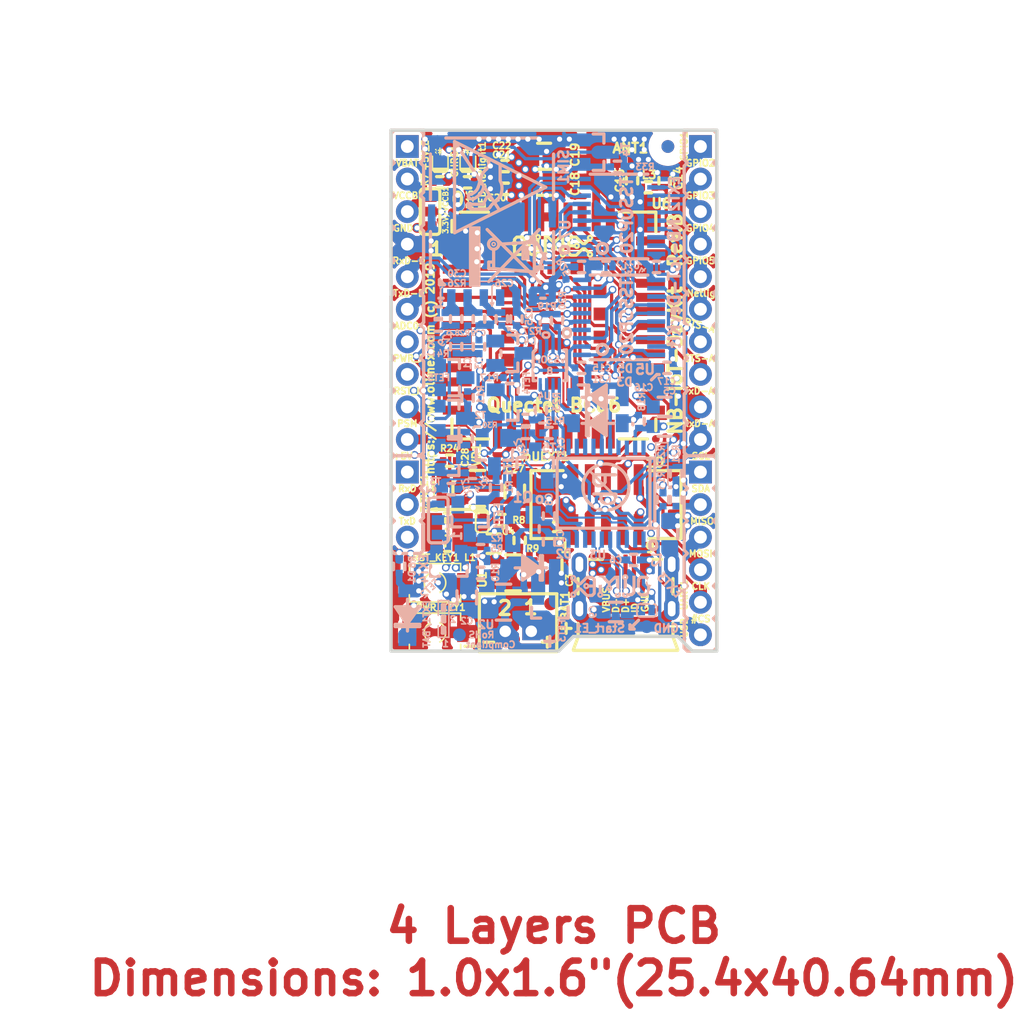
<source format=kicad_pcb>
(kicad_pcb (version 20221018) (generator pcbnew)
  (title_block (title "NB-IoT-DevKit") (date "2019-08-02") (rev "B") (company "OLIMEX Ltd.") (comment 1 "https://www.olimex.com"))
  (layers (0 "F.Cu" signal) (1 "In1.Cu" power) (2 "In2.Cu" power) (31 "B.Cu" signal) (34 "B.Paste" user) (35 "F.Paste" user) (36 "B.SilkS" user "B.Silkscreen") (37 "F.SilkS" user "F.Silkscreen") (38 "B.Mask" user) (39 "F.Mask" user) (44 "Edge.Cuts" user))
  (net 0 "")
  (net 1 "+5V")
  (net 2 "GND")
  (net 3 "+3V3")
  (net 4 "Net-(L2-Pad1)")
  (net 5 "Net-(ANT1-Pad1)")
  (net 6 "+1V8")
  (net 7 "+5V_EXT")
  (net 8 "Net-(FID1-PadFid1)")
  (net 9 "Net-(FID2-PadFid1)")
  (net 10 "Net-(FID3-PadFid1)")
  (net 11 "Net-(FID4-PadFid1)")
  (net 12 "Net-(R8-Pad1)")
  (net 13 "VBAT")
  (net 14 "Net-(BAT/EXT1-Pad2)")
  (net 15 "/ADC0toEXT")
  (net 16 "/ADC0")
  (net 17 "Net-(C3-Pad1)")
  (net 18 "/PWR_KEY")
  (net 19 "/RST_KEY")
  (net 20 "VDD_1.8V")
  (net 21 "/SIM_VDD")
  (net 22 "Net-(C29-Pad2)")
  (net 23 "Net-(C30-Pad2)")
  (net 24 "Net-(CHRG1-Pad1)")
  (net 25 "/PSM_EINTn")
  (net 26 "/TxD-DBG")
  (net 27 "/RxD-DBG")
  (net 28 "/GPIO4")
  (net 29 "/GPIO3")
  (net 30 "/GPIO2")
  (net 31 "/GPIO1")
  (net 32 "/GPIO5")
  (net 33 "/Netlight")
  (net 34 "/CTS-AUX")
  (net 35 "/RTS-AUX")
  (net 36 "/TxD-AUX")
  (net 37 "/RxD-AUX")
  (net 38 "/SPI-CS")
  (net 39 "/SPI-SCLK")
  (net 40 "/I2C0-SCL(RI)")
  (net 41 "/I2C0-SDA(DCD)")
  (net 42 "/SPI-MISO")
  (net 43 "/SPI-MOSI")
  (net 44 "Net-(FET1-Pad1)")
  (net 45 "/TxD_DBG(EINT)")
  (net 46 "/RxD_DBG(EINT)")
  (net 47 "Net-(L1-Pad1)")
  (net 48 "Net-(LED_Netlight1-Pad1)")
  (net 49 "/CTS_AUX\\PWR-SENS")
  (net 50 "Net-(R7-Pad2)")
  (net 51 "Net-(R10-Pad1)")
  (net 52 "/TxD")
  (net 53 "/RxD")
  (net 54 "/PSM_EINT")
  (net 55 "/I2C0_SCL(EINT)")
  (net 56 "/I2C0_SDA(EINT)")
  (net 57 "/SIM_DATA")
  (net 58 "/SIM_RST")
  (net 59 "/SIM_CLK")
  (net 60 "Net-(SIM1-Pad6)")
  (net 61 "/Netlight(PWM0)")
  (net 62 "Net-(U3-Pad17)")
  (net 63 "Net-(U3-Pad14)")
  (net 64 "Net-(U3-Pad13)")
  (net 65 "Net-(U3-Pad12)")
  (net 66 "Net-(U3-Pad11)")
  (net 67 "/USB_D-")
  (net 68 "/USB_D+")
  (net 69 "/RxD_MAIN")
  (net 70 "/TxD_MAIN")
  (net 71 "/SPI_CS(EINT)")
  (net 72 "/SPI_SCLK(EINT)")
  (net 73 "/SPI_MOSI(EINT)")
  (net 74 "/SPI_MISO(EINT)")
  (net 75 "/RxD_AUX(EINT)")
  (net 76 "/TxD_AUX(EINT)")
  (net 77 "Net-(U6-Pad2)")
  (net 78 "Net-(U6-Pad44)")
  (net 79 "/GPIO5(EINT)")
  (net 80 "/GPIO4(EINT)")
  (net 81 "/GPIO3(PWM3)")
  (net 82 "/GPIO2(EINT)")
  (net 83 "/GPIO1(EINT)")
  (net 84 "Net-(U6-Pad25)")
  (net 85 "/RTS_AUX(PWM2)")
  (net 86 "Net-(U6-Pad8)")
  (net 87 "Net-(U6-Pad45)")
  (net 88 "Net-(U6-Pad46)")
  (net 89 "Net-(U6-Pad47)")
  (net 90 "Net-(U6-Pad48)")
  (net 91 "Net-(U6-Pad49)")
  (net 92 "Net-(U6-Pad50)")
  (net 93 "Net-(U6-Pad51)")
  (net 94 "Net-(U6-Pad52)")
  (net 95 "Net-(U6-Pad53)")
  (net 96 "Net-(U6-Pad54)")
  (net 97 "Net-(U6-Pad55)")
  (net 98 "Net-(U6-Pad56)")
  (net 99 "Net-(U6-Pad57)")
  (net 100 "Net-(U6-Pad58)")
  (net 101 "Net-(USB-UART1-Pad4)")
  (net 102 "+5V_USB")
  (net 103 "Net-(C8-Pad1)")
  (net 104 "Net-(C11-Pad1)")
  (net 105 "Net-(C14-Pad2)")
  (net 106 "Net-(C26-Pad2)")
  (net 107 "Net-(R16-Pad2)")
  (net 108 "Net-(C12-Pad1)")
  (net 109 "Net-(U3-Pad20)")
  (net 110 "Net-(R30-Pad2)")
  (net 111 "/RTS")
  (net 112 "Net-(C9-Pad2)")
  (net 113 "Net-(FET5-Pad3)")
  (net 114 "Net-(R14-Pad2)")
  (net 115 "/DTR")
  (net 116 "/VCCB")
  (net 117 "Net-(D3-Pad2)")
  (net 118 "Net-(3.3V_E1-Pad2)")
  (net 119 "Net-(C9-Pad1)")
  (net 120 "/VCCB(3.3V)")
  (net 121 "/CH340(TxD)")
  (net 122 "Net-(3.3V/VCCB1-Pad2)")
  (net 123 "Net-(R12-Pad2)")
  (footprint "OLIMEX_RLC-FP:C_0402_5MIL_DWS" (layer "F.Cu") (at 152.146 64.897 -90)
    (fp_text reference "C14")
    (fp_text value "NA/C0402")
  )
  (footprint "OLIMEX_RLC-FP:C_0805_5MIL_DWS" (layer "F.Cu") (at 142.747999 65.024)
    (fp_text reference "C18")
    (fp_text value "47uF/6.3V/20%/X5R/C0805")
  )
  (footprint "OLIMEX_RLC-FP:C_0805_5MIL_DWS" (layer "F.Cu") (at 142.748 62.992)
    (fp_text reference "C19")
    (fp_text value "47uF/6.3V/20%/X5R/C0805")
  )
  (footprint "OLIMEX_RLC-FP:C_0402_5MIL_DWS" (layer "F.Cu") (at 139.7 63.754 180)
    (fp_text reference "C22")
    (fp_text value "NA/C0402")
  )
  (footprint "OLIMEX_RLC-FP:C_0603_5MIL_DWS" (layer "F.Cu") (at 140.462 89.154 90)
    (fp_text reference "C27")
    (fp_text value "22uF/6.3V/20%/X5R/C0603")
  )
  (footprint "OLIMEX_RLC-FP:C_0603_5MIL_DWS" (layer "F.Cu") (at 134.874 88.9 90)
    (fp_text reference "C28")
    (fp_text value "22uF/6.3V/20%/X5R/C0603")
  )
  (footprint "OLIMEX_LEDs-FP:LED_0603_KA" (layer "F.Cu") (at 136.779 62.611 90)
    (fp_text reference "LED_Netlight1")
    (fp_text value "LED/Green/0603")
  )
  (footprint "OLIMEX_RLC-FP:R_0402_5MIL_DWS" (layer "F.Cu") (at 136.779 65.024)
    (fp_text reference "R16")
    (fp_text value "10k/R0402")
  )
  (footprint "OLIMEX_Regulators-FP:SOT-23-5" (layer "F.Cu") (at 137.541 88.9)
    (fp_text reference "VR1")
    (fp_text value "AP1231-1.8V(SOT23-5)")
  )
  (footprint "OLIMEX_RLC-FP:L_0402_5MIL_DWS" (layer "F.Cu") (at 150.876 65.405 180)
    (fp_text reference "L3")
    (fp_text value "0R/R0402")
  )
  (footprint "OLIMEX_RLC-FP:C_0402_5MIL_DWS" (layer "F.Cu") (at 149.606 64.897 -90)
    (fp_text reference "C13")
    (fp_text value "NA/C0402")
  )
  (footprint "OLIMEX_Other-FP:Fiducial1x3" (layer "F.Cu") (at 152.4 62.23)
    (fp_text reference "FID1" hide)
    (fp_text value "Fiducial" hide)
  )
  (footprint "OLIMEX_RLC-FP:R_0402_5MIL_DWS" (layer "F.Cu") (at 134.62 65.024)
    (fp_text reference "R7")
    (fp_text value "2.2k/R0402")
  )
  (footprint "OLIMEX_Buttons-FP:IT1185AU2_V2" (layer "F.Cu") (at 134.239 100.1395)
    (fp_text reference "PWR_KEY1")
    (fp_text value "IT1185AU2")
  )
  (footprint "OLIMEX_RLC-FP:CD32" (layer "F.Cu") (at 135.1915 92.329)
    (fp_text reference "L1")
    (fp_text value "2.2uH/1.5A/DCR=72mR/20%/3.00x3.00x1.50mm/CD32(NR3015T2R2M)")
  )
  (footprint "OLIMEX_Other-FP:Fiducial1x3" (layer "F.Cu") (at 143.256 97.917)
    (fp_text reference "FID3" hide)
    (fp_text value "Fiducial" hide)
  )
  (footprint "OLIMEX_RLC-FP:C_0603_5MIL_DWS" (layer "F.Cu") (at 143.383 94.996 90)
    (fp_text reference "C3")
    (fp_text value "22uF/6.3V/20%/X5R/C0603")
  )
  (footprint "OLIMEX_Regulators-FP:SOT-23-5" (layer "F.Cu") (at 140.335 95.504 180)
    (fp_text reference "U1")
    (fp_text value "SY8089AAAC(SOT23-5)")
  )
  (footprint "OLIMEX_RLC-FP:C_0402_5MIL_DWS" (layer "F.Cu") (at 139.700001 65.532 180)
    (fp_text reference "C20")
    (fp_text value "100nF/10V/10%/X5R/C0402")
  )
  (footprint "OLIMEX_RLC-FP:R_0402_5MIL_DWS" (layer "F.Cu") (at 140.843 92.964 -90)
    (fp_text reference "R9")
    (fp_text value "49.9k/1%/R0402")
  )
  (footprint "OLIMEX_Buttons-FP:IT1185AU2_V2" (layer "F.Cu") (at 134.239 96.266)
    (fp_text reference "RST_KEY1")
    (fp_text value "IT1185AU2")
  )
  (footprint "OLIMEX_Other-FP:arc_90_0.5" (layer "F.Cu") (at 148.9583 64.9097)
    (fp_text reference "REF**" hide)
    (fp_text value "arc_90_0.5")
  )
  (footprint "OLIMEX_Cases-FP:Quectel_NB-IoT_BC66_Module-17.7mmx15.8mmx2.0mm" (layer "F.Cu") (at 143.51 76.2)
    (fp_text reference "U6")
    (fp_text value "Quectel_NB-IoT_BC66_Module(Pinout-OpenCPU)")
  )
  (footprint "OLIMEX_Connectors-FP:HAB-VCR-010-LF" (layer "F.Cu") (at 147.574 90.17)
    (fp_text reference "mUEXT1")
    (fp_text value "HAB-VCR-010-LF")
  )
  (footprint "OLIMEX_Jumpers-FP:SJ_1_SMALLER" (layer "F.Cu") (at 137.922 91.567 -90)
    (fp_text reference "3.3V_E1")
    (fp_text value "Soldered" hide)
  )
  (footprint "OLIMEX_Jumpers-FP:SJ_2_SMALL" (layer "F.Cu") (at 133.858 67.31 -90)
    (fp_text reference "3.3V/VCCB1")
    (fp_text value "Soldered/Opened")
  )
  (footprint "OLIMEX_RLC-FP:C_0603_5MIL_DWS" (layer "F.Cu") (at 138.811 93.218)
    (fp_text reference "C4")
    (fp_text value "22uF/6.3V/20%/X5R/C0603")
  )
  (footprint "OLIMEX_RLC-FP:R_0402_5MIL_DWS" (layer "F.Cu") (at 135.382 86.741 180)
    (fp_text reference "R24")
    (fp_text value "NA/R0402")
  )
  (footprint "OLIMEX_RLC-FP:R_0402_5MIL_DWS" (layer "F.Cu") (at 139.446 91.3765 180)
    (fp_text reference "R8")
    (fp_text value "220k/R0402")
  )
  (footprint "OLIMEX_LEDs-FP:LED_0603_KA" (layer "F.Cu") (at 134.62 62.611 90)
    (fp_text reference "CHRG1")
    (fp_text value "LED/YELLOW/0603")
  )
  (footprint "OLIMEX_RLC-FP:C_0402_5MIL_DWS" (layer "F.Cu") (at 139.7 64.643001 180)
    (fp_text reference "C21")
    (fp_text value "33pF/50V/5%/COG/C0402")
  )
  (footprint "OLIMEX_Connectors-FP:U.FL-R-SMT-1" (layer "F.Cu") (at 146.939 63.373 90)
    (fp_text reference "ANT1")
    (fp_text value "U.FL-R-SMT-1")
  )
  (footprint "OLIMEX_Connectors-FP:USB-MICRO_MISB-SWMM-5B_LF" (layer "F.Cu") (at 149.098 98.044 -90)
    (fp_text reference "USB-UART1")
    (fp_text value "MISB-SWMM-5B-LF(USB_MICRO)")
  )
  (footprint "OLIMEX_LOGOs-FP:LOGO_OLIMEX_80" (layer "F.Cu") (at 143.383 69.977)
    (fp_text reference "Olimex_Logo1" hide)
    (fp_text value "" hide)
  )
  (footprint "OLIMEX_Connectors-FP:LIPO_BAT_VERTICAL_DW02S" (layer "F.Cu") (at 140.716 96.52 180)
    (fp_text reference "BAT1")
    (fp_text value "DW02S")
  )
  (footprint "OLIMEX_Jumpers-FP:SJ_2_SMALL" (layer "B.Cu") (at 134.493 91.3765 90)
    (fp_text reference "BAT/EXT1" hide)
    (fp_text value "BAT:Soldered/EXT:Opened")
  )
  (footprint "OLIMEX_RLC-FP:C_0402_5MIL_DWS" (layer "B.Cu") (at 143.129 93.091 -90)
    (fp_text reference "C11")
    (fp_text value "27pF/50V/5%/C0G/C0402")
  )
  (footprint "OLIMEX_RLC-FP:C_0603_5MIL_DWS" (layer "B.Cu") (at 152.146 82.55 180)
    (fp_text reference "C17")
    (fp_text value "4.7uF/6.3V/20%/X5R/C0603")
  )
  (footprint "OLIMEX_RLC-FP:C_0402_5MIL_DWS" (layer "B.Cu") (at 138.557 75.692 90)
    (fp_text reference "C26")
    (fp_text value "33pF/50V/5%/COG/C0402")
  )
  (footprint "OLIMEX_RLC-FP:C_0402_5MIL_DWS" (layer "B.Cu") (at 137.668 75.692 90)
    (fp_text reference "C29")
    (fp_text value "33pF/50V/5%/COG/C0402")
  )
  (footprint "OLIMEX_Diodes-FP:SOD-123_1C-2A_KA" (layer "B.Cu") (at 146.939 83.82)
    (fp_text reference "D3")
    (fp_text value "1N5819S4/SOD123")
  )
  (footprint "OLIMEX_Transistors-FP:SOT23" (layer "B.Cu") (at 143.1925 98.38944 90)
    (fp_text reference "FET3")
    (fp_text value "WPM2015-3/TR")
  )
  (footprint "OLIMEX_Other-FP:Fiducial1x3" (layer "B.Cu") (at 152.4 62.23)
    (fp_text reference "FID2" hide)
    (fp_text value "Fiducial" hide)
  )
  (footprint "OLIMEX_Other-FP:Fiducial1x3" (layer "B.Cu") (at 136.144 100.33)
    (fp_text reference "FID4" hide)
    (fp_text value "Fiducial" hide)
  )
  (footprint "OLIMEX_RLC-FP:R_0402_5MIL_DWS" (layer "B.Cu") (at 152.019 89.789 90)
    (fp_text reference "R13")
    (fp_text value "1M/R0402")
  )
  (footprint "OLIMEX_RLC-FP:R_0402_5MIL_DWS" (layer "B.Cu") (at 153.035 89.789 90)
    (fp_text reference "R22")
    (fp_text value "4.7k/R0402")
  )
  (footprint "OLIMEX_RLC-FP:R_0402_5MIL_DWS" (layer "B.Cu") (at 134.493 76.2)
    (fp_text reference "R26")
    (fp_text value "10k/R0402")
  )
  (footprint "OLIMEX_Transistors-FP:SOT23" (layer "B.Cu") (at 142.0495 87.122 -90)
    (fp_text reference "T5")
    (fp_text value "BSS138(SOT23-3)")
  )
  (footprint "OLIMEX_Transistors-FP:SOT23" (layer "B.Cu") (at 146.77644 62.6745 180)
    (fp_text reference "T4")
    (fp_text value "BSS138(SOT23-3)")
  )
  (footprint "OLIMEX_RLC-FP:R_0402_5MIL_DWS" (layer "B.Cu") (at 137.795 95.504 180)
    (fp_text reference "R10")
    (fp_text value "2.2k/R0402")
  )
  (footprint "OLIMEX_IC-FP:TSSOP20_Pitch-0.65mm_6.6x4.5x1.2mm" (layer "B.Cu") (at 148.59 67.691 90)
    (fp_text reference "U7")
    (fp_text value "TXB0108PWR(TSSOP-20)")
  )
  (footprint "OLIMEX_RLC-FP:C_0402_5MIL_DWS" (layer "B.Cu") (at 147.574 71.628 180)
    (fp_text reference "C23")
    (fp_text value "100nF/10V/10%/X5R/C0402")
  )
  (footprint "OLIMEX_RLC-FP:R_0402_5MIL_DWS" (layer "B.Cu") (at 136.779 81.8515 -90)
    (fp_text reference "R11")
    (fp_text value "100R/R0402")
  )
  (footprint "OLIMEX_RLC-FP:R_0402_5MIL_DWS" (layer "B.Cu") (at 145.669 71.628)
    (fp_text reference "R25")
    (fp_text value "1M/R0402")
  )
  (footprint "OLIMEX_RLC-FP:R_0402_5MIL_DWS" (layer "B.Cu") (at 153.035 87.757 -90)
    (fp_text reference "R21")
    (fp_text value "4.7k/R0402")
  )
  (footprint "OLIMEX_Connectors-FP:HN1x3" (layer "B.Cu") (at 132.08 90.17 -90)
    (fp_text reference "EXT4")
    (fp_text value "HN1x3")
  )
  (footprint "OLIMEX_RLC-FP:C_0402_5MIL_DWS" (layer "B.Cu") (at 149.733 94.488)
    (fp_text reference "C6")
    (fp_text value "100nF/10V/10%/X5R/C0402")
  )
  (footprint "OLIMEX_Diodes-FP:SOD-123_1C-2A_KA" (layer "B.Cu") (at 132.08 98.801 90)
    (fp_text reference "D1")
    (fp_text value "1N5819S4/SOD123")
  )
  (footprint "OLIMEX_RLC-FP:C_0402_5MIL_DWS" (layer "B.Cu") (at 151.511 71.628)
    (fp_text reference "C24")
    (fp_text value "100nF/10V/10%/X5R/C0402")
  )
  (footprint "OLIMEX_Crystal-FP:TSX-3.2x2.5mm_GND(3)" (layer "B.Cu") (at 141.097 92.075 -90)
    (fp_text reference "Q1")
    (fp_text value "Q12MHz/20pF/10ppm/4P/3.2x2.5mm")
  )
  (footprint "OLIMEX_Diodes-FP:SOD-123_1C-2A_KA" (layer "B.Cu") (at 141.732 95.123 180)
    (fp_text reference "D2")
    (fp_text value "1N5819S4/SOD123")
  )
  (footprint "OLIMEX_RLC-FP:R_0402_5MIL_DWS" (layer "B.Cu") (at 137.795 93.726)
    (fp_text reference "R2")
    (fp_text value "1M/R0402")
  )
  (footprint "OLIMEX_Transistors-FP:SOT23" (layer "B.Cu") (at 135.3185 95.123 90)
    (fp_text reference "FET2")
    (fp_text value "WPM2015-3/TR")
  )
  (footprint "OLIMEX_LOGOs-FP:LOGO_ANTISTATIC_1" (layer "B.Cu") (at 135.763 68.961 90)
    (fp_text reference "Sign_Antistatic" hide)
    (fp_text value "Val**" hide)
  )
  (footprint "OLIMEX_LOGOs-FP:LOGO_PBFREE" (layer "B.Cu") (at 147.8788 89.0016 -90)
    (fp_text reference "Sign_PbFree")
    (fp_text value "")
  )
  (footprint "OLIMEX_LOGOs-FP:LOGO_RECYCLEBIN_1" (layer "B.Cu") (at 136.906 73.152 90)
    (fp_text reference "Sign_RecycleBin" hide)
    (fp_text value "" hide)
  )
  (footprint "OLIMEX_LOGOs-FP:LOGO_OLIMEX_80" (layer "B.Cu") (at 147.955 96.52 180)
    (fp_text reference "Logo_OLimeX" hide)
    (fp_text value "" hide)
  )
  (footprint "OLIMEX_IC-FP:SOT-23-5" (layer "B.Cu") (at 139.573 97.7875)
    (fp_text reference "U2")
    (fp_text value "BL4054B-42TPRN(SOT23-5)")
  )
  (footprint "OLIMEX_RLC-FP:R_0402_5MIL_DWS" (layer "B.Cu") (at 150.114 83.693 90)
    (fp_text reference "R18")
    (fp_text value "4.7k/R0402")
  )
  (footprint "OLIMEX_Connectors-FP:SIM(NANO)-HOLDER(SIM-SMT-6P(NASCT-W0012X-06-LF))" (layer "B.Cu") (at 138.684 67.818)
    (fp_text reference "SIM1")
    (fp_text value "SIM-SMT-6P(NASCT-W0012X-06-LF)")
  )
  (footprint "OLIMEX_RLC-FP:C_0402_5MIL_DWS" (layer "B.Cu") (at 134.493 75.184)
    (fp_text reference "C30")
    (fp_text value "33pF/50V/5%/COG/C0402")
  )
  (footprint "OLIMEX_Connectors-FP:HN1x10" (layer "B.Cu") (at 132.08 73.66 -90)
    (fp_text reference "EXT1")
    (fp_text value "HN1x10")
  )
  (footprint "OLIMEX_RLC-FP:R_0402_5MIL_DWS" (layer "B.Cu") (at 145.669 80.391 180)
    (fp_text reference "R31")
    (fp_text value "100k/R0402")
  )
  (footprint "OLIMEX_RLC-FP:R_0402_5MIL_DWS" (layer "B.Cu") (at 136.7155 85.0265 90)
    (fp_text reference "R30")
    (fp_text value "1.5k/R0402")
  )
  (footprint "OLIMEX_RLC-FP:C_0603_5MIL_DWS" (layer "B.Cu") (at 152.146 84.074)
    (fp_text reference "C5")
    (fp_text value "22uF/6.3V/20%/X5R/C0603")
  )
  (footprint "OLIMEX_RLC-FP:C_0402_5MIL_DWS" (layer "B.Cu") (at 145.669 79.502 180)
    (fp_text reference "C15")
    (fp_text value "100nF/10V/10%/X5R/C0402")
  )
  (footprint "OLIMEX_RLC-FP:C_0402_5MIL_DWS" (layer "B.Cu") (at 143.129 91.059 90)
    (fp_text reference "C8")
    (fp_text value "27pF/50V/5%/C0G/C0402")
  )
  (footprint "OLIMEX_Diodes-FP:SOD-123_1C-2A_KA" (layer "B.Cu") (at 146.939 81.788)
    (fp_text reference "D5")
    (fp_text value "1N5819S4/SOD123")
  )
  (footprint "OLIMEX_Transistors-FP:SOT23" (layer "B.Cu") (at 135.47344 83.439 180)
    (fp_text reference "T2")
    (fp_text value "BC817(SOT23-3)")
  )
  (footprint "OLIMEX_RLC-FP:R_0402_5MIL_DWS" (layer "B.Cu") (at 148.463 63.8175)
    (fp_text reference "R33")
    (fp_text value "1M/R0402")
  )
  (footprint "OLIMEX_Connectors-FP:HN1x10" (layer "B.Cu") (at 154.94 73.66 -90)
    (fp_text reference "EXT2")
    (fp_text value "HN1x10")
  )
  (footprint "OLIMEX_RLC-FP:R_0402_5MIL_DWS" (layer "B.Cu") (at 143.764 75.819 90)
    (fp_text reference "R20")
    (fp_text value "1.5k/R0402")
  )
  (footprint "OLIMEX_RLC-FP:R_0402_5MIL_DWS" (layer "B.Cu") (at 142.875 75.819 90)
    (fp_text reference "R19")
    (fp_text value "1.5k/R0402")
  )
  (footprint "OLIMEX_RLC-FP:C_0402_5MIL_DWS" (layer "B.Cu") (at 140.589 75.692 -90)
    (fp_text reference "C25")
    (fp_text value "100nF/10V/10%/X5R/C0402")
  )
  (footprint "OLIMEX_RLC-FP:R_0402_5MIL_DWS" (layer "B.Cu") (at 136.779 75.692 -90)
    (fp_text reference "R28")
    (fp_text value "22R/R0402")
  )
  (footprint "OLIMEX_RLC-FP:R_0402_5MIL_DWS" (layer "B.Cu") (at 135.89 75.692 -90)
    (fp_text reference "R29")
    (fp_text value "22R/R0402")
  )
  (footprint "OLIMEX_RLC-FP:R_0402_5MIL_DWS" (layer "B.Cu") (at 135.89 77.851 90)
    (fp_text reference "R4")
    (fp_text value "470k/R0402")
  )
  (footprint "OLIMEX_RLC-FP:C_0402_5MIL_DWS" (layer "B.Cu") (at 136.779 77.851 90)
    (fp_text reference "C1")
    (fp_text value "1nF/50V/10%/X7R/C0402")
  )
  (footprint "OLIMEX_RLC-FP:R_0402_5MIL_DWS" (layer "B.Cu") (at 137.668 77.851 -90)
    (fp_text reference "R3")
    (fp_text value "1M/R0402")
  )
  (footprint "OLIMEX_RLC-FP:R_0402_5MIL_DWS" (layer "B.Cu") (at 139.446 75.692 -90)
    (fp_text reference "R27")
    (fp_text value "22R/R0402")
  )
  (footprint "OLIMEX_IC-FP:TSSOP20_Pitch-0.65mm_6.6x4.5x1.2mm" (layer "B.Cu") (at 148.59 75.565 90)
    (fp_text reference "U5")
    (fp_text value "TXB0108PWR(TSSOP-20)")
  )
  (footprint "OLIMEX_RLC-FP:R_0402_5MIL_DWS" (layer "B.Cu") (at 142.494 82.804 -90)
    (fp_text reference "R23")
    (fp_text value "220k/R0402")
  )
  (footprint "OLIMEX_IC-FP:VSSOP-8_Pitch-0.50mm_Pad-0.25mm_Dimensions-2.30x2.00x1.00mm" (layer "B.Cu") (at 143.1925 79.301682)
    (fp_text reference "U4")
    (fp_text value "PCA9306DCUR(VSSOP-8)")
  )
  (footprint "OLIMEX_RLC-FP:C_0402_5MIL_DWS" (layer "B.Cu") (at 152.3365 79.502)
    (fp_text reference "C16")
    (fp_text value "100nF/10V/10%/X5R/C0402")
  )
  (footprint "OLIMEX_RLC-FP:R_0402_5MIL_DWS" (layer "B.Cu") (at 141.2875 84.582 180)
    (fp_text reference "R32")
    (fp_text value "1M/R0402")
  )
  (footprint "OLIMEX_RLC-FP:C_0402_5MIL_DWS" (layer "B.Cu") (at 143.129 84.582)
    (fp_text reference "C12")
    (fp_text value "100nF/10V/10%/X5R/C0402")
  )
  (footprint "OLIMEX_RLC-FP:R_0402_5MIL_DWS" (layer "B.Cu") (at 141.351 83.566)
    (fp_text reference "R15")
    (fp_text value "4.7k/R0402")
  )
  (footprint "OLIMEX_Transistors-FP:SOT23" (layer "B.Cu") (at 135.47344 86.47938 180)
    (fp_text reference "T3")
    (fp_text value "BC817(SOT23-3)")
  )
  (footprint "OLIMEX_Transistors-FP:SOT23" (layer "B.Cu") (at 138.8745 86.07044 90)
    (fp_text reference "T1")
    (fp_text value "BSS138(SOT23-3)")
  )
  (footprint "OLIMEX_RLC-FP:R_0402_5MIL_DWS" (layer "B.Cu") (at 135.509 88.9635 180)
    (fp_text reference "R12")
    (fp_text value "100R/R0402")
  )
  (footprint "OLIMEX_RLC-FP:R_0402_5MIL_DWS" (layer "B.Cu") (at 139.0015 88.8365 90)
    (fp_text reference "R1")
    (fp_text value "100k/R0402")
  )
  (footprint "OLIMEX_RLC-FP:R_0402_5MIL_DWS" (layer "B.Cu") (at 137.16 87.6935 180)
    (fp_text reference "R14")
    (fp_text value "1.5k/R0402")
  )
  (footprint "OLIMEX_RLC-FP:R_0402_5MIL_DWS" (layer "B.Cu") (at 137.795 94.615 180)
    (fp_text reference "R5")
    (fp_text value "470k/R0402")
  )
  (footprint "OLIMEX_Transistors-FP:SOT23" (layer "B.Cu") (at 136.9695 91.27744 90)
    (fp_text reference "FET1")
    (fp_text value "WPM2015-3/TR")
  )
  (footprint "OLIMEX_RLC-FP:R_0402_5MIL_DWS" (layer "B.Cu") (at 131.445 94.996 -90)
    (fp_text reference "R6")
    (fp_text value "10k/R0402")
  )
  (footprint "OLIMEX_RLC-FP:C_0603_5MIL_DWS" (layer "B.Cu") (at 136.7155 97.409 90)
    (fp_text reference "C2")
    (fp_text value "22uF/6.3V/20%/X5R/C0603")
  )
  (footprint "OLIMEX_RLC-FP:C_0603_5MIL_DWS" (layer "B.Cu") (at 148.336 98.552 180)
    (fp_text reference "C9")
    (fp_text value "22uF/6.3V/20%/X5R/C0603")
  )
  (footprint "OLIMEX_Connectors-FP:HN1x6" (layer "B.Cu") (at 154.94 93.98 -90)
    (fp_text reference "EXT3")
    (fp_text value "HN1x6")
  )
  (footprint "OLIMEX_IC-FP:SSOP-20W" (layer "B.Cu") (at 147.574 89.281 180)
    (fp_text reference "U3")
    (fp_text value "CH340T(SSOP20W)")
  )
  (footprint "OLIMEX_RLC-FP:L_0603_5MIL_DWS" (layer "B.Cu") (at 152.4 92.329 90)
    (fp_text reference "L2")
    (fp_text value "FB0603/600R/200mA(160808-601)")
  )
  (footprint "OLIMEX_Other-FP:TESTPAD_40-ROUND" (layer "B.Cu") (at 150.749 99.695)
    (fp_text reference "GND_Pin1" hide)
    (fp_text value "TESTPAD" hide)
  )
  (footprint "OLIMEX_Transistors-FP:SOT23" (layer "B.Cu") (at 135.509 80.264 180)
    (fp_text reference "FET5")
    (fp_text value "BSS138(SOT23-3)")
  )
  (footprint "OLIMEX_Transistors-FP:SOT23" (layer "B.Cu") (at 140.081 82.169 180)
    (fp_text reference "FET4")
    (fp_text value "BSS138(SOT23-3)")
  )
  (footprint "OLIMEX_Diodes-FP:SOT23-3" (layer "B.Cu") (at 140.038 78.359 180)
    (fp_text reference "D4")
    (fp_text value "BAT54A(SOT23-3)")
  )
  (footprint "OLIMEX_RLC-FP:R_0402_5MIL_DWS" (layer "B.Cu") (at 140.081 80.264 180)
    (fp_text reference "R17")
    (fp_text value "1.5k/R0402")
  )
  (footprint "OLIMEX_Jumpers-FP:SJ_1_SMALLER" (layer "B.Cu") (at 150.749 98.425)
    (fp_text reference "Start_E1")
    (fp_text value "Soldered" hide)
  )
  (gr_line (start 134.493 97.663) (end 135.3185 97.663) (stroke (width 0.127)) (layer "B.SilkS"))
  (gr_line (start 135.3185 97.663) (end 135.3185 100.5205) (stroke (width 0.127)) (layer "B.SilkS"))
  (gr_line (start 134.8105 98.425) (end 134.8105 97.9805) (stroke (width 0.254)) (layer "B.SilkS"))
  (gr_line (start 134.8105 100.203) (end 134.8105 99.7585) (stroke (width 0.254)) (layer "B.SilkS"))
  (gr_line (start 134.8105 99.7585) (end 135.001 99.7585) (stroke (width 0.254)) (layer "B.SilkS"))
  (gr_line (start 135.001 100.203) (end 134.8105 100.203) (stroke (width 0.254)) (layer "B.SilkS"))
  (gr_line (start 135.001 99.7585) (end 135.001 100.203) (stroke (width 0.254)) (layer "B.SilkS"))
  (gr_line (start 134.8105 98.8695) (end 135.001 98.8695) (stroke (width 0.254)) (layer "B.SilkS"))
  (gr_line (start 134.8105 99.314) (end 134.8105 98.8695) (stroke (width 0.254)) (layer "B.SilkS"))
  (gr_line (start 135.001 98.8695) (end 135.001 99.314) (stroke (width 0.254)) (layer "B.SilkS"))
  (gr_line (start 135.001 99.314) (end 134.8105 99.314) (stroke (width 0.254)) (layer "B.SilkS"))
  (gr_line (start 134.493 97.663) (end 134.493 98.806) (stroke (width 0.127)) (layer "B.SilkS"))
  (gr_line (start 152.654 88.7095) (end 152.654 88.9) (stroke (width 0.127)) (layer "B.SilkS"))
  (gr_line (start 152.4635 88.9) (end 152.654 88.9) (stroke (width 0.127)) (layer "B.SilkS"))
  (gr_line (start 151.4475 85.344) (end 152.4 85.344) (stroke (width 0.127)) (layer "B.SilkS"))
  (gr_line (start 151.4475 87.122) (end 151.4475 85.344) (stroke (width 0.127)) (layer "B.SilkS"))
  (gr_line (start 151.4475 87.122) (end 152.4 87.122) (stroke (width 0.127)) (layer "B.SilkS"))
  (gr_line (start 138.684 74.676) (end 138.811 74.422) (stroke (width 0.127)) (layer "B.SilkS"))
  (gr_line (start 138.684 74.676) (end 138.557 74.422) (stroke (width 0.127)) (layer "B.SilkS"))
  (gr_line (start 138.684 73.152) (end 138.811 73.025) (stroke (width 0.127)) (layer "B.SilkS"))
  (gr_line (start 134.6835 73.3425) (end 134.6835 74.549) (stroke (width 0.127)) (layer "B.SilkS"))
  (gr_line (start 134.6835 74.549) (end 134.5565 74.295) (stroke (width 0.127)) (layer "B.SilkS"))
  (gr_line (start 134.6835 74.549) (end 134.8105 74.295) (stroke (width 0.127)) (layer "B.SilkS"))
  (gr_line (start 134.6835 73.3425) (end 134.8105 73.2155) (stroke (width 0.127)) (layer "B.SilkS"))
  (gr_line (start 139.864197 76.316105) (end 140.133606 76.405907) (stroke (width 0.127)) (layer "B.SilkS"))
  (gr_line (start 139.864197 76.316105) (end 139.954 76.585512) (stroke (width 0.127)) (layer "B.SilkS"))
  (gr_line (start 140.514606 76.644502) (end 140.208 76.6445) (stroke (width 0.127)) (layer "B.SilkS"))
  (gr_line (start 139.864197 76.316105) (end 140.208 76.6445) (stroke (width 0.127)) (layer "B.SilkS"))
  (gr_line (start 140.514606 76.644502) (end 140.7668 76.8858) (stroke (width 0.127)) (layer "B.SilkS"))
  (gr_line (start 140.9954 76.8858) (end 140.7668 76.8858) (stroke (width 0.127)) (layer "B.SilkS"))
  (gr_line (start 151.5364 80.0227) (end 151.1173 80.4418) (stroke (width 0.254)) (layer "B.SilkS"))
  (gr_line (start 138.684 73.152) (end 138.684 74.676) (stroke (width 0.127)) (layer "B.SilkS"))
  (gr_line (start 134.493 99.6315) (end 134.493 100.5205) (stroke (width 0.127)) (layer "B.SilkS"))
  (gr_line (start 135.001 98.425) (end 134.8105 98.425) (stroke (width 0.254)) (layer "B.SilkS"))
  (gr_line (start 149.76856 99.88296) (end 149.43836 99.55276) (stroke (width 0.254)) (layer "B.SilkS"))
  (gr_line (start 135.001 97.9805) (end 135.001 98.425) (stroke (width 0.254)) (layer "B.SilkS"))
  (gr_line (start 134.8105 97.9805) (end 135.001 97.9805) (stroke (width 0.254)) (layer "B.SilkS"))
  (gr_line (start 137.73912 84.074) (end 137.34796 84.074) (stroke (width 0.2032)) (layer "B.SilkS"))
  (gr_line (start 137.34796 84.074) (end 137.22604 84.19592) (stroke (width 0.2032)) (layer "B.SilkS"))
  (gr_line (start 152.4 88.646) (end 152.4 85.344) (stroke (width 0.127)) (layer "B.SilkS"))
  (gr_line (start 151.7269 80.0227) (end 151.5364 80.0227) (stroke (width 0.254)) (layer "B.SilkS"))
  (gr_line (start 150.114 99.187) (end 149.43836 99.86264) (stroke (width 0.254)) (layer "B.SilkS"))
  (gr_line (start 152.654 88.9) (end 152.4 88.646) (stroke (width 0.127)) (layer "B.SilkS"))
  (gr_line (start 149.43836 99.88296) (end 149.76856 99.88296) (stroke (width 0.254)) (layer "B.SilkS"))
  (gr_line (start 142.3924 83.80476) (end 142.75816 83.80476) (stroke (width 0.254)) (layer "B.SilkS"))
  (gr_line (start 149.43836 99.86264) (end 149.43836 99.55276) (stroke (width 0.254)) (layer "B.SilkS"))
  (gr_line (start 134.493 100.5205) (end 135.3185 100.5205) (stroke (width 0.127)) (layer "B.SilkS"))
  (gr_line (start 137.414 90.7415) (end 138.303 90.7415) (stroke (width 0.254)) (layer "F.SilkS"))
  (gr_line (start 137.2235 90.551) (end 137.414 90.7415) (stroke (width 0.254)) (layer "F.SilkS"))
  (gr_line (start 138.303 90.7415) (end 138.1125 90.551) (stroke (width 0.254)) (layer "F.SilkS"))
  (gr_line (start 138.1125 90.551) (end 137.287 90.551) (stroke (width 0.254)) (layer "F.SilkS"))
  (gr_line (start 133.985 90.551) (end 134.366 90.4875) (stroke (width 0.254)) (layer "F.SilkS"))
  (gr_line (start 133.985 90.551) (end 137.287 90.551) (stroke (width 0.254)) (layer "F.SilkS"))
  (gr_line (start 133.985 90.551) (end 134.366 90.6145) (stroke (width 0.254)) (layer "F.SilkS"))
  (gr_line (start 130.81 101.6) (end 143.891 101.6) (stroke (width 0.254)) (layer "Edge.Cuts"))
  (gr_line (start 154.305 101.6) (end 156.21 101.6) (stroke (width 0.254)) (layer "Edge.Cuts"))
  (gr_line (start 130.81 101.6) (end 130.81 60.96) (stroke (width 0.254)) (layer "Edge.Cuts"))
  (gr_line (start 130.81 60.96) (end 156.21 60.96) (stroke (width 0.254)) (layer "Edge.Cuts"))
  (gr_line (start 145.034 100.457) (end 143.891 101.6) (stroke (width 0.254)) (layer "Edge.Cuts"))
  (gr_line (start 156.21 101.6) (end 156.21 60.96) (stroke (width 0.254)) (layer "Edge.Cuts"))
  (gr_line (start 154.305 101.6) (end 153.162 100.457) (stroke (width 0.254)) (layer "Edge.Cuts"))
  (gr_line (start 153.162 100.457) (end 145.034 100.457) (stroke (width 0.254)) (layer "Edge.Cuts"))
  (gr_text "4 Layers PCB\nDimensions: 1.0x1.6\"(25.4x40.64mm)" (at 143.51 125.095) (layer "F.Cu") (effects (font (size 2.54 2.54) (thickness 0.508))))
  (gr_text "+" (at 143.1925 100.7745) (layer "B.SilkS") (effects (font (size 1.016 1.016) (thickness 0.254)) (justify mirror)))
  (gr_text "1" (at 135.0645 101.0285) (layer "B.SilkS") (effects (font (size 0.508 0.508) (thickness 0.127)) (justify mirror)))
  (gr_text "2" (at 135.636 99.1235) (layer "B.SilkS") (effects (font (size 0.508 0.508) (thickness 0.127)) (justify mirror)))
  (gr_text "3" (at 135.636 98.171) (layer "B.SilkS") (effects (font (size 0.508 0.508) (thickness 0.127)) (justify mirror)))
  (gr_text "1" (at 135.93572 92.62364 90) (layer "B.SilkS") (effects (font (size 0.762 0.762) (thickness 0.1905)) (justify mirror)))
  (gr_text "3" (at 133.97992 89.02192 90) (layer "B.SilkS") (effects (font (size 0.635 0.635) (thickness 0.15875)) (justify mirror)))
  (gr_text "RoHS" (at 138.938 100.33) (layer "B.SilkS") (effects (font (size 0.508 0.508) (thickness 0.127)) (justify left mirror)))
  (gr_text "NB-IoT-DevKit" (at 152.908 72.898 90) (layer "B.SilkS") (effects (font (size 0.889 0.889) (thickness 0.22225)) (justify mirror)))
  (gr_text "EXT1/BAT" (at 133.58876 99.48672 90) (layer "B.SilkS") (effects (font (size 0.508 0.508) (thickness 0.127)) (justify mirror)))
  (gr_text "GND" (at 152.273 99.83216) (layer "B.SilkS") (effects (font (size 0.635 0.635) (thickness 0.15875)) (justify mirror)))
  (gr_text "Compliant" (at 140.589 101.092) (layer "B.SilkS") (effects (font (size 0.508 0.508) (thickness 0.127)) (justify left mirror)))
  (gr_text "9" (at 151.003 93.5355) (layer "F.SilkS") (effects (font (size 0.762 0.762) (thickness 0.1905))))
  (gr_text "https://www.olimex.com (c) 2019" (at 133.858 79.5655 90) (layer "F.SilkS") (effects (font (size 0.635 0.635) (thickness 0.15875))))
  (gr_text "GPIO2" (at 154.94 63.5254) (layer "F.SilkS") (effects (font (size 0.508 0.508) (thickness 0.127))))
  (gr_text "-" (at 138.43 100.838) (layer "F.SilkS") (effects (font (size 1.016 1.016) (thickness 0.254))))
  (gr_text "GPIO3" (at 154.94 66.0654) (layer "F.SilkS") (effects (font (size 0.508 0.508) (thickness 0.127))))
  (gr_text "GPIO4" (at 154.94 68.6054) (layer "F.SilkS") (effects (font (size 0.508 0.508) (thickness 0.127))))
  (gr_text "GPIO5" (at 154.94 71.1454) (layer "F.SilkS") (effects (font (size 0.508 0.508) (thickness 0.127))))
  (gr_text "GPIO1" (at 153.67 62.23 90) (layer "F.SilkS") (effects (font (size 0.508 0.508) (thickness 0.127))))
  (gr_text "Netlig." (at 155.1178 73.6854) (layer "F.SilkS") (effects (font (size 0.508 0.508) (thickness 0.127))))
  (gr_text "RTS-A" (at 154.8765 76.2 345) (layer "F.SilkS") (effects (font (size 0.508 0.508) (thickness 0.127))))
  (gr_text "CTS-A" (at 154.813 78.7654) (layer "F.SilkS") (effects (font (size 0.508 0.508) (thickness 0.127))))
  (gr_text "TxD-A" (at 154.813 81.3054) (layer "F.SilkS") (effects (font (size 0.508 0.508) (thickness 0.127))))
  (gr_text "RxD-A" (at 154.7876 83.8454) (layer "F.SilkS") (effects (font (size 0.508 0.508) (thickness 0.127))))
  (gr_text "SCL" (at 154.9654 86.3854) (layer "F.SilkS") (effects (font (size 0.508 0.508) (thickness 0.127))))
  (gr_text "SDA" (at 154.9654 88.9254) (layer "F.SilkS") (effects (font (size 0.508 0.508) (thickness 0.127))))
  (gr_text "MISO" (at 155.067 91.4654) (layer "F.SilkS") (effects (font (size 0.508 0.508) (thickness 0.127))))
  (gr_text "MOSI" (at 154.9654 94.0054) (layer "F.SilkS") (effects (font (size 0.508 0.508) (thickness 0.127))))
  (gr_text "CLK" (at 154.9654 96.5454) (layer "F.SilkS") (effects (font (size 0.508 0.508) (thickness 0.127))))
  (gr_text "#CS" (at 154.9654 99.0854) (layer "F.SilkS") (effects (font (size 0.508 0.508) (thickness 0.127))))
  (gr_text "VBAT" (at 132.08 63.5254) (layer "F.SilkS") (effects (font (size 0.508 0.508) (thickness 0.127))))
  (gr_text "VCCB" (at 131.953 66.0654) (layer "F.SilkS") (effects (font (size 0.508 0.508) (thickness 0.127))))
  (gr_text "GND" (at 131.7625 68.6054) (layer "F.SilkS") (effects (font (size 0.508 0.508) (thickness 0.127))))
  (gr_text "RxD-D" (at 132.207 71.1454) (layer "F.SilkS") (effects (font (size 0.508 0.508) (thickness 0.127))))
  (gr_text "TxD-D" (at 132.207 73.6854) (layer "F.SilkS") (effects (font (size 0.508 0.508) (thickness 0.127))))
  (gr_text "PWR_K" (at 132.2324 78.7654) (layer "F.SilkS") (effects (font (size 0.508 0.508) (thickness 0.127))))
  (gr_text "RST_K" (at 132.1562 81.3054) (layer "F.SilkS") (effects (font (size 0.508 0.508) (thickness 0.127))))
  (gr_text "PSM" (at 132.08 83.8454) (layer "F.SilkS") (effects (font (size 0.508 0.508) (thickness 0.127))))
  (gr_text "+5V" (at 131.699 86.3854) (layer "F.SilkS") (effects (font (size 0.508 0.508) (thickness 0.127))))
  (gr_text "RxD" (at 132.08 88.9254) (layer "F.SilkS") (effects (font (size 0.508 0.508) (thickness 0.127))))
  (gr_text "TxD" (at 132.08 91.4654) (layer "F.SilkS") (effects (font (size 0.508 0.508) (thickness 0.127))))
  (gr_text "+5V_E" (at 133.477 62.9158 90) (layer "F.SilkS") (effects (font (size 0.508 0.508) (thickness 0.127))))
  (gr_text "-" (at 136.9695 101.1555) (layer "F.SilkS") (effects (font (size 1.016 1.016) (thickness 0.254))))
  (gr_text "+" (at 144.4625 99.7585) (layer "F.SilkS") (effects (font (size 1.016 1.016) (thickness 0.254))))
  (gr_text "10" (at 151.384 86.868) (layer "F.SilkS") (effects (font (size 0.762 0.762) (thickness 0.1905))))
  (gr_text "Quectel BC66" (at 143.51 82.423) (layer "F.SilkS") (effects (font (size 1.016 1.016) (thickness 0.254))))
  (gr_text "1" (at 143.764 91.821) (layer "F.SilkS") (effects (font (size 1.016 1.016) (thickness 0.254))))
  (gr_text "ADC0" (at 132.0165 76.2254) (layer "F.SilkS") (effects (font (size 0.508 0.508) (thickness 0.127))))
  (gr_text "+" (at 143.002 100.838) (layer "F.SilkS") (effects (font (size 1.016 1.016) (thickness 0.254))))
  (gr_text "NB-IoT-DevKit  Rev.B" (at 152.9715 76.073 90) (layer "F.SilkS") (effects (font (size 1.016 1.016) (thickness 0.254))))
  (segment (start 132.461 87.793) (end 132.0525 87.793) (width 0.508) (layer "F.Cu") (net 1))
  (segment (start 135.338892 62.484) (end 136.0805 62.484) (width 0.6096) (layer "F.Cu") (net 1))
  (segment (start 136.0805 61.849) (end 135.3185 61.849) (width 0.762) (layer "F.Cu") (net 1))
  (segment (start 136.7155 61.849) (end 136.0805 62.484) (width 0.6096) (layer "F.Cu") (net 1))
  (segment (start 134.62 61.849) (end 134.703892 61.849) (width 0.6096) (layer "F.Cu") (net 1))
  (segment (start 132.0525 87.793) (end 132.0165 87.757) (width 0.508) (layer "F.Cu") (net 1))
  (segment (start 134.62 61.849) (end 135.3185 61.849) (width 0.762) (layer "F.Cu") (net 1))
  (segment (start 136.779 61.849) (end 136.0805 61.849) (width 0.762) (layer "F.Cu") (net 1))
  (segment (start 132.334 88.138) (end 132.334 87.884) (width 0.508) (layer "F.Cu") (net 1))
  (segment (start 132.461 87.793) (end 132.497 87.793) (width 0.508) (layer "F.Cu") (net 1))
  (segment (start 136.779 61.849) (end 136.7155 61.849) (width 0.6096) (layer "F.Cu") (net 1))
  (segment (start 134.703892 61.849) (end 135.338892 62.484) (width 0.6096) (layer "F.Cu") (net 1))
  (via (at 138.1125 97.7265) (size 0.6) (drill 0.4) (layers "F.Cu" "B.Cu") (net 1))
  (via (at 135.85849 95.09149) (size 0.6) (drill 0.4) (layers "F.Cu" "B.Cu") (net 1))
  (via (at 142.32099 95.408307) (size 0.6) (drill 0.4) (layers "F.Cu" "B.Cu") (net 1))
  (via (at 138.848348 97.752652) (size 0.6) (drill 0.4) (layers "F.Cu" "B.Cu") (net 1))
  (via (at 135.338892 62.484) (size 0.6) (drill 0.4) (layers "F.Cu" "B.Cu") (net 1))
  (via (at 136.5885 95.0725) (size 0.6) (drill 0.4) (layers "F.Cu" "B.Cu") (net 1))
  (via (at 136.0805 62.484) (size 0.6) (drill 0.4) (layers "F.Cu" "B.Cu") (net 1))
  (segment (start 142.24254 97.282) (end 142.24254 95.486757) (width 1.016) (layer "B.Cu") (net 1))
  (segment (start 132.3975 100.3835) (end 132.08 100.701) (width 0.762) (layer "B.Cu") (net 1))
  (segment (start 134.8105 98.425) (end 134.5565 98.171) (width 0.762) (layer "B.Cu") (net 1))
  (segment (start 138.811 98.679) (end 137.16 98.679) (width 0.762) (layer "B.Cu") (net 1))
  (segment (start 136.0805 94.869) (end 135.85849 95.09101) (width 0.6096) (layer "B.Cu") (net 1))
  (segment (start 136.271 98.171) (end 137.287 98.171) (width 0.762) (layer "B.Cu") (net 1))
  (segment (start 139.382511 97.472489) (end 139.028388 97.826612) (width 0.762) (layer "B.Cu") (net 1))
  (segment (start 136.779 98.298) (end 136.652 98.298) (width 0.762) (layer "B.Cu") (net 1))
  (segment (start 136.3345 94.107) (end 136.0805 94.361) (width 0.6096) (layer "B.Cu") (net 1))
  (segment (start 139.832 95.123) (end 140.2765 94.6785) (width 1.016) (layer "B.Cu") (net 1))
  (segment (start 138.1125 97.7265) (end 138.822196 97.7265) (width 0.6096) (layer "B.Cu") (net 1))
  (segment (start 141.591183 94.6785) (end 142.32099 95.408307) (width 1.016) (layer "B.Cu") (net 1))
  (segment (start 139.3825 96.774) (end 139.3825 96.139) (width 0.762) (layer "B.Cu") (net 1))
  (segment (start 136.525 98.425) (end 135.5725 98.425) (width 0.762) (layer "B.Cu") (net 1))
  (segment (start 138.684 98.171) (end 137.3505 98.171) (width 0.762) (layer "B.Cu") (net 1))
  (segment (start 139.382511 95.572489) (end 139.382511 97.472489) (width 0.762) (layer "B.Cu") (net 1))
  (segment (start 136.906 93.726) (end 136.5885 94.0435) (width 0.6096) (layer "B.Cu") (net 1))
  (segment (start 138.8745 97.7265) (end 138.848348 97.752652) (width 0.6096) (layer "B.Cu") (net 1))
  (segment (start 138.1125 97.7265) (end 137.668 98.171) (width 0.6096) (layer "B.Cu") (net 1))
  (segment (start 137.3505 98.171) (end 137.287 98.171) (width 0.762) (layer "B.Cu") (net 1))
  (segment (start 131.7625 100.2665) (end 131.7625 100.711) (width 0.762) (layer "B.Cu") (net 1))
  (segment (start 139.1285 97.7265) (end 138.8745 97.7265) (width 0.6096) (layer "B.Cu") (net 1))
  (segment (start 138.822196 97.7265) (end 138.848348 97.752652) (width 0.6096) (layer "B.Cu") (net 1))
  (segment (start 137.16 98.679) (end 136.779 98.298) (width 0.762) (layer "B.Cu") (net 1))
  (segment (start 136.906 93.726) (end 136.4274 93.726) (width 0.6096) (layer "B.Cu") (net 1))
  (segment (start 136.271 94.01556) (end 136.271 95.0595) (width 0.6096) (layer "B.Cu") (net 1))
  (segment (start 135.85849 95.09101) (end 135.85849 95.09149) (width 0.6096) (layer "B.Cu") (net 1))
  (segment (start 136.017 98.425) (end 136.271 98.171) (width 0.762) (layer "B.Cu") (net 1))
  (segment (start 134.5565 98.171) (end 133.858 98.171) (width 0.762) (layer "B.Cu") (net 1))
  (segment (start 132.3975 99.6315) (end 131.7625 100.2665) (width 0.762) (layer "B.Cu") (net 1))
  (segment (start 136.0805 94.361) (end 136.0805 94.869) (width 0.6096) (layer "B.Cu") (net 1))
  (segment (start 136.652 98.298) (end 136.525 98.425) (width 0.762) (layer "B.Cu") (net 1))
  (segment (start 137.668 98.171) (end 137.3505 98.171) (width 0.6096) (layer "B.Cu") (net 1))
  (segment (start 138.811 98.044) (end 138.811 98.679) (width 0.762) (layer "B.Cu") (net 1))
  (segment (start 136.271 93.8824) (end 136.271 94.0435) (width 0.6096) (layer "B.Cu") (net 1))
  (segment (start 139.028388 97.826612) (end 138.811 98.044) (width 0.762) (layer "B.Cu") (net 1))
  (segment (start 139.832 95.123) (end 139.382511 95.572489) (width 0.762) (layer "B.Cu") (net 1))
  (segment (start 142.24254 95.486757) (end 142.32099 95.408307) (width 1.016) (layer "B.Cu") (net 1))
  (segment (start 137.287 98.171) (end 136.525 98.171) (width 0.762) (layer "B.Cu") (net 1))
  (segment (start 142.24 97.282) (end 142.32099 97.20101) (width 1.016) (layer "B.Cu") (net 1))
  (segment (start 142.32099 95.832571) (end 142.32099 95.408307) (width 1.016) (layer "B.Cu") (net 1))
  (segment (start 136.4274 93.726) (end 136.271 93.8824) (width 0.6096) (layer "B.Cu") (net 1))
  (segment (start 135.5725 98.425) (end 136.017 98.425) (width 0.762) (layer "B.Cu") (net 1))
  (segment (start 136.5885 94.648236) (end 136.5885 95.0725) (width 0.6096) (layer "B.Cu") (net 1))
  (segment (start 133.858 98.171) (end 132.3975 99.6315) (width 0.762) (layer "B.Cu") (net 1))
  (segment (start 142.32099 97.20101) (end 142.32099 95.832571) (width 1.016) (layer "B.Cu") (net 1))
  (segment (start 136.271 95.0595) (end 135.89048 95.0595) (width 0.6096) (layer "B.Cu") (net 1))
  (segment (start 136.271 95.0595) (end 136.5755 95.0595) (width 0.6096) (layer "B.Cu") (net 1))
  (segment (start 136.5885 94.0435) (end 136.5885 94.648236) (width 0.6096) (layer "B.Cu") (net 1))
  (segment (start 135.5725 98.425) (end 134.8105 98.425) (width 0.762) (layer "B.Cu") (net 1))
  (segment (start 139.3825 96.139) (end 140.716 94.8055) (width 0.762) (layer "B.Cu") (net 1))
  (segment (start 136.906 93.726) (end 137.287 93.726) (width 0.508) (layer "B.Cu") (net 1))
  (segment (start 135.89048 95.0595) (end 135.85849 95.09149) (width 0.6096) (layer "B.Cu") (net 1))
  (segment (start 132.3975 99.6315) (end 132.3975 100.3835) (width 0.762) (layer "B.Cu") (net 1))
  (segment (start 140.2765 94.6785) (end 141.591183 94.6785) (width 1.016) (layer "B.Cu") (net 1))
  (segment (start 136.5755 95.0595) (end 136.5885 95.0725) (width 0.6096) (layer "B.Cu") (net 1))
  (segment (start 139.028388 97.826612) (end 138.684 98.171) (width 0.762) (layer "B.Cu") (net 1))
  (segment (start 153.67 70.569002) (end 153.67 72.5805) (width 0.508) (layer "F.Cu") (net 2))
  (segment (start 143.9545 93.1545) (end 143.9545 93.6625) (width 0.6096) (layer "F.Cu") (net 2))
  (segment (start 133.9215 72.026457) (end 133.938957 72.009) (width 0.6096) (layer "F.Cu") (net 2))
  (segment (start 138.587 88.646) (end 135.509 88.646) (width 0.508) (layer "F.Cu") (net 2))
  (segment (start 152.146 64.389) (end 152.781 64.389) (width 0.508) (layer "F.Cu") (net 2))
  (segment (start 143.372566 93.1545) (end 143.155533 93.371533) (width 0.6096) (layer "F.Cu") (net 2))
  (segment (start 149.606 63.246) (end 149.606 63.754) (width 0.508) (layer "F.Cu") (net 2))
  (segment (start 152.361 70.7) (end 150.076274 70.7) (width 0.508) (layer "F.Cu") (net 2))
  (segment (start 142.367 61.6585) (end 139.192 61.6585) (width 0.6096) (layer "F.Cu") (net 2))
  (segment (start 143.51 65.4685) (end 143.51 65.278) (width 0.6096) (layer "F.Cu") (net 2))
  (segment (start 152.781 64.389) (end 153.080999 64.688999) (width 0.508) (layer "F.Cu") (net 2))
  (segment (start 143.1925 89.0905) (end 144.9705 89.0905) (width 0.6096) (layer "F.Cu") (net 2))
  (segment (start 142.41 66.5685) (end 142.65275 66.32575) (width 0.6096) (layer "F.Cu") (net 2))
  (segment (start 139.192001 65.532) (end 138.557 65.532) (width 0.508) (layer "F.Cu") (net 2))
  (segment (start 139.6365 100.0125) (end 139.7 100.076) (width 0.508) (layer "F.Cu") (net 2))
  (segment (start 143.867 64.873) (end 143.764 64.77) (width 1.016) (layer "F.Cu") (net 2))
  (segment (start 150.205 67.6) (end 150.241 67.564) (width 0.6096) (layer "F.Cu") (net 2))
  (segment (start 137.2235 97.3455) (end 136.4996 97.3455) (width 0.6096) (layer "F.Cu") (net 2))
  (segment (start 139.889001 99.886999) (end 139.7 100.076) (width 0.254) (layer "F.Cu") (net 2))
  (segment (start 139.69746 100.076) (end 139.71524 100.05822) (width 1.016) (layer "F.Cu") (net 2))
  (segment (start 143.256 93.98) (end 143.3195 93.9165) (width 0.6096) (layer "F.Cu") (net 2))
  (segment (start 144.399 88.4555) (end 144.823264 88.4555) (width 0.508) (layer "F.Cu") (net 2))
  (segment (start 143.7005 64.008) (end 144.0815 63.627) (width 0.6096) (layer "F.Cu") (net 2))
  (segment (start 144.399 87.6935) (end 144.78 87.3125) (width 0.6096) (layer "F.Cu") (net 2))
  (segment (start 147.91 65.614) (end 147.574 65.278) (width 0.6096) (layer "F.Cu") (net 2))
  (segment (start 144.7165 61.6585) (end 142.9385 61.6585) (width 0.6096) (layer "F.Cu") (net 2))
  (segment (start 150.241 66.548) (end 149.86 66.167) (width 0.6096) (layer "F.Cu") (net 2))
  (segment (start 145.034 88.3285) (end 144.907 88.4555) (width 0.508) (layer "F.Cu") (net 2))
  (segment (start 149.606 64.389) (end 149.606 63.754) (width 0.508) (layer "F.Cu") (net 2))
  (segment (start 133.9215 78.864608) (end 133.9215 78.232) (width 0.508) (layer "F.Cu") (net 2))
  (segment (start 144.271974 94.360974) (end 144.144948 94.488) (width 0.508) (layer "F.Cu") (net 2))
  (segment (start 144.0815 61.7855) (end 143.9545 61.6585) (width 0.6096) (layer "F.Cu") (net 2))
  (segment (start 143.51 67.6) (end 143.51 66.2305) (width 0.6096) (layer "F.Cu") (net 2))
  (segment (start 144.0815 64.3255) (end 144.0815 65.659) (width 0.6096) (layer "F.Cu") (net 2))
  (segment (start 148.844 66.167) (end 147.955 66.167) (width 0.508) (layer "F.Cu") (net 2))
  (segment (start 136.906 67.183) (end 136.906 67.31) (width 0.762) (layer "F.Cu") (net 2))
  (segment (start 140.33373 99.43973) (end 140.843 98.93046) (width 0.254) (layer "F.Cu") (net 2))
  (segment (start 146.81 66.8635) (end 146.81 64.9625) (width 0.6096) (layer "F.Cu") (net 2))
  (segment (start 153.080999 69.980001) (end 153.67 70.569002) (width 0.508) (layer "F.Cu") (net 2))
  (segment (start 149.606 62.484) (end 150.5585 62.484) (width 0.508) (layer "F.Cu") (net 2))
  (segment (start 140.081 88.519) (end 140.716 88.519) (width 0.508) (layer "F.Cu") (net 2))
  (segment (start 147.91 67.6) (end 147.91 66.212) (width 0.6096) (layer "F.Cu") (net 2))
  (segment (start 137.241001 68.661001) (end 137.541 68.961) (width 0.6096) (layer "F.Cu") (net 2))
  (segment (start 144.399 88.4555) (end 144.399 87.6935) (width 0.508) (layer "F.Cu") (net 2))
  (segment (start 151.16 78.4) (end 149.9841 78.4) (width 0.6096) (layer "F.Cu") (net 2))
  (segment (start 144.0815 65.024) (end 143.764 65.024) (width 0.6096) (layer "F.Cu") (net 2))
  (segment (start 140.843 93.472) (end 140.208 93.472) (width 0.508) (layer "F.Cu") (net 2))
  (segment (start 149.455 64.389) (end 149.479 64.389) (width 0.1905) (layer "F.Cu") (net 2))
  (segment (start 144.399969 88.4555) (end 143.955469 88.9) (width 0.762) (layer "F.Cu") (net 2))
  (segment (start 144.931 64.873) (end 143.867 64.873) (width 1.016) (layer "F.Cu") (net 2))
  (segment (start 143.9545 93.1545) (end 143.372566 93.1545) (width 0.6096) (layer "F.Cu") (net 2))
  (segment (start 143.764 64.77) (end 143.764 64.0715) (width 1.016) (layer "F.Cu") (net 2))
  (segment (start 142.9385 66.04) (end 143.51 65.4685) (width 0.6096) (layer "F.Cu") (net 2))
  (segment (start 150.114 63.246) (end 149.689736 63.246) (width 0.508) (layer "F.Cu") (net 2))
  (segment (start 143.593735 93.98) (end 143.84771 93.98) (width 0.6096) (layer "F.Cu") (net 2))
  (segment (start 150.241 68.282736) (end 150.241 67.945) (width 0.508) (layer "F.Cu") (net 2))
  (segment (start 151.578002 63.948002) (end 152.019 64.389) (width 0.508) (layer "F.Cu") (net 2))
  (segment (start 145.034 87.6935) (end 145.034 88.2015) (width 0.508) (layer "F.Cu") (net 2))
  (segment (start 147.91 67.6) (end 150.205 67.6) (width 0.6096) (layer "F.Cu") (net 2))
  (segment (start 134.874 88.011) (end 135.382 87.503) (width 0.254) (layer "F.Cu") (net 2))
  (segment (start 150.4855 94.894) (end 150.4855 94.2181) (width 0.508) (layer "F.Cu") (net 2))
  (segment (start 143.256 93.472) (end 143.256 93.9165) (width 0.508) (layer "F.Cu") (net 2))
  (segment (start 143.051142 77.5335) (end 142.987642 77.597) (width 0.508) (layer "F.Cu") (net 2))
  (segment (start 143.5735 101.1555) (end 144.78 99.949) (width 0.254) (layer "F.Cu") (net 2))
  (segment (start 143.530235 93.9165) (end 143.593735 93.98) (width 0.6096) (layer "F.Cu") (net 2))
  (segment (start 142.6845 94.0435) (end 142.8115 93.9165) (width 0.508) (layer "F.Cu") (net 2))
  (segment (start 140.066149 92.949149) (end 140.081 92.964) (width 0.254) (layer "F.Cu") (net 2))
  (segment (start 150.95699 94.488) (end 150.95699 94.297744) (width 0.508) (layer "F.Cu") (net 2))
  (segment (start 142.6845 92.9005) (end 142.6845 92.9513) (width 0.508) (layer "F.Cu") (net 2))
  (segment (start 143.129 89.027) (end 143.129 89.726439) (width 0.6096) (layer "F.Cu") (net 2))
  (segment (start 143.9545 93.6625) (end 143.9545 93.662526) (width 0.6096) (layer "F.Cu") (net 2))
  (segment (start 150.241 68.707) (end 150.241 67.945) (width 0.6096) (layer "F.Cu") (net 2))
  (segment (start 142.486821 77.096179) (end 142.046198 76.655556) (width 0.508) (layer "F.Cu") (net 2))
  (segment (start 142.987642 77.597) (end 142.486821 77.096179) (width 0.508) (layer "F.Cu") (net 2))
  (segment (start 144.000499 64.307999) (end 143.7005 64.008) (width 0.6096) (layer "F.Cu") (net 2))
  (segment (start 136.698425 68.339073) (end 136.627767 68.409731) (width 0.762) (layer "F.Cu") (net 2))
  (segment (start 142.9385 62.992) (end 142.9385 63.9445) (width 0.6096) (layer "F.Cu") (net 2))
  (segment (start 133.858 69.85) (end 134.108 69.6) (width 0.762) (layer "F.Cu") (net 2))
  (segment (start 145.034 88.2195) (end 145.034 88.3285) (width 0.508) (layer "F.Cu") (net 2))
  (segment (start 139.192 63.754) (end 138.557 63.754) (width 0.508) (layer "F.Cu") (net 2))
  (segment (start 139.035 95.504) (end 139.8905 95.504) (width 0.508) (layer "F.Cu") (net 2))
  (segment (start 143.955469 88.9) (end 141.097 88.9) (width 0.762) (layer "F.Cu") (net 2))
  (segment (start 142.5575 77.978) (end 142.5575 77.597) (width 0.508) (layer "F.Cu") (net 2))
  (segment (start 142.5575 77.597) (end 142.987642 77.597) (width 0.508) (layer "F.Cu") (net 2))
  (segment (start 133.9215 78.232) (end 133.9215 72.026457) (width 0.6096) (layer "F.Cu") (net 2))
  (segment (start 136.906 68.13999) (end 136.706917 68.339073) (width 0.762) (layer "F.Cu") (net 2))
  (segment (start 143.129 93.472) (end 143.256 93.472) (width 0.508) (layer "F.Cu") (net 2))
  (segment (start 151.578002 63.948002) (end 151.578002 64.262) (width 0.508) (layer "F.Cu") (net 2))
  (segment (start 143.9545 93.1545) (end 143.737467 93.371533) (width 0.6096) (layer "F.Cu") (net 2))
  (segment (start 139.7 93.218) (end 139.446 92.964) (width 0.254) (layer "F.Cu") (net 2))
  (segment (start 142.65275 66.32575) (end 142.9385 66.04) (width 0.6096) (layer "F.Cu") (net 2))
  (segment (start 149.816736 68.707) (end 150.241 68.707) (width 0.508) (layer "F.Cu") (net 2))
  (segment (start 142.6845 93.472) (end 143.129 93.472) (width 0.508) (layer "F.Cu") (net 2))
  (segment (start 143.51 67.6) (end 143.51 66.6115) (width 0.6096) (layer "F.Cu") (net 2))
  (segment (start 139.889001 96.455001) (end 139.889001 95.505499) (width 0.254) (layer "F.Cu") (net 2))
  (segment (start 139.192 64.748999) (end 139.192 64.643) (width 0.508) (layer "F.Cu") (net 2))
  (segment (start 137.2235 97.3455) (end 136.398 96.52) (width 0.6096) (layer "F.Cu") (net 2))
  (segment (start 150.495 95.25) (end 150.495 94.869) (width 0.254) (layer "F.Cu") (net 2))
  (segment (start 144.0815 65.659) (end 144.0815 65.024) (width 0.6096) (layer "F.Cu") (net 2))
  (segment (start 143.256 93.472) (end 143.256 93.98) (width 0.508) (layer "F.Cu") (net 2))
  (segment (start 136.416 100.1395) (end 136.4996 100.0559) (width 0.6096) (layer "F.Cu") (net 2))
  (segment (start 137.2235 97.3455) (end 137.2235 97.2185) (width 0.762) (layer "F.Cu") (net 2))
  (segment (start 141.097 88.9) (end 140.462 88.265) (width 0.762) (layer "F.Cu") (net 2))
  (segment (start 132.207 69.723) (end 132.08 69.85) (width 0.762) (layer "F.Cu") (net 2))
  (segment (start 146.81 67.6) (end 146.81 66.8635) (width 0.6096) (layer "F.Cu") (net 2))
  (segment (start 143.129 94.488) (end 142.6845 94.0435) (width 0.508) (layer "F.Cu") (net 2))
  (segment (start 143.7005 66.04) (end 143.383 66.3575) (width 0.6096) (layer "F.Cu") (net 2))
  (segment (start 150.4855 94.894) (end 150.55099 94.894) (width 0.508) (layer "F.Cu") (net 2))
  (segment (start 144.823264 88.4555) (end 145.034 88.4555) (width 0.508) (layer "F.Cu") (net 2))
  (segment (start 136.906 69.596) (end 137.241001 69.260999) (width 0.508) (layer "F.Cu") (net 2))
  (segment (start 150.95699 95.25) (end 150.6855 95.25) (width 0.6096) (layer "F.Cu") (net 2))
  (segment (start 147.955 66.167) (end 147.91 66.212) (width 0.508) (layer "F.Cu") (net 2))
  (segment (start 138.557001 64.643001) (end 138.557 64.643) (width 0.508) (layer "F.Cu") (net 2))
  (segment (start 142.41 67.6) (end 142.41 66.845) (width 0.6096) (layer "F.Cu") (net 2))
  (segment (start 144.144948 94.488) (end 143.129 94.488) (width 0.508) (layer "F.Cu") (net 2))
  (segment (start 142.9385 62.186736) (end 142.9385 61.6585) (width 0.6096) (layer "F.Cu") (net 2))
  (segment (start 142.41 66.845) (end 142.41 66.5685) (width 0.6096) (layer "F.Cu") (net 2))
  (segment (start 150.076274 70.7) (end 149.65201 70.7) (width 0.508) (layer "F.Cu") (net 2))
  (segment (start 136.626 68.834) (end 136.906 68.834) (width 0.762) (layer "F.Cu") (net 2))
  (segment (start 149.606 66.167) (end 148.844 66.167) (width 0.508) (layer "F.Cu") (net 2))
  (segment (start 142.5575 92.9005) (end 142.6845 92.9005) (width 0.254) (layer "F.Cu") (net 2))
  (segment (start 136.5885 100.076) (end 139.69746 100.076) (width 1.016) (layer "F.Cu") (net 2))
  (segment (start 144.0815 63.627) (end 144.0815 61.7855) (width 0.6096) (layer "F.Cu") (net 2))
  (segment (start 142.9385 62.992) (end 143.764 62.992) (width 0.6096) (layer "F.Cu") (net 2))
  (segment (start 149.606 62.484) (end 149.606 62.2935) (width 0.6096) (layer "F.Cu") (net 2))
  (segment (start 149.9841 78.4) (end 149.688568 78.695532) (width 0.6096) (layer "F.Cu") (net 2))
  (segment (start 139.8905 95.504) (end 140.081 95.3135) (width 0.508) (layer "F.Cu") (net 2))
  (segment (start 149.606 62.484) (end 149.606 63.246) (width 0.508) (layer "F.Cu") (net 2))
  (segment (start 146.939 61.873) (end 146.7245 61.6585) (width 0.6096) (layer "F.Cu") (net 2))
  (segment (start 144.8675 64.873) (end 144.931 64.873) (width 0.6096) (layer "F.Cu") (net 2))
  (segment (start 143.3195 93.9165) (end 143.530235 93.9165) (width 0.6096) (layer "F.Cu") (net 2))
  (segment (start 136.906 68.834) (end 136.797946 68.942054) (width 0.762) (layer "F.Cu") (net 2))
  (segment (start 142.046198 76.655556) (end 141.486332 76.655556) (width 0.508) (layer "F.Cu") (net 2))
  (segment (start 146.939 64.897) (end 146.812 65.024) (width 1.016) (layer "F.Cu") (net 2))
  (segment (start 135.975 79.5) (end 134.556892 79.5) (width 0.6096) (layer "F.Cu") (net 2))
  (segment (start 140.081 95.3135) (end 140.081 93.599) (width 0.508) (layer "F.Cu") (net 2))
  (segment (start 149.65201 70.7) (end 149.52899 70.57698) (width 0.508) (layer "F.Cu") (net 2))
  (segment (start 149.52899 68.994746) (end 149.816736 68.707) (width 0.508) (layer "F.Cu") (net 2))
  (segment (start 144.0815 65.659) (end 143.7005 66.04) (width 0.6096) (layer "F.Cu") (net 2))
  (segment (start 150.114 63.246) (end 149.606 63.754) (width 0.508) (layer "F.Cu") (net 2))
  (segment (start 152.146 64.389) (end 151.705002 64.389) (width 0.508) (layer "F.Cu") (net 2))
  (segment (start 142.5575 77.166858) (end 142.486821 77.096179) (width 0.508) (layer "F.Cu") (net 2))
  (segment (start 143.383 66.3575) (end 142.6845 66.3575) (width 0.6096) (layer "F.Cu") (net 2))
  (segment (start 136.627767 68.409731) (end 136.627767 68.833995) (width 0.762) (layer "F.Cu") (net 2))
  (segment (start 137.2235 97.2185) (end 136.652 96.647) (width 0.762) (layer "F.Cu") (net 2))
  (segment (start 144.526 77.5335) (end 143.051142 77.5335) (width 0.508) (layer "F.Cu") (net 2))
  (segment (start 132.08 69.85) (end 133.858 69.85) (width 0.762) (layer "F.Cu") (net 2))
  (segment (start 143.986735 88.868735) (end 144.938265 88.868735) (width 0.6096) (layer "F.Cu") (net 2))
  (segment (start 151.451002 64.389) (end 151.578002 64.262) (width 0.508) (layer "F.Cu") (net 2))
  (segment (start 136.706917 68.339073) (end 136.919073 68.339073) (width 0.6096) (layer "F.Cu") (net 2))
  (segment (start 143.002 64.008) (end 142.9385 63.9445) (width 0.6096) (layer "F.Cu") (net 2))
  (segment (start 135.86 69.6) (end 136.626 68.834) (width 0.762) (layer "F.Cu") (net 2))
  (segment (start 141.440287 76.609511) (end 141.016023 76.609511) (width 0.508) (layer "F.Cu") (net 2))
  (segment (start 138.557 65.532) (end 136.906 67.183) (width 0.762) (layer "F.Cu") (net 2))
  (segment (start 139.192 63.754) (end 139.192 62.865) (width 0.508) (layer "F.Cu") (net 2))
  (segment (start 138.811 88.9) (end 139.7 88.9) (width 0.508) (layer "F.Cu") (net 2))
  (segment (start 139.71524 100.05822) (end 140.33373 99.43973) (width 1.016) (layer "F.Cu") (net 2))
  (segment (start 140.081 93.599) (end 139.7 93.218) (width 0.508) (layer "F.Cu") (net 2))
  (segment (start 146.939 64.873) (end 146.8995 64.873) (width 0.6096) (layer "F.Cu") (net 2))
  (segment (start 150.114 63.246) (end 150.876 63.246) (width 0.508) (layer "F.Cu") (net 2))
  (segment (start 150.5585 62.9285) (end 151.578002 63.948002) (width 0.508) (layer "F.Cu") (net 2))
  (segment (start 139.71524 100.05822) (end 140.35151 100.69449) (width 1.016) (layer "F.Cu") (net 2))
  (segment (start 142.9385 61.6585) (end 142.367 61.6585) (width 0.6096) (layer "F.Cu") (net 2))
  (segment (start 150.4855 94.2181) (end 150.500854 94.202746) (width 0.508) (layer "F.Cu") (net 2))
  (segment (start 144.907 88.4555) (end 144.399 88.4555) (width 0.508) (layer "F.Cu") (net 2))
  (segment (start 143.51 66.6115) (end 142.9385 66.04) (width 0.6096) (layer "F.Cu") (net 2))
  (segment (start 151.16 70.7) (end 149.65201 70.7) (width 0.508) (layer "F.Cu") (net 2))
  (segment (start 143.51 66.2305) (end 143.7005 66.04) (width 0.6096) (layer "F.Cu") (net 2))
  (segment (start 150.241 67.945) (end 150.241 66.548) (width 0.6096) (layer "F.Cu") (net 2))
  (segment (start 143.764 64.0715) (end 143.7005 64.008) (width 1.016) (layer "F.Cu") (net 2))
  (segment (start 135.382 87.503) (end 135.382 85.4075) (width 0.254) (layer "F.Cu") (net 2))
  (segment (start 150.241 64.389) (end 151.451002 64.389) (width 0.508) (layer "F.Cu") (net 2))
  (segment (start 136.327768 69.133994) (end 136.627767 68.833995) (width 0.762) (layer "F.Cu") (net 2))
  (segment (start 139.192 64.643) (end 139.192 63.754) (width 0.508) (layer "F.Cu") (net 2))
  (segment (start 135.86 69.6) (end 134.108 69.6) (width 0.762) (layer "F.Cu") (net 2))
  (segment (start 142.6845 92.9005) (end 143.7005 92.9005) (width 0.508) (layer "F.Cu") (net 2))
  (segment (start 136.735826 68.942054) (end 136.627767 68.833995) (width 0.762) (layer "F.Cu") (net 2))
  (segment (start 136.4996 96.3549) (end 136.4996 97.3455) (width 0.6096) (layer "F.Cu") (net 2))
  (segment (start 146.939 64.873) (end 144.931 64.873) (width 1.016) (layer "F.Cu") (net 2))
  (segment (start 136.906 67.31) (end 136.906 68.13999) (width 0.762) (layer "F.Cu") (net 2))
  (segment (start 149.606 62.484) (end 149.606 61.849) (width 0.508) (layer "F.Cu") (net 2))
  (segment (start 134.556892 79.5) (end 133.9215 78.864608) (width 0.508) (layer "F.Cu") (net 2))
  (segment (start 150.114 61.976) (end 149.7965 61.6585) (width 0.508) (layer "F.Cu") (net 2))
  (segment (start 146.939 63.373) (end 146.939 64.897) (width 1.016) (layer "F.Cu") (net 2))
  (segment (start 144.399 87.6935) (end 144.399 88.454531) (width 0.6096) (layer "F.Cu") (net 2))
  (segment (start 144.399969 88.4555) (end 144.971469 89.027) (width 0.6096) (layer "F.Cu") (net 2))
  (segment (start 144.399 87.6935) (end 145.034 87.6935) (width 0.508) (layer "F.Cu") (net 2))
  (segment (start 139.572999 90.805001) (end 140.538201 90.805001) (width 0.254) (layer "F.Cu") (net 2))
  (segment (start 143.7005 92.9005) (end 143.9545 93.1545) (width 0.508) (layer "F.Cu") (net 2))
  (segment (start 142.9385 66.04) (end 143.7005 66.04) (width 0.6096) (layer "F.Cu") (net 2))
  (segment (start 149.479 64.389) (end 149.606 64.389) (width 0.1905) (layer "F.Cu") (net 2))
  (segment (start 144.971469 89.027) (end 145.034 89.027) (width 0.6096) (layer "F.Cu") (net 2))
  (segment (start 136.797946 68.942054) (end 136.735826 68.942054) (width 0.762) (layer "F.Cu") (net 2))
  (segment (start 142.8115 93.9165) (end 143.530235 93.9165) (width 0.508) (layer "F.Cu") (net 2))
  (segment (start 139.192 61.6585) (end 139.192 62.865) (width 0.6096) (layer "F.Cu") (net 2))
  (segment (start 142.958736 62.5475) (end 143.9545 62.5475) (width 0.6096) (layer "F.Cu") (net 2))
  (segment (start 138.841 88.9) (end 138.587 88.646) (width 0.508) (layer "F.Cu") (net 2))
  (segment (start 144.938265 88.868735) (end 145.034 88.773) (width 0.6096) (layer "F.Cu") (net 2))
  (segment (start 143.129 89.027) (end 143.1925 89.0905) (width 0.6096) (layer "F.Cu") (net 2))
  (segment (start 143.51 67.6) (end 143.51 65.278) (width 0.6096) (layer "F.Cu") (net 2))
  (segment (start 143.9545 93.662526) (end 143.971975 93.680001) (width 0.6096) (layer "F.Cu") (net 2))
  (segment (start 139.192 61.6585) (end 137.668 61.6585) (width 0.6096) (layer "F.Cu") (net 2))
  (segment (start 140.208 93.472) (end 140.081 93.599) (width 0.508) (layer "F.Cu") (net 2))
  (segment (start 140.538201 90.805001) (end 142.6845 92.9513) (width 0.254) (layer "F.Cu") (net 2))
  (segment (start 139.7 88.9) (end 140.081 88.519) (width 0.508) (layer "F.Cu") (net 2))
  (segment (start 144.0815 63.3095) (end 144.0815 64.3255) (width 0.6096) (layer "F.Cu") (net 2))
  (segment (start 142.574721 78.349032) (end 142.274722 78.649031) (width 0.508) (layer "F.Cu") (net 2))
  (segment (start 143.129028 93.471972) (end 143.129 93.472) (width 0.6096) (layer "F.Cu") (net 2))
  (segment (start 133.938957 69.769043) (end 133.938957 72.009) (width 0.508) (layer "F.Cu") (net 2))
  (segment (start 140.35151 100.69449) (end 140.81252 101.1555) (width 0.254) (layer "F.Cu") (net 2))
  (segment (start 146.939 61.873) (end 146.939 63.373) (width 1.016) (layer "F.Cu") (net 2))
  (segment (start 150.95699 94.488) (end 150.5585 94.88649) (width 0.508) (layer "F.Cu") (net 2))
  (segment (start 136.398 96.52) (end 136.3345 96.52) (width 0.6096) (layer "F.Cu") (net 2))
  (segment (start 143.51 65.278) (end 143.764 65.024) (width 0.6096) (layer "F.Cu") (net 2))
  (segment (start 143.129 89.726439) (end 143.129028 89.726467) (width 0.6096) (layer "F.Cu") (net 2))
  (segment (start 146.939 63.373) (end 145.669 63.373) (width 1.016) (layer "F.Cu") (net 2))
  (segment (start 142.9385 62.992) (end 142.9385 62.567736) (width 0.6096) (layer "F.Cu") (net 2))
  (segment (start 139.192001 65.532) (end 139.192 64.748999) (width 0.508) (layer "F.Cu") (net 2))
  (segment (start 149.86 66.167) (end 149.606 66.167) (width 0.6096) (layer "F.Cu") (net 2))
  (segment (start 142.9385 65.278) (end 142.9385 66.04) (width 0.6096) (layer "F.Cu") (net 2))
  (segment (start 142.5575 77.978) (end 142.574721 77.995221) (width 0.508) (layer "F.Cu") (net 2))
  (segment (start 143.155533 93.371533) (end 143.256 93.472) (width 0.508) (layer "F.Cu") (net 2))
  (segment (start 140.843 97.409) (end 139.889001 96.455001) (width 0.254) (layer "F.Cu") (net 2))
  (segment (start 136.4996 97.3455) (end 136.4996 96.6851) (width 0.762) (layer "F.Cu") (net 2))
  (segment (start 142.574721 77.995221) (end 142.574721 78.349032) (width 0.508) (layer "F.Cu") (net 2))
  (segment (start 149.52899 70.57698) (end 149.52899 68.994746) (width 0.508) (layer "F.Cu") (net 2))
  (segment (start 139.889001 95.505499) (end 139.8905 95.504) (width 0.254) (layer "F.Cu") (net 2))
  (segment (start 143.986735 88.868735) (end 144.399969 88.4555) (width 0.6096) (layer "F.Cu") (net 2))
  (segment (start 143.737467 93.371533) (end 143.155533 93.371533) (width 0.6096) (layer "F.Cu") (net 2))
  (segment (start 139.192 64.643001) (end 138.557001 64.643001) (width 0.508) (layer "F.Cu") (net 2))
  (segment (start 150.656991 94.787999) (end 150.95699 94.488) (width 0.508) (layer "F.Cu") (net 2))
  (segment (start 134.108 69.6) (end 132.33 69.6) (width 0.762) (layer "F.Cu") (net 2))
  (segment (start 150.5585 94.88649) (end 150.5585 94.996) (width 0.508) (layer "F.Cu") (net 2))
  (segment (start 153.080999 69.980001) (end 152.361 70.7) (width 0.508) (layer "F.Cu") (net 2))
  (segment (start 147.701 65.278) (end 144.9705 65.278) (width 0.6096) (layer "F.Cu") (net 2))
  (segment (start 141.486332 76.655556) (end 141.440287 76.609511) (width 0.508) (layer "F.Cu") (net 2))
  (segment (start 142.9385 62.567736) (end 142.958736 62.5475) (width 0.6096) (layer "F.Cu") (net 2))
  (segment (start 153.080999 64.688999) (end 153.080999 69.980001) (width 0.508) (layer "F.Cu") (net 2))
  (segment (start 136.4996 100.0559) (end 136.4996 97.3455) (width 0.6096) (layer "F.Cu") (net 2))
  (segment (start 135.509 88.646) (end 134.874 88.011) (width 0.508) (layer "F.Cu") (net 2))
  (segment (start 150.500854 94.202746) (end 150.861992 94.202746) (width 0.508) (layer "F.Cu") (net 2))
  (segment (start 142.6845 66.3575) (end 142.5575 66.4845) (width 0.6096) (layer "F.Cu") (net 2))
  (segment (start 149.689736 63.246) (end 149.606 63.246) (width 0.508) (layer "F.Cu") (net 2))
  (segment (start 144.78 87.3125) (end 144.9705 87.3125) (width 0.508) (layer "F.Cu") (net 2))
  (segment (start 142.748 94.107) (end 142.6845 94.0435) (width 0.508) (layer "F.Cu") (net 2))
  (segment (start 143.7005 66.04) (end 144.8675 64.873) (width 0.6096) (layer "F.Cu") (net 2))
  (segment (start 150.114 63.246) (end 150.114 61.976) (width 0.508) (layer "F.Cu") (net 2))
  (segment (start 142.5575 77.597) (end 142.5575 77.166858) (width 0.508) (layer "F.Cu") (net 2))
  (segment (start 142.606642 77.978) (end 142.5575 77.978) (width 0.508) (layer "F.Cu") (net 2))
  (segment (start 151.705002 64.389) (end 151.578002 64.262) (width 0.508) (layer "F.Cu") (net 2))
  (segment (start 150.5585 61.6585) (end 150.5585 62.9285) (width 0.508) (layer "F.Cu") (net 2))
  (segment (start 153.67 72.5805) (end 153.3525 72.898) (width 0.508) (layer "F.Cu") (net 2))
  (segment (start 149.606 64.389) (end 150.241 64.389) (width 0.508) (layer "F.Cu") (net 2))
  (segment (start 135.861762 69.6) (end 136.327768 69.133994) (width 0.762) (layer "F.Cu") (net 2))
  (segment (start 136.706917 68.339073) (end 136.698425 68.339073) (width 0.762) (layer "F.Cu") (net 2))
  (segment (start 135.86 69.6) (end 135.861762 69.6) (width 0.762) (layer "F.Cu") (net 2))
  (segment (start 136.398 69.596) (end 136.906 69.596) (width 0.508) (layer "F.Cu") (net 2))
  (segment (start 136.906 67.31) (end 136.906 68.834) (width 0.762) (layer "F.Cu") (net 2))
  (segment (start 149.816736 68.707) (end 150.241 68.282736) (width 0.508) (layer "F.Cu") (net 2))
  (segment (start 149.606 62.2935) (end 148.971 61.6585) (width 0.6096) (layer "F.Cu") (net 2))
  (segment (start 139.446 92.964) (end 139.446 90.932) (width 0.254) (layer "F.Cu") (net 2))
  (segment (start 147.574 65.278) (end 147.447 65.278) (width 0.6096) (layer "F.Cu") (net 2))
  (segment (start 150.95699 94.488) (end 150.95699 95.3135) (width 0.6096) (layer "F.Cu") (net 2))
  (segment (start 144.271974 93.98) (end 144.271974 94.360974) (width 0.508) (layer "F.Cu") (net 2))
  (segment (start 140.843 98.93046) (end 140.843 97.409) (width 0.254) (layer "F.Cu") (net 2))
  (segment (start 142.9385 63.9445) (end 142.9385 66.04) (width 0.6096) (layer "F.Cu") (net 2))
  (segment (start 137.241001 69.260999) (end 137.541 68.961) (width 0.508) (layer "F.Cu") (net 2))
  (segment (start 143.7005 64.008) (end 143.002 64.008) (width 0.6096) (layer "F.Cu") (net 2))
  (segment (start 143.764 62.992) (end 144.0815 63.3095) (width 0.6096) (layer "F.Cu") (net 2))
  (segment (start 140.81252 101.1555) (end 143.5735 101.1555) (width 0.254) (layer "F.Cu") (net 2))
  (segment (start 147.91 66.212) (end 147.91 65.614) (width 0.6096) (layer "F.Cu") (net 2))
  (segment (start 142.5575 66.4845) (end 142.494 66.4845) (width 0.6096) (layer "F.Cu") (net 2))
  (segment (start 144.7165 61.6585) (end 150.5585 61.6585) (width 0.6096) (layer "F.Cu") (net 2))
  (segment (start 146.8995 64.873) (end 146.812 64.9605) (width 0.6096) (layer "F.Cu") (net 2))
  (segment (start 132.33 69.6) (end 132.207 69.723) (width 0.762) (layer "F.Cu") (net 2))
  (segment (start 152.019 64.389) (end 152.0825 64.389) (width 0.508) (layer "F.Cu") (net 2))
  (segment (start 139.446 90.932) (end 139.572999 90.805001) (width 0.254) (layer "F.Cu") (net 2))
  (segment (start 142.6845 92.9513) (end 142.6845 94.0435) (width 0.508) (layer "F.Cu") (net 2))
  (segment (start 146.7245 61.6585) (end 144.7165 61.6585) (width 0.6096) (layer "F.Cu") (net 2))
  (segment (start 143.971975 93.680001) (end 144.271974 93.98) (width 0.6096) (layer "F.Cu") (net 2))
  (segment (start 150.95699 94.297744) (end 150.861992 94.202746) (width 0.508) (layer "F.Cu") (net 2))
  (segment (start 150.4855 94.894) (end 150.60099 94.894) (width 0.508) (layer "F.Cu") (net 2))
  (segment (start 150.55099 94.894) (end 150.656991 94.787999) (width 0.508) (layer "F.Cu") (net 2))
  (segment (start 149.606 61.849) (end 149.7965 61.6585) (width 0.508) (layer "F.Cu") (net 2))
  (segment (start 143.84771 93.98) (end 144.271974 93.98) (width 0.6096) (layer "F.Cu") (net 2))
  (segment (start 145.034 88.2195) (end 145.034 88.4555) (width 0.508) (layer "F.Cu") (net 2))
  (segment (start 134.108 69.6) (end 133.938957 69.769043) (width 0.508) (layer "F.Cu") (net 2))
  (segment (start 150.60099 94.894) (end 150.95699 95.25) (width 0.508) (layer "F.Cu") (net 2))
  (segment (start 144.399 88.454531) (end 144.399969 88.4555) (width 0.6096) (layer "F.Cu") (net 2))
  (segment (start 144.399969 87.692531) (end 144.399969 88.4555) (width 0.508) (layer "F.Cu") (net 2))
  (segment (start 136.919073 68.339073) (end 137.241001 68.661001) (width 0.6096) (layer "F.Cu") (net 2))
  (segment (start 144.9705 65.278) (end 144.000499 64.307999) (width 0.6096) (layer "F.Cu") (net 2))
  (segment (start 142.987642 77.597) (end 142.606642 77.978) (width 0.508) (layer "F.Cu") (net 2))
  (segment (start 142.9385 62.611) (end 142.9385 62.186736) (width 0.6096) (layer "F.Cu") (net 2))
  (via (at 133.477 62.4205) (size 0.6) (drill 0.4) (layers "F.Cu" "B.Cu") (net 2))
  (via (at 153.924 91.059) (size 0.6) (drill 0.4) (layers "F.Cu" "B.Cu") (net 2))
  (via (at 153.924 91.821) (size 0.6) (drill 0.4) (layers "F.Cu" "B.Cu") (net 2))
  (via (at 138.557 63.754) (size 0.6) (drill 0.4) (layers "F.Cu" "B.Cu") (net 2))
  (via (at 138.557 64.643) (size 0.6) (drill 0.4) (layers "F.Cu" "B.Cu") (net 2))
  (via (at 138.557 65.532) (size 0.6) (drill 0.4) (layers "F.Cu" "B.Cu") (net 2))
  (via (at 143.7005 66.04) (size 0.6) (drill 0.4) (layers "F.Cu" "B.Cu") (net 2))
  (via (at 142.9385 63.754) (size 0.6) (drill 0.4) (layers "F.Cu" "B.Cu") (net 2))
  (via (at 142.9385 62.611) (size 0.6) (drill 0.4) (layers "F.Cu" "B.Cu") (net 2))
  (via (at 143.7005 64.008) (size 0.6) (drill 0.4) (layers "F.Cu" "B.Cu") (net 2))
  (via (at 138.43 61.6585) (size 0.6) (drill 0.4) (layers "F.Cu" "B.Cu") (net 2))
  (via (at 137.668 61.6585) (size 0.6) (drill 0.4) (layers "F.Cu" "B.Cu") (net 2))
  (via (at 139.954 61.6585) (size 0.6) (drill 0.4) (layers "F.Cu" "B.Cu") (net 2))
  (via (at 140.716 61.6585) (size 0.6) (drill 0.4) (layers "F.Cu" "B.Cu") (net 2))
  (via (at 141.478 61.6585) (size 0.6) (drill 0.4) (layers "F.Cu" "B.Cu") (net 2))
  (via (at 143.9545 61.6585) (size 0.6) (drill 0.4) (layers "F.Cu" "B.Cu") (net 2))
  (via (at 144.7165 61.6585) (size 0.6) (drill 0.4) (layers "F.Cu" "B.Cu") (net 2))
  (via (at 148.844 66.167) (size 0.6) (drill 0.4) (layers "F.Cu" "B.Cu") (net 2))
  (via (at 149.7965 61.6585) (size 0.6) (drill 0.4) (layers "F.Cu" "B.Cu") (net 2))
  (via (at 148.971 61.6585) (size 0.6) (drill 0.4) (layers "F.Cu" "B.Cu") (net 2))
  (via (at 148.209 61.6585) (size 0.6) (drill 0.4) (layers "F.Cu" "B.Cu") (net 2))
  (via (at 150.241 66.548) (size 0.6) (drill 0.4) (layers "F.Cu" "B.Cu") (net 2))
  (via (at 153.162 91.821) (size 0.6) (drill 0.4) (layers "F.Cu" "B.Cu") (net 2))
  (via (at 137.2235 97.3455) (size 0.6) (drill 0.4) (layers "F.Cu" "B.Cu") (net 2))
  (via (at 150.241 64.389) (size 0.6) (drill 0.4) (layers "F.Cu" "B.Cu") (net 2))
  (via (at 149.606 63.754) (size 0.6) (drill 0.4) (layers "F.Cu" "B.Cu") (net 2))
  (via (at 147.955 66.167) (size 0.6) (drill 0.4) (layers "F.Cu" "B.Cu") (net 2))
  (via (at 150.5585 62.484) (size 0.6) (drill 0.4) (layers "F.Cu" "B.Cu") (net 2))
  (via (at 150.876 63.246) (size 0.6) (drill 0.4) (layers "F.Cu" "B.Cu") (net 2))
  (via (at 149.606 62.484) (size 0.6) (drill 0.4) (layers "F.Cu" "B.Cu") (net 2))
  (via (at 150.114 63.246) (size 0.6) (drill 0.4) (layers "F.Cu" "B.Cu") (net 2))
  (via (at 144.526 77.5335) (size 0.6) (drill 0.4) (layers "F.Cu" "B.Cu") (net 2))
  (via (at 150.0505 96.8375) (size 0.6) (drill 0.4) (layers "F.Cu" "B.Cu") (net 2))
  (via (at 143.891 73.025) (size 0.6) (drill 0.4) (layers "F.Cu" "B.Cu") (net 2))
  (via (at 150.0505 97.5995) (size 0.6) (drill 0.4) (layers "F.Cu" "B.Cu") (net 2))
  (via (at 142.367 61.6585) (size 0.6) (drill 0.4) (layers "F.Cu" "B.Cu") (net 2))
  (via (at 133.477 61.6585) (size 0.6) (drill 0.4) (layers "F.Cu" "B.Cu") (net 2))
  (via (at 137.541 68.961) (size 0.6) (drill 0.4) (layers "F.Cu" "B.Cu") (net 2))
  (via (at 144.081987 88.773481) (size 0.6) (drill 0.4) (layers "F.Cu" "B.Cu") (net 2))
  (via (at 151.578002 64.262) (size 0.6) (drill 0.4) (layers "F.Cu" "B.Cu") (net 2))
  (via (at 150.95699 95.3135) (size 0.6) (drill 0.4) (layers "F.Cu" "B.Cu") (net 2))
  (via (at 133.9215 78.232) (size 0.6) (drill 0.4) (layers "F.Cu" "B.Cu") (net 2))
  (via (at 142.9385 66.04) (size 0.6) (drill 0.4) (layers "F.Cu" "B.Cu") (net 2))
  (via (at 133.938957 72.009) (size 0.6) (drill 0.4) (layers "F.Cu" "B.Cu") (net 2))
  (via (at 138.8745 92.2655) (size 0.6) (drill 0.4) (layers "F.Cu" "B.Cu") (net 2))
  (via (at 149.606 66.167) (size 0.6) (drill 0.4) (layers "F.Cu" "B.Cu") (net 2))
  (via (at 143.129028 89.726467) (size 0.6) (drill 0.4) (layers "F.Cu" "B.Cu") (net 2))
  (via (at 133.938979 69.596) (size 0.6) (drill 0.4) (layers "F.Cu" "B.Cu") (net 2))
  (via (at 139.192 61.6585) (size 0.6) (drill 0.4) (layers "F.Cu" "B.Cu") (net 2))
  (via (at 153.6065 85.4075) (size 0.6) (drill 0.4) (layers "F.Cu" "B.Cu") (net 2))
  (via (at 150.241 68.707) (size 0.6) (drill 0.4) (layers "F.Cu" "B.Cu") (net 2))
  (via (at 131.445 93.9165) (size 0.6) (drill 0.4) (layers "F.Cu" "B.Cu") (net 2))
  (via (at 139.192 62.865) (size 0.6) (drill 0.4) (layers "F.Cu" "B.Cu") (net 2))
  (via (at 149.688568 78.695532) (size 0.6) (drill 0.4) (layers "F.Cu" "B.Cu") (net 2))
  (via (at 136.4996 97.3455) (size 0.6) (drill 0.4) (layers "F.Cu" "B.Cu") (net 2))
  (via (at 150.5585 61.6585) (size 0.6) (drill 0.4) (layers "F.Cu" "B.Cu") (net 2))
  (via (at 143.9545 93.1545) (size 0.6) (drill 0.4) (layers "F.Cu" "B.Cu") (net 2))
  (via (at 136.627767 68.833995) (size 0.6) (drill 0.4) (layers "F.Cu" "B.Cu") (net 2))
  (via (at 153.162 91.059) (size 0.6) (drill 0.4) (layers "F.Cu" "B.Cu") (net 2))
  (via (at 142.274722 78.649031) (size 0.6) (drill 0.4) (layers "F.Cu" "B.Cu") (net 2))
  (via (at 141.016023 76.609511) (size 0.6) (drill 0.4) (layers "F.Cu" "B.Cu") (net 2))
  (via (at 144.35299 87.9475) (size 0.6) (drill 0.4) (layers "F.Cu" "B.Cu") (net 2))
  (via (at 150.95699 94.488) (size 0.6) (drill 0.4) (layers "F.Cu" "B.Cu") (net 2))
  (via (at 148.681 67.6) (size 0.6) (drill 0.4) (layers "F.Cu" "B.Cu") (net 2))
  (via (at 153.214463 81.713463) (size 0.6) (drill 0.4) (layers "F.Cu" "B.Cu") (net 2))
  (via (at 133.938979 70.358) (size 0.6) (drill 0.4) (layers "F.Cu" "B.Cu") (net 2))
  (via (at 152.781 64.389) (size 0.6) (drill 0.4) (layers "F.Cu" "B.Cu") (net 2))
  (via (at 142.875004 73.2155) (size 0.6) (drill 0.4) (layers "F.Cu" "B.Cu") (net 2))
  (segment (start 138.176 76.073) (end 138.43 76.073) (width 0.508) (layer "B.Cu") (net 2))
  (segment (start 133.979 74.555) (end 133.979 75.178) (width 0.508) (layer "B.Cu") (net 2))
  (segment (start 150.495 79.501964) (end 150.495 79.502) (width 0.508) (layer "B.Cu") (net 2))
  (segment (start 141.096033 89.726467) (end 143.129028 89.726467) (width 0.6096) (layer "B.Cu") (net 2))
  (segment (start 148.971 99.949) (end 144.78 99.949) (width 0.254) (layer "B.Cu") (net 2))
  (segment (start 143.9545 93.1545) (end 143.8275 93.2815) (width 0.6096) (layer "B.Cu") (net 2))
  (segment (start 137.2235 97.3455) (end 136.8298 96.9518) (width 0.6096) (layer "B.Cu") (net 2))
  (segment (start 140.97 88.22944) (end 140.97 88.646) (width 0.762) (layer "B.Cu") (net 2))
  (segment (start 134.40156 79.3115) (end 133.9215 78.83144) (width 0.508) (layer "B.Cu") (net 2))
  (segment (start 144.35299 87.9475) (end 144.090245 87.684755) (width 0.6096) (layer "B.Cu") (net 2))
  (segment (start 135.5598 69.4182) (end 135.8392 69.1388) (width 0.6096) (layer "B.Cu") (net 2))
  (segment (start 147.5105 70.633082) (end 147.5105 69.5325) (width 0.254) (layer "B.Cu") (net 2))
  (segment (start 133.985 67.691) (end 133.979 67.697) (width 0.508) (layer "B.Cu") (net 2))
  (segment (start 133.938979 68.880021) (end 133.938979 69.933736) (width 0.6096) (layer "B.Cu") (net 2))
  (segment (start 133.985 68.834) (end 133.93899 68.88001) (width 0.6096) (layer "B.Cu") (net 2))
  (segment (start 143.9545 61.6585) (end 144.7165 61.6585) (width 0.6096) (layer "B.Cu") (net 2))
  (segment (start 141.897 93.175) (end 141.897 93.561) (width 0.508) (layer "B.Cu") (net 2))
  (segment (start 148.1963 71.318882) (end 148.1963 71.6407) (width 0.254) (layer "B.Cu") (net 2))
  (segment (start 153.162 91.059) (end 153.543 91.059) (width 0.6096) (layer "B.Cu") (net 2))
  (segment (start 143.256 73.152) (end 142.820593 73.152) (width 0.6096) (layer "B.Cu") (net 2))
  (segment (start 147.9677 71.090282) (end 148.1963 71.318882) (width 0.254) (layer "B.Cu") (net 2))
  (segment (start 143.129 90.672231) (end 143.129 90.551) (width 0.254) (layer "B.Cu") (net 2))
  (segment (start 145.953 92.34291) (end 145.24058 91.63049) (width 0.254) (layer "B.Cu") (net 2))
  (segment (start 143.972001 93.680001) (end 143.972001 93.680027) (width 0.6096) (layer "B.Cu") (net 2))
  (segment (start 139.7 100.04298) (end 139.7 99.441) (width 1.016) (layer "B.Cu") (net 2))
  (segment (start 141.859 74.018) (end 141.859 73.406) (width 0.508) (layer "B.Cu") (net 2))
  (segment (start 140.5255 89.9795) (end 140.778561 89.726439) (width 0.254) (layer "B.Cu") (net 2))
  (segment (start 143.845302 87.393802) (end 143.845302 85.615802) (width 0.254) (layer "B.Cu") (net 2))
  (segment (start 140.716024 76.309512) (end 141.016023 76.609511) (width 0.508) (layer "B.Cu") (net 2))
  (segment (start 148.844 81.788) (end 148.966 81.666) (width 0.508) (layer "B.Cu") (net 2))
  (segment (start 151.003 72.39) (end 151.1935 72.5805) (width 0.508) (layer "B.Cu") (net 2))
  (segment (start 150.749 99.695) (end 149.225 99.695) (width 0.762) (layer "B.Cu") (net 2))
  (segment (start 141.859 73.406) (end 142.567397 73.406) (width 0.508) (layer "B.Cu") (net 2))
  (segment (start 132.08 69.7992) (end 133.380179 69.7992) (width 0.6096) (layer "B.Cu") (net 2))
  (segment (start 133.477 61.6585) (end 133.477 62.357) (width 0.6096) (layer "B.Cu") (net 2))
  (segment (start 144.399 71.628) (end 145.161 71.628) (width 0.508) (layer "B.Cu") (net 2))
  (segment (start 143.845302 85.615802) (end 143.637 85.4075) (width 0.254) (layer "B.Cu") (net 2))
  (segment (start 141.061808 88.194248) (end 141.061808 87.277308) (width 0.508) (layer "B.Cu") (net 2))
  (segment (start 133.477 62.4205) (end 134.366 62.4205) (width 0.508) (layer "B.Cu") (net 2))
  (segment (start 136.4996 97.116436) (end 136.494801 97.121235) (width 0.6096) (layer "B.Cu") (net 2))
  (segment (start 141.097 88.898212) (end 141.097 88.011) (width 0.762) (layer "B.Cu") (net 2))
  (segment (start 136.144001 68.833999) (end 136.201735 68.833999) (width 0.6096) (layer "B.Cu") (net 2))
  (segment (start 140.208 84.582) (end 140.7795 84.582) (width 0.508) (layer "B.Cu") (net 2))
  (segment (start 138.38428 100.05822) (end 137.795 100.6475) (width 0.254) (layer "B.Cu") (net 2))
  (segment (start 148.966 81.666) (end 148.966 80.777) (width 0.508) (layer "B.Cu") (net 2))
  (segment (start 135.7884 69.1896) (end 135.8392 69.1388) (width 0.6096) (layer "B.Cu") (net 2))
  (segment (start 143.129 90.551) (end 143.129 89.726495) (width 0.508) (layer "B.Cu") (net 2))
  (segment (start 140.297 90.975) (end 140.297 91.224) (width 0.254) (layer "B.Cu") (net 2))
  (segment (start 151.4475 79.756) (end 151.47925 79.78775) (width 0.508) (layer "B.Cu") (net 2))
  (segment (start 148.966 80.777) (end 148.971 80.772) (width 0.508) (layer "B.Cu") (net 2))
  (segment (start 143.972001 93.680027) (end 144.271974 93.98) (width 0.6096) (layer "B.Cu") (net 2))
  (segment (start 153.162 91.059) (end 153.162 91.821) (width 0.508) (layer "B.Cu") (net 2))
  (segment (start 151.47925 79.78775) (end 151.257 79.5655) (width 0.508) (layer "B.Cu") (net 2))
  (segment (start 137.795 101.1555) (end 140.81252 101.1555) (width 0.254) (layer "B.Cu") (net 2))
  (segment (start 142.9385 62.611) (end 141.6685 62.611) (width 0.6096) (layer "B.Cu") (net 2))
  (segment (start 149.6695 78.7146) (end 149.688568 78.695532) (width 0.508) (layer "B.Cu") (net 2))
  (segment (start 133.9215 78.83144) (end 133.9215 78.1685) (width 0.508) (layer "B.Cu") (net 2))
  (segment (start 140.297 90.975) (end 140.297 90.462) (width 0.762) (layer "B.Cu") (net 2))
  (segment (start 144.081987 87.693013) (end 144.090245 87.684755) (width 0.6096) (layer "B.Cu") (net 2))
  (segment (start 148.082 71.628) (end 147.9677 71.5137) (width 0.254) (layer "B.Cu") (net 2))
  (segment (start 136.494801 97.340701) (end 136.4996 97.3455) (width 0.6096) (layer "B.Cu") (net 2))
  (segment (start 136.652 96.52) (end 137.287 95.885) (width 0.508) (layer "B.Cu") (net 2))
  (segment (start 149.6695 79.502) (end 149.6695 78.7146) (width 0.508) (layer "B.Cu") (net 2))
  (segment (start 133.979 73.398) (end 133.979 74.555) (width 0.508) (layer "B.Cu") (net 2))
  (segment (start 151.765 80.264) (end 152.914464 81.413464) (width 0.6096) (layer "B.Cu") (net 2))
  (segment (start 133.938957 73.357957) (end 133.938957 72.009) (width 0.508) (layer "B.Cu") (net 2))
  (segment (start 133.979 67.648) (end 133.979 68.828) (width 0.508) (layer "B.Cu") (net 2))
  (segment (start 134.366 62.4205) (end 135.128 61.6585) (width 0.508) (layer "B.Cu") (net 2))
  (segment (start 141.013548 85.641548) (end 140.886548 85.514548) (width 0.254) (layer "B.Cu") (net 2))
  (segment (start 143.149 61.928) (end 142.8795 61.6585) (width 0.6096) (layer "B.Cu") (net 2))
  (segment (start 144.35299 87.9475) (end 144.35299 88.502478) (width 0.6096) (layer "B.Cu") (net 2))
  (segment (start 133.260715 69.85) (end 133.514715 69.596) (width 1.27) (layer "B.Cu") (net 2))
  (segment (start 134.8994 70.0786) (end 135.5598 69.4182) (width 0.6096) (layer "B.Cu") (net 2))
  (segment (start 140.606512 76.2) (end 140.716024 76.309512) (width 0.508) (layer "B.Cu") (net 2))
  (segment (start 139.71524 100.05822) (end 139.7 100.04298) (width 1.016) (layer "B.Cu") (net 2))
  (segment (start 151.49 72.64) (end 151.126 72.64) (width 0.254) (layer "B.Cu") (net 2))
  (segment (start 142.9385 62.1385) (end 142.9385 62.611) (width 0.6096) (layer "B.Cu") (net 2))
  (segment (start 136.8298 96.9518) (end 136.8298 96.4184) (width 0.6096) (layer "B.Cu") (net 2))
  (segment (start 143.891 93.599) (end 143.972001 93.680001) (width 0.6096) (layer "B.Cu") (net 2))
  (segment (start 151.003 71.689802) (end 150.2664 70.953202) (width 0.508) (layer "B.Cu") (net 2))
  (segment (start 151.126 72.64) (end 151.003 72.517) (width 0.254) (layer "B.Cu") (net 2))
  (segment (start 153.543 91.821) (end 153.162 91.821) (width 0.6096) (layer "B.Cu") (net 2))
  (segment (start 141.897 93.175) (end 142.321 93.599) (width 0.508) (layer "B.Cu") (net 2))
  (segment (start 133.938979 70.020264) (end 133.938979 69.596) (width 0.6096) (layer "B.Cu") (net 2))
  (segment (start 136.9695 76.8735) (end 136.9695 77.0255) (width 0.15748) (layer "B.Cu") (net 2))
  (segment (start 133.979 68.828) (end 133.985 68.834) (width 0.508) (layer "B.Cu") (net 2))
  (segment (start 143.383 66.4845) (end 143.383 66.8655) (width 0.6096) (layer "B.Cu") (net 2))
  (segment (start 148.844 80.899) (end 146.558 80.899) (width 0.508) (layer "B.Cu") (net 2))
  (segment (start 149.2885 68.707) (end 149.2885 68.1355) (width 0.254) (layer "B.Cu") (net 2))
  (segment (start 142.645732 74.168) (end 142.624482 74.14675) (width 0.508) (layer "B.Cu") (net 2))
  (segment (start 133.985 68.834) (end 134.3152 68.834) (width 0.6096) (layer "B.Cu") (net 2))
  (segment (start 140.297 90.975) (end 140.5255 90.7465) (width 0.762) (layer "B.Cu") (net 2))
  (segment (start 134.421579 70.0786) (end 134.238978 69.895999) (width 0.6096) (layer "B.Cu") (net 2))
  (segment (start 137.643 76.2) (end 136.9695 76.8735) (width 0.15748) (layer "B.Cu") (net 2))
  (segment (start 137.287 95.504) (end 137.287 94.615) (width 0.508) (layer "B.Cu") (net 2))
  (segment (start 153.035 84.074) (end 153.6065 84.6455) (width 0.6096) (layer "B.Cu") (net 2))
  (segment (start 152.4 91.821) (end 152.146 91.821) (width 0.508) (layer "B.Cu") (net 2))
  (segment (start 141.095646 89.662) (end 141.095646 88.709066) (width 0.762) (layer "B.Cu") (net 2))
  (segment (start 140.886548 85.133548) (end 140.886548 84.689048) (width 0.254) (layer "B.Cu") (net 2))
  (segment (start 136.83 77.013) (end 136.652 77.191) (width 0.15748) (layer "B.Cu") (net 2))
  (segment (start 143.002 62.611) (end 143.9545 61.6585) (width 0.6096) (layer "B.Cu") (net 2))
  (segment (start 143.002 93.599) (end 142.321 93.599) (width 0.508) (layer "B.Cu") (net 2))
  (segment (start 150.495 79.502) (end 149.6695 79.502) (width 0.508) (layer "B.Cu") (net 2))
  (segment (start 142.59975 74.14675) (end 141.98775 74.14675) (width 0.508) (layer "B.Cu") (net 2))
  (segment (start 151.765 80.0735) (end 151.765 80.264) (width 0.6096) (layer "B.Cu") (net 2))
  (segment (start 151.003 72.263) (end 151.003 72.517) (width 0.508) (layer "B.Cu") (net 2))
  (segment (start 143.389 67.648) (end 143.389 66.3515) (width 0.6096) (layer "B.Cu") (net 2))
  (segment (start 136.9695 77.0255) (end 136.9695 77.1525) (width 0.15748) (layer "B.Cu") (net 2))
  (segment (start 146.177 80.518) (end 146.177 79.502) (width 0.508) (layer "B.Cu") (net 2))
  (segment (start 140.297 91.224) (end 139.3825 92.1385) (width 0.254) (layer "B.Cu") (net 2))
  (segment (start 144.081987 88.773481) (end 144.081987 87.693013) (width 0.6096) (layer "B.Cu") (net 2))
  (segment (start 136.735826 68.942054) (end 136.627767 68.833995) (width 0.6096) (layer "B.Cu") (net 2))
  (segment (start 140.97 88.22944) (end 140.97 89.43744) (width 0.508) (layer "B.Cu") (net 2))
  (segment (start 150.241 94.488) (end 150.95699 94.488) (width 0.508) (layer "B.Cu") (net 2))
  (segment (start 147.9677 71.5137) (end 147.9677 71.090282) (width 0.254) (layer "B.Cu") (net 2))
  (segment (start 151.49 64.766) (end 150.618 64.766) (width 0.3556) (layer "B.Cu") (net 2))
  (segment (start 133.9215 78.1685) (end 133.9215 77.744236) (width 0.254) (layer "B.Cu") (net 2))
  (segment (start 150.618 64.766) (end 150.241 64.389) (width 0.3556) (layer "B.Cu") (net 2))
  (segment (start 136.9695 77.1525) (end 136.779 77.343) (width 0.15748) (layer "B.Cu") (net 2))
  (segment (start 141.986 74.168) (end 142.621 74.168) (width 0.508) (layer "B.Cu") (net 2))
  (segment (start 153.214463 82.370537) (end 153.214463 82.137727) (width 0.6096) (layer "B.Cu") (net 2))
  (segment (start 133.985 73.406) (end 133.979 73.4) (width 0.508) (layer "B.Cu") (net 2))
  (segment (start 144.78 99.949) (end 143.5735 101.1555) (width 0.254) (layer "B.Cu") (net 2))
  (segment (start 138.811 75.946) (end 138.557 76.2) (width 0.254) (layer "B.Cu") (net 2))
  (segment (start 142.349151 78.649031) (end 142.274722 78.649031) (width 0.254) (layer "B.Cu") (net 2))
  (segment (start 133.8735 62.055) (end 133.477 61.6585) (width 0.508) (layer "B.Cu") (net 2))
  (segment (start 141.6685 62.611) (end 140.716 61.6585) (width 0.6096) (layer "B.Cu") (net 2))
  (segment (start 134.62 70.358) (end 134.363243 70.358) (width 0.6096) (layer "B.Cu") (net 2))
  (segment (start 151.257 79.5655) (end 151.257 79.502) (width 0.508) (layer "B.Cu") (net 2))
  (segment (start 141.061808 87.975808) (end 141.097 88.011) (width 0.15748) (layer "B.Cu") (net 2))
  (segment (start 146.558 80.899) (end 146.177 80.518) (width 0.508) (layer "B.Cu") (net 2))
  (segment (start 135.8392 69.1388) (end 136.144001 68.833999) (width 0.6096) (layer "B.Cu") (net 2))
  (segment (start 141.98775 74.14675) (end 141.859 74.018) (width 0.508) (layer "B.Cu") (net 2))
  (segment (start 143.129 89.726495) (end 143.129028 89.726467) (width 0.508) (layer "B.Cu") (net 2))
  (segment (start 151.5745 99.8855) (end 153.2255 99.8855) (width 0.254) (layer "B.Cu") (net 2))
  (segment (start 140.589 76.2) (end 140.606512 76.2) (width 0.508) (layer "B.Cu") (net 2))
  (segment (start 140.7795 101.1555) (end 140.2715 100.6475) (width 0.254) (layer "B.Cu") (net 2))
  (segment (start 136.652 96.52) (end 136.4996 96.6724) (width 0.6096) (layer "B.Cu") (net 2))
  (segment (start 143.389 74.162) (end 143.383 74.168) (width 0.508) (layer "B.Cu") (net 2))
  (segment (start 135.5598 69.4182) (end 135.382 69.596) (width 0.6096) (layer "B.Cu") (net 2))
  (segment (start 145.48104 61.6585) (end 144.7165 61.6585) (width 0.6096) (layer "B.Cu") (net 2))
  (segment (start 139.827 84.963) (end 140.208 84.582) (width 0.508) (layer "B.Cu") (net 2))
  (segment (start 143.637 73.279) (end 142.938504 73.279) (width 0.6096) (layer "B.Cu") (net 2))
  (segment (start 142.4425 78.555682) (end 142.349151 78.649031) (width 0.254) (layer "B.Cu") (net 2))
  (segment (start 140.9065 97.79) (end 140.32289 97.79) (width 0.6096) (layer "B.Cu") (net 2))
  (segment (start 133.938979 69.933736) (end 133.938979 70.358) (width 0.6096) (layer "B.Cu") (net 2))
  (segment (start 142.9385 62.611) (end 141.986 61.6585) (width 0.6096) (layer "B.Cu") (net 2))
  (segment (start 142.4425 77.801682) (end 142.4425 78.555682) (width 0.254) (layer "B.Cu") (net 2))
  (segment (start 144.271974 93.979974) (end 144.271974 93.98) (width 0.6096) (layer "B.Cu") (net 2))
  (segment (start 137.668 76.327) (end 137.668 76.2) (width 0.254) (layer "B.Cu") (net 2))
  (segment (start 139.7635 85.09) (end 139.7635 84.963) (width 0.254) (layer "B.Cu") (net 2))
  (segment (start 144.090245 87.638745) (end 143.845302 87.393802) (width 0.254) (layer "B.Cu") (net 2))
  (segment (start 142.367 93.2815) (end 142.3035 93.218) (width 0.6096) (layer "B.Cu") (net 2))
  (segment (start 149.6695 79.756) (end 149.6695 80.0735) (width 0.508) (layer "B.Cu") (net 2))
  (segment (start 134.363243 69.596) (end 133.938979 69.596) (width 0.6096) (layer "B.Cu") (net 2))
  (segment (start 149.6695 80.0735) (end 151.7015 80.0735) (width 0.508) (layer "B.Cu") (net 2))
  (segment (start 153.035 84.074) (end 153.035 82.55) (width 0.6096) (layer "B.Cu") (net 2))
  (segment (start 133.985 68.834) (end 133.985 68.4022) (width 0.6096) (layer "B.Cu") (net 2))
  (segment (start 136.652 77.191) (end 136.652 77.343) (width 0.15748) (layer "B.Cu") (net 2))
  (segment (start 149.688568 78.695532) (end 150.495 79.501964) (width 0.508) (layer "B.Cu") (net 2))
  (segment (start 139.065 75.692) (end 138.811 75.946) (width 0.254) (layer "B.Cu") (net 2))
  (segment (start 151.384 99.695) (end 151.5745 99.8855) (width 0.254) (layer "B.Cu") (net 2))
  (segment (start 143.389 73.398) (end 143.33499 73.45201) (width 0.508) (layer "B.Cu") (net 2))
  (segment (start 141.061808 87.277308) (end 141.061808 87.975808) (width 0.15748) (layer "B.Cu") (net 2))
  (segment (start 139.7 99.06) (end 139.7 99.441) (width 0.6096) (layer "B.Cu") (net 2))
  (segment (start 140.564 76.2) (end 140.056 75.692) (width 0.254) (layer "B.Cu") (net 2))
  (segment (start 149.2885 68.1355) (end 148.753 67.6) (width 0.254) (layer "B.Cu") (net 2))
  (segment (start 151.5745 64.643) (end 151.5745 64.265502) (width 0.508) (layer "B.Cu") (net 2))
  (segment (start 153.035 82.55) (end 153.214463 82.370537) (width 0.6096) (layer "B.Cu") (net 2))
  (segment (start 137.668 76.2) (end 138.557 76.2) (width 0.508) (layer "B.Cu") (net 2))
  (segment (start 132.08 69.85) (end 132.5372 69.85) (width 1.27) (layer "B.Cu") (net 2))
  (segment (start 135.1915 77.343) (end 135.89 77.343) (width 0.254) (layer "B.Cu") (net 2))
  (segment (start 139.870548 85.514548) (end 139.807048 85.514548) (width 0.254) (layer "B.Cu") (net 2))
  (segment (start 151.003 72.263) (end 151.003 72.39) (width 0.508) (layer "B.Cu") (net 2))
  (segment (start 143.389 66.3515) (end 143.7005 66.04) (width 0.6096) (layer "B.Cu") (net 2))
  (segment (start 153.162 91.059) (end 152.4 91.821) (width 0.508) (layer "B.Cu") (net 2))
  (segment (start 141.9225 61.6585) (end 144.7165 61.6585) (width 0.6096) (layer "B.Cu") (net 2))
  (segment (start 151.257 79.502) (end 151.8285 79.502) (width 0.508) (layer "B.Cu") (net 2))
  (segment (start 136.9695 77.0255) (end 136.8425 77.0255) (width 0.15748) (layer "B.Cu") (net 2))
  (segment (start 148.971 80.772) (end 148.844 80.899) (width 0.254) (layer "B.Cu") (net 2))
  (segment (start 151.5745 64.265502) (end 151.578002 64.262) (width 0.508) (layer "B.Cu") (net 2))
  (segment (start 141.097 88.22944) (end 141.061808 88.194248) (width 0.508) (layer "B.Cu") (net 2))
  (segment (start 135.382 69.596) (end 134.363243 69.596) (width 0.6096) (layer "B.Cu") (net 2))
  (segment (start 137.287 95.885) (end 137.2235 95.9485) (width 0.508) (layer "B.Cu") (net 2))
  (segment (start 143.149 61.928) (end 142.9385 62.1385) (width 0.6096) (layer "B.Cu") (net 2))
  (segment (start 142.9385 66.04) (end 143.7005 66.04) (width 0.6096) (layer "B.Cu") (net 2))
  (segment (start 140.297 90.462) (end 141.097 89.662) (width 0.762) (layer "B.Cu") (net 2))
  (segment (start 132.969 69.85) (end 132.5372 69.85) (width 0.6096) (layer "B.Cu") (net 2))
  (segment (start 153.543 91.059) (end 153.924 91.059) (width 0.6096) (layer "B.Cu") (net 2))
  (segment (start 150.2664 70.953202) (end 150.2664 68.7324) (width 0.508) (layer "B.Cu") (net 2))
  (segment (start 149.6695 79.756) (end 151.4475 79.756) (width 0.508) (layer "B.Cu") (net 2))
  (segment (start 133.979 67.648) (end 133.979 68.4978) (width 0.6096) (layer "B.Cu") (net 2))
  (segment (start 148.082 68.961) (end 149.0345 68.961) (width 0.254) (layer "B.Cu") (net 2))
  (segment (start 135.89 77.343) (end 136.779 77.343) (width 0.508) (layer "B.Cu") (net 2))
  (segment (start 133.938979 69.171736) (end 133.938979 69.596) (width 0.6096) (layer "B.Cu") (net 2))
  (segment (start 145.24058 91.63049) (end 144.087259 91.63049) (width 0.254) (layer "B.Cu") (net 2))
  (segment (start 142.613407 73.45201) (end 142.613407 74.135675) (width 0.508) (layer "B.Cu") (net 2))
  (segment (start 137.795 100.6475) (end 137.795 101.1555) (width 0.254) (layer "B.Cu") (net 2))
  (segment (start 143.383 74.168) (end 142.645732 74.168) (width 0.508) (layer "B.Cu") (net 2))
  (segment (start 140.081 90.4875) (end 140.081 90.8685) (width 0.762) (layer "B.Cu") (net 2))
  (segment (start 136.201739 68.833995) (end 136.203503 68.833995) (width 0.6096) (layer "B.Cu") (net 2))
  (segment (start 139.192 61.6585) (end 141.9225 61.6585) (width 0.6096) (layer "B.Cu") (net 2))
  (segment (start 149.225 99.695) (end 148.971 99.949) (width 0.254) (layer "B.Cu") (net 2))
  (segment (start 144.35299 88.502478) (end 144.081987 88.773481) (width 0.6096) (layer "B.Cu") (net 2))
  (segment (start 133.380179 69.7992) (end 133.63898 70.058001) (width 0.6096) (layer "B.Cu") (net 2))
  (segment (start 134.3152 68.834) (end 136.201735 68.833999) (width 0.6096) (layer "B.Cu") (net 2))
  (segment (start 151.5745 64.6815) (end 151.5745 64.643) (width 0.254) (layer "B.Cu") (net 2))
  (segment (start 136.9695 76.8735) (end 136.83 77.013) (width 0.15748) (layer "B.Cu") (net 2))
  (segment (start 133.93899 68.88001) (end 133.938979 68.880021) (width 0.6096) (layer "B.Cu") (net 2))
  (segment (start 134.219 62.055) (end 133.8735 62.055) (width 0.508) (layer "B.Cu") (net 2))
  (segment (start 139.71524 100.05822) (end 139.71524 100.09124) (width 1.016) (layer "B.Cu") (net 2))
  (segment (start 141.061808 85.689808) (end 141.061808 87.277308) (width 0.15748) (layer "B.Cu") (net 2))
  (segment (start 140.97 88.22944) (end 141.013548 88.185892) (width 0.254) (layer "B.Cu") (net 2))
  (segment (start 142.567397 73.406) (end 142.613407 73.45201) (width 0.508) (layer "B.Cu") (net 2))
  (segment (start 133.985 68.834) (end 132.969 69.85) (width 0.6096) (layer "B.Cu") (net 2))
  (segment (start 137.2235 97.3455) (end 136.4996 97.3455) (width 0.6096) (layer "B.Cu") (net 2))
  (segment (start 136.494801 97.121235) (end 136.494801 97.340701) (width 0.6096) (layer "B.Cu") (net 2))
  (segment (start 153.6065 84.6455) (end 153.6065 85.4075) (width 0.6096) (layer "B.Cu") (net 2))
  (segment (start 143.389 72.638) (end 144.399 71.628) (width 0.508) (layer "B.Cu") (net 2))
  (segment (start 136.8425 77.0255) (end 136.83 77.013) (width 0.15748) (layer "B.Cu") (net 2))
  (segment (start 142.624482 74.164518) (end 142.624482 74.14675) (width 0.508) (layer "B.Cu") (net 2))
  (segment (start 139.71524 100.05822) (end 138.38428 100.05822) (width 0.508) (layer "B.Cu") (net 2))
  (segment (start 136.203503 68.833995) (end 136.627767 68.833995) (width 0.6096) (layer "B.Cu") (net 2))
  (segment (start 139.7635 85.471) (end 139.7635 85.09) (width 0.254) (layer "B.Cu") (net 2))
  (segment (start 140.886548 85.514548) (end 139.870548 85.514548) (width 0.254) (layer "B.Cu") (net 2))
  (segment (start 142.613407 74.135675) (end 142.624482 74.14675) (width 0.508) (layer "B.Cu") (net 2))
  (segment (start 142.613407 73.45201) (end 142.849917 73.2155) (width 0.6096) (layer "B.Cu") (net 2))
  (segment (start 140.2715 100.6475) (end 139.7 100.076) (width 0.254) (layer "B.Cu") (net 2))
  (segment (start 143.9545 93.1545) (end 143.9545 93.6625) (width 0.6096) (layer "B.Cu") (net 2))
  (segment (start 137.668 76.2) (end 137.643 76.2) (width 0.15748) (layer "B.Cu") (net 2))
  (segment (start 137.795 76.073) (end 138.176 76.073) (width 0.508) (layer "B.Cu") (net 2))
  (segment (start 133.477 61.6585) (end 134.4295 61.6585) (width 0.6096) (layer "B.Cu") (net 2))
  (segment (start 133.985 68.834) (end 134.3406 69.1896) (width 0.6096) (layer "B.Cu") (net 2))
  (segment (start 142.621 74.168) (end 142.624482 74.164518) (width 0.508) (layer "B.Cu") (net 2))
  (segment (start 140.886548 85.514548) (end 141.061808 85.689808) (width 0.15748) (layer "B.Cu") (net 2))
  (segment (start 144.017974 93.726) (end 142.448 93.726) (width 0.6096) (layer "B.Cu") (net 2))
  (segment (start 132.5372 69.85) (end 133.260715 69.85) (width 1.27) (layer "B.Cu") (net 2))
  (segment (start 144.271974 93.98) (end 144.017974 93.726) (width 0.6096) (layer "B.Cu") (net 2))
  (segment (start 150.749 99.695) (end 151.384 99.695) (width 0.762) (layer "B.Cu") (net 2))
  (segment (start 138.43 76.073) (end 138.557 76.2) (width 0.508) (layer "B.Cu") (net 2))
  (segment (start 136.4996 96.6724) (end 136.4996 97.116436) (width 0.6096) (layer "B.Cu") (net 2))
  (segment (start 147.9677 71.090282) (end 147.5105 70.633082) (width 0.254) (layer "B.Cu") (net 2))
  (segment (start 147.5105 69.5325) (end 148.082 68.961) (width 0.254) (layer "B.Cu") (net 2))
  (segment (start 143.002 93.599) (end 142.24 92.837) (width 0.508) (layer "B.Cu") (net 2))
  (segment (start 134.8994 70.0786) (end 134.421579 70.0786) (width 0.6096) (layer "B.Cu") (net 2))
  (segment (start 142.621 74.168) (end 142.59975 74.14675) (width 0.508) (layer "B.Cu") (net 2))
  (segment (start 139.71524 100.09124) (end 140.2715 100.6475) (width 1.016) (layer "B.Cu") (net 2))
  (segment (start 142.321 93.599) (end 143.129 93.599) (width 0.508) (layer "B.Cu") (net 2))
  (segment (start 153.924 91.059) (end 153.924 91.821) (width 0.6096) (layer "B.Cu") (net 2))
  (segment (start 138.811 75.946) (end 138.43 75.946) (width 0.254) (layer "B.Cu") (net 2))
  (segment (start 133.63898 70.058001) (end 133.938979 70.358) (width 0.6096) (layer "B.Cu") (net 2))
  (segment (start 133.979 73.398) (end 133.938957 73.357957) (width 0.508) (layer "B.Cu") (net 2))
  (segment (start 137.668 76.2) (end 137.795 76.073) (width 0.508) (layer "B.Cu") (net 2))
  (segment (start 139.3825 92.1385) (end 139.0015 92.1385) (width 0.254) (layer "B.Cu") (net 2))
  (segment (start 152.146 91.821) (end 153.162 91.821) (width 0.508) (layer "B.Cu") (net 2))
  (segment (start 134.238978 69.895999) (end 133.938979 69.596) (width 0.6096) (layer "B.Cu") (net 2))
  (segment (start 151.8285 79.502) (end 151.8285 80.137) (width 0.508) (layer "B.Cu") (net 2))
  (segment (start 142.448 93.726) (end 141.897 93.175) (width 0.6096) (layer "B.Cu") (net 2))
  (segment (start 134.363243 70.358) (end 133.938979 70.358) (width 0.6096) (layer "B.Cu") (net 2))
  (segment (start 143.129 89.726439) (end 143.129028 89.726467) (width 0.254) (layer "B.Cu") (net 2))
  (segment (start 143.637 85.4075) (end 143.637 84.582) (width 0.254) (layer "B.Cu") (net 2))
  (segment (start 139.192 61.6585) (end 134.4295 61.6585) (width 0.6096) (layer "B.Cu") (net 2))
  (segment (start 151.49 64.766) (end 151.5745 64.6815) (width 0.254) (layer "B.Cu") (net 2))
  (segment (start 143.33499 73.45201) (end 142.613407 73.45201) (width 0.508) (layer "B.Cu") (net 2))
  (segment (start 136.201735 68.833999) (end 136.201739 68.833995) (width 0.6096) (layer "B.Cu") (net 2))
  (segment (start 149.6695 80.0735) (end 148.844 80.899) (width 0.762) (layer "B.Cu") (net 2))
  (segment (start 134.8994 70.0786) (end 134.62 70.358) (width 0.6096) (layer "B.Cu") (net 2))
  (segment (start 136.797946 68.942054) (end 136.735826 68.942054) (width 0.6096) (layer "B.Cu") (net 2))
  (segment (start 141.986 61.6585) (end 141.9225 61.6585) (width 0.6096) (layer "B.Cu") (net 2))
  (segment (start 143.9545 61.6585) (end 142.875 61.6585) (width 0.6096) (layer "B.Cu") (net 2))
  (segment (start 143.389 73.398) (end 143.389 72.638) (width 0.508) (layer "B.Cu") (net 2))
  (segment (start 133.985 70.31199) (end 133.938979 70.265969) (width 0.6096) (layer "B.Cu") (net 2))
  (segment (start 143.5735 101.1555) (end 140.7795 101.1555) (width 0.254) (layer "B.Cu") (net 2))
  (segment (start 141.0335 88.138) (end 141.0335 89.535) (width 0.762) (layer "B.Cu") (net 2))
  (segment (start 139.807048 85.514548) (end 139.7635 85.471) (width 0.254) (layer "B.Cu") (net 2))
  (segment (start 143.129 93.599) (end 143.891 93.599) (width 0.6096) (layer "B.Cu") (net 2))
  (segment (start 133.9215 77.744236) (end 134.132236 77.5335) (width 0.254) (layer "B.Cu") (net 2))
  (segment (start 152.914464 81.413464) (end 153.214463 81.713463) (width 0.6096) (layer "B.Cu") (net 2))
  (segment (start 150.2664 68.7324) (end 150.241 68.707) (width 0.508) (layer "B.Cu") (net 2))
  (segment (start 143.891 73.025) (end 143.637 73.279) (width 0.6096) (layer "B.Cu") (net 2))
  (segment (start 134.3406 69.1896) (end 135.7884 69.1896) (width 0.6096) (layer "B.Cu") (net 2))
  (segment (start 149.6695 79.502) (end 149.6695 79.756) (width 0.508) (layer "B.Cu") (net 2))
  (segment (start 134.132236 77.5335) (end 135.001 77.5335) (width 0.254) (layer "B.Cu") (net 2))
  (segment (start 141.095646 88.899566) (end 141.097 88.898212) (width 0.6096) (layer "B.Cu") (net 2))
  (segment (start 133.514715 69.596) (end 133.938979 69.596) (width 1.27) (layer "B.Cu") (net 2))
  (segment (start 153.162 91.059) (end 152.737736 91.059) (width 0.508) (layer "B.Cu") (net 2))
  (segment (start 143.389 73.398) (end 143.389 74.162) (width 0.508) (layer "B.Cu") (net 2))
  (segment (start 141.0335 89.535) (end 140.081 90.4875) (width 0.762) (layer "B.Cu") (net 2))
  (segment (start 148.971 63.754) (end 149.606 63.754) (width 0.508) (layer "B.Cu") (net 2))
  (segment (start 153.214463 82.137727) (end 153.214463 81.713463) (width 0.6096) (layer "B.Cu") (net 2))
  (segment (start 153.543 91.059) (end 153.543 91.821) (width 0.508) (layer "B.Cu") (net 2))
  (segment (start 142.8795 61.6585) (end 142.367 61.6585) (width 0.6096) (layer "B.Cu") (net 2))
  (segment (start 142.938504 73.279) (end 142.875004 73.2155) (width 0.6096) (layer "B.Cu") (net 2))
  (segment (start 143.8275 93.2815) (end 142.367 93.2815) (width 0.6096) (layer "B.Cu") (net 2))
  (segment (start 151.003 72.263) (end 151.003 71.689802) (width 0.508) (layer "B.Cu") (net 2))
  (segment (start 140.886548 84.689048) (end 140.7795 84.582) (width 0.254) (layer "B.Cu") (net 2))
  (segment (start 137.287 95.885) (end 137.287 95.504) (width 0.508) (layer "B.Cu") (net 2))
  (segment (start 153.924 91.821) (end 153.543 91.821) (width 0.6096) (layer "B.Cu") (net 2))
  (segment (start 140.886548 85.514548) (end 140.886548 85.133548) (width 0.254) (layer "B.Cu") (net 2))
  (segment (start 139.7 98.41289) (end 139.7 99.06) (width 0.6096) (layer "B.Cu") (net 2))
  (segment (start 133.979 75.178) (end 133.985 75.184) (width 0.508) (layer "B.Cu") (net 2))
  (segment (start 140.32289 97.79) (end 139.7 98.41289) (width 0.6096) (layer "B.Cu") (net 2))
  (segment (start 131.445 94.488) (end 131.445 93.9165) (width 0.6096) (layer "B.Cu") (net 2))
  (segment (start 142.849917 73.2155) (end 142.875004 73.2155) (width 0.6096) (layer "B.Cu") (net 2))
  (segment (start 133.979 68.4978) (end 134.3152 68.834) (width 0.6096) (layer "B.Cu") (net 2))
  (segment (start 141.097 89.5985) (end 141.097 88.898212) (width 0.762) (layer "B.Cu") (net 2))
  (segment (start 143.129 93.599) (end 143.002 93.599) (width 0.508) (layer "B.Cu") (net 2))
  (segment (start 134.4295 61.6585) (end 134.239 61.849) (width 0.6096) (layer "B.Cu") (net 2))
  (segment (start 144.087259 91.63049) (end 143.129 90.672231) (width 0.254) (layer "B.Cu") (net 2))
  (segment (start 133.938979 68.880021) (end 133.938979 69.171736) (width 0.6096) (layer "B.Cu") (net 2))
  (segment (start 152.737736 91.059) (end 152.146 91.059) (width 0.508) (layer "B.Cu") (net 2))
  (segment (start 135.001 77.5335) (end 135.1915 77.343) (width 0.254) (layer "B.Cu") (net 2))
  (segment (start 144.018 93.726) (end 144.271974 93.979974) (width 0.6096) (layer "B.Cu") (net 2))
  (segment (start 151.003 72.517) (end 151.003 72.05099) (width 0.508) (layer "B.Cu") (net 2))
  (segment (start 137.2235 95.9485) (end 137.2235 97.3455) (width 0.508) (layer "B.Cu") (net 2))
  (segment (start 143.9545 93.6625) (end 143.972001 93.680001) (width 0.6096) (layer "B.Cu") (net 2))
  (segment (start 151.257 79.502) (end 150.495 79.502) (width 0.508) (layer "B.Cu") (net 2))
  (segment (start 148.753 67.6) (end 148.681 67.6) (width 0.254) (layer "B.Cu") (net 2))
  (segment (start 136.906 68.834) (end 136.797946 68.942054) (width 0.6096) (layer "B.Cu") (net 2))
  (segment (start 140.056 75.692) (end 139.065 75.692) (width 0.254) (layer "B.Cu") (net 2))
  (segment (start 139.0015 92.1385) (end 138.8745 92.2655) (width 0.254) (layer "B.Cu") (net 2))
  (segment (start 142.9385 62.611) (end 143.002 62.611) (width 0.6096) (layer "B.Cu") (net 2))
  (segment (start 133.938979 70.265969) (end 133.938979 70.020264) (width 0.6096) (layer "B.Cu") (net 2))
  (segment (start 145.953 93.1545) (end 145.953 92.34291) (width 0.254) (layer "B.Cu") (net 2))
  (segment (start 149.0345 68.961) (end 149.2885 68.707) (width 0.254) (layer "B.Cu") (net 2))
  (segment (start 145.669 61.84646) (end 145.48104 61.6585) (width 0.6096) (layer "B.Cu") (net 2))
  (segment (start 140.589 76.2) (end 140.564 76.2) (width 0.254) (layer "B.Cu") (net 2))
  (segment (start 142.9385 66.04) (end 143.383 66.4845) (width 0.6096) (layer "B.Cu") (net 2))
  (segment (start 141.31 66.081) (end 141.31 65.446) (width 0.6096) (layer "F.Cu") (net 3))
  (segment (start 140.21 66.038) (end 140.21 65.534) (width 0.6096) (layer "F.Cu") (net 3))
  (segment (start 140.7795 65.532) (end 141.224 65.532) (width 0.6096) (layer "F.Cu") (net 3))
  (segment (start 144.907 91.313) (end 144.907 90.565066) (width 0.6096) (layer "F.Cu") (net 3))
  (segment (start 140.5255 66.04) (end 140.639395 66.04) (width 0.6096) (layer "F.Cu") (net 3))
  (segment (start 144.5895 92.075) (end 144.907 92.3925) (width 0.762) (layer "F.Cu") (net 3))
  (segment (start 144.2085 91.694) (end 144.5895 92.075) (width 0.762) (layer "F.Cu") (net 3))
  (segment (start 141.224 62.992) (end 141.12875 63.08725) (width 0.6096) (layer "F.Cu") (net 3))
  (segment (start 139.949 89.85) (end 139.9515 89.8525) (width 0.508) (layer "F.Cu") (net 3))
  (segment (start 138.242 89.85) (end 137.9855 90.1065) (width 0.508) (layer "F.Cu") (net 3))
  (segment (start 140.208 63.754) (end 140.208 63.119) (width 0.6096) (layer "F.Cu") (net 3))
  (segment (start 142.748 90.805) (end 141.986 90.043) (width 0.762) (layer "F.Cu") (net 3))
  (segment (start 143.891 91.313) (end 144.2085 91.6305) (width 0.762) (layer "F.Cu") (net 3))
  (segment (start 141.061659 66.038) (end 141.063659 66.04) (width 0.6096) (layer "F.Cu") (net 3))
  (segment (start 144.887199 90.545265) (end 144.887199 90.279449) (width 0.6096) (layer "F.Cu") (net 3))
  (segment (start 133.477 68.58) (end 132.842 68.58) (width 0.762) (layer "F.Cu") (net 3))
  (segment (start 140.208001 65.532) (end 140.7795 65.532) (width 0.6096) (layer "F.Cu") (net 3))
  (segment (start 140.7795 62.5475) (end 140.7795 62.611) (width 0.6096) (layer "F.Cu") (net 3))
  (segment (start 140.7795 62.5475) (end 141.859 62.5475) (width 0.6096) (layer "F.Cu") (net 3))
  (segment (start 138.841 89.85) (end 139.949 89.85) (width 0.508) (layer "F.Cu") (net 3))
  (segment (start 140.968 66.038) (end 141.2875 66.3575) (width 0.6096) (layer "F.Cu") (net 3))
  (segment (start 140.462 90.043) (end 140.2715 89.8525) (width 0.508) (layer "F.Cu") (net 3))
  (segment (start 141.12875 63.08725) (end 141.12875 65.88125) (width 0.6096) (layer "F.Cu") (net 3))
  (segment (start 137.9855 90.1065) (end 137.9855 91.1225) (width 0.508) (layer "F.Cu") (net 3))
  (segment (start 140.21 66.038) (end 141.061659 66.038) (width 0.6096) (layer "F.Cu") (net 3))
  (segment (start 140.401 90.104) (end 140.462 90.043) (width 0.762) (layer "F.Cu") (net 3))
  (segment (start 144.160251 90.262317) (end 144.46025 89.962318) (width 0.508) (layer "F.Cu") (net 3))
  (segment (start 139.9515 89.8525) (end 140.081 89.8525) (width 0.508) (layer "F.Cu") (net 3))
  (segment (start 144.146 90.4125) (end 144.146 90.276568) (width 0.508) (layer "F.Cu") (net 3))
  (segment (start 144.2085 90.678) (end 144.46025 90.42625) (width 0.6096) (layer "F.Cu") (net 3))
  (segment (start 145.034 91.3005) (end 144.146 90.4125) (width 0.508) (layer "F.Cu") (net 3))
  (segment (start 140.462 90.043) (end 140.3985 90.1065) (width 0.508) (layer "F.Cu") (net 3))
  (segment (start 144.46025 89.8525) (end 143.977193 90.335557) (width 0.6096) (layer "F.Cu") (net 3))
  (segment (start 141.731999 65.024) (end 141.731999 65.024001) (width 0.6096) (layer "F.Cu") (net 3))
  (segment (start 141.12875 65.88125) (end 140.7795 65.532) (width 0.6096) (layer "F.Cu") (net 3))
  (segment (start 141.12875 65.88125) (end 141.12875 65.974909) (width 0.6096) (layer "F.Cu") (net 3))
  (segment (start 140.208 63.119) (end 140.7795 62.5475) (width 0.6096) (layer "F.Cu") (net 3))
  (segment (start 144.887199 90.279449) (end 144.46025 89.8525) (width 0.6096) (layer "F.Cu") (net 3))
  (segment (start 144.2085 90.678) (end 144.653 90.678) (width 0.6096) (layer "F.Cu") (net 3))
  (segment (start 141.732 62.992) (end 141.732 64.008) (width 0.6096) (layer "F.Cu") (net 3))
  (segment (start 133.731 68.58) (end 133.477 68.58) (width 0.762) (layer "F.Cu") (net 3))
  (segment (start 141.986 90.043) (end 140.462 90.043) (width 0.762) (layer "F.Cu") (net 3))
  (segment (start 141.363658 65.740001) (end 141.063659 66.04) (width 0.6096) (layer "F.Cu") (net 3))
  (segment (start 140.2735 66.038) (end 140.7795 65.532) (width 0.6096) (layer "F.Cu") (net 3))
  (segment (start 143.977193 90.805) (end 143.97962 90.807427) (width 0.762) (layer "F.Cu") (net 3))
  (segment (start 143.345251 90.805) (end 143.1925 90.805) (width 0.6096) (layer "F.Cu") (net 3))
  (segment (start 143.977193 90.805) (end 142.748 90.805) (width 0.762) (layer "F.Cu") (net 3))
  (segment (start 140.208001 65.532) (end 140.208 64.643) (width 0.6096) (layer "F.Cu") (net 3))
  (segment (start 144.46025 90.386582) (end 144.46025 89.962318) (width 0.6096) (layer "F.Cu") (net 3))
  (segment (start 137.9855 91.1225) (end 137.922 91.186) (width 0.508) (layer "F.Cu") (net 3))
  (segment (start 138.841 89.85) (end 138.242 89.85) (width 0.508) (layer "F.Cu") (net 3))
  (segment (start 144.170751 89.9795) (end 143.345251 90.805) (width 0.6096) (layer "F.Cu") (net 3))
  (segment (start 144.9525 92.1205) (end 144.272 91.44) (width 0.6096) (layer "F.Cu") (net 3))
  (segment (start 141.732 65.371659) (end 141.363658 65.740001) (width 0.6096) (layer "F.Cu") (net 3))
  (segment (start 141.31 65.446) (end 141.732 65.024) (width 0.6096) (layer "F.Cu") (net 3))
  (segment (start 140.21 65.534) (end 140.208 65.532) (width 0.6096) (layer "F.Cu") (net 3))
  (segment (start 141.12875 65.974909) (end 141.063659 66.04) (width 0.6096) (layer "F.Cu") (net 3))
  (segment (start 144.9705 92.3925) (end 144.2085 91.6305) (width 0.6096) (layer "F.Cu") (net 3))
  (segment (start 140.21 67.6) (end 140.21 66.038) (width 0.6096) (layer "F.Cu") (net 3))
  (segment (start 144.653 91.821) (end 144.653 90.678) (width 0.508) (layer "F.Cu") (net 3))
  (segment (start 141.732 62.992) (end 141.732 65.371659) (width 0.6096) (layer "F.Cu") (net 3))
  (segment (start 143.977193 90.335557) (end 143.977193 90.805) (width 0.6096) (layer "F.Cu") (net 3))
  (segment (start 140.208 66.3575) (end 140.5255 66.04) (width 0.6096) (layer "F.Cu") (net 3))
  (segment (start 141.732 65.024) (end 141.732 65.371659) (width 0.6096) (layer "F.Cu") (net 3))
  (segment (start 140.21 66.038) (end 140.968 66.038) (width 0.6096) (layer "F.Cu") (net 3))
  (segment (start 141.732 64.432264) (end 141.732 65.024) (width 0.6096) (layer "F.Cu") (net 3))
  (segment (start 145.034 92.1205) (end 145.034 91.3005) (width 0.508) (layer "F.Cu") (net 3))
  (segment (start 140.639395 66.04) (end 141.063659 66.04) (width 0.6096) (layer "F.Cu") (net 3))
  (segment (start 140.2715 89.8525) (end 139.9515 89.8525) (width 0.508) (layer "F.Cu") (net 3))
  (segment (start 144.443068 89.9795) (end 144.46025 89.962318) (width 0.6096) (layer "F.Cu") (net 3))
  (segment (start 145.034 92.1205) (end 144.9525 92.1205) (width 0.508) (layer "F.Cu") (net 3))
  (segment (start 144.907 90.565066) (end 144.887199 90.545265) (width 0.6096) (layer "F.Cu") (net 3))
  (segment (start 144.2085 91.6305) (end 144.2085 90.678) (width 0.6096) (layer "F.Cu") (net 3))
  (segment (start 144.46025 90.42625) (end 144.46025 90.386582) (width 0.6096) (layer "F.Cu") (net 3))
  (segment (start 143.97962 90.807427) (end 144.353001 90.807427) (width 0.762) (layer "F.Cu") (net 3))
  (segment (start 141.732 64.008) (end 141.732 64.432264) (width 0.6096) (layer "F.Cu") (net 3))
  (segment (start 141.732 62.992) (end 141.224 62.992) (width 0.6096) (layer "F.Cu") (net 3))
  (segment (start 133.858 68.453) (end 133.731 68.58) (width 0.762) (layer "F.Cu") (net 3))
  (segment (start 141.31 67.6) (end 141.31 66.081) (width 0.6096) (layer "F.Cu") (net 3))
  (segment (start 140.21 66.038) (end 140.2735 66.038) (width 0.6096) (layer "F.Cu") (net 3))
  (segment (start 140.7795 63.754) (end 140.7795 64.643) (width 0.6096) (layer "F.Cu") (net 3))
  (segment (start 144.272 91.44) (end 144.2085 91.44) (width 0.6096) (layer "F.Cu") (net 3))
  (segment (start 140.208 64.643001) (end 140.208 63.754) (width 0.6096) (layer "F.Cu") (net 3))
  (segment (start 140.7795 64.643) (end 140.7795 65.532) (width 0.6096) (layer "F.Cu") (net 3))
  (segment (start 144.170751 89.9795) (end 144.443068 89.9795) (width 0.6096) (layer "F.Cu") (net 3))
  (segment (start 144.2085 91.6305) (end 144.2085 91.694) (width 0.762) (layer "F.Cu") (net 3))
  (segment (start 140.7795 62.611) (end 140.7795 63.754) (width 0.6096) (layer "F.Cu") (net 3))
  (segment (start 140.208 64.643) (end 140.7795 64.643) (width 0.6096) (layer "F.Cu") (net 3))
  (segment (start 144.146 90.276568) (end 144.160251 90.262317) (width 0.508) (layer "F.Cu") (net 3))
  (segment (start 144.2085 90.032303) (end 144.2085 90.678) (width 0.6096) (layer "F.Cu") (net 3))
  (segment (start 141.731999 65.024001) (end 141.224 65.532) (width 0.6096) (layer "F.Cu") (net 3))
  (via (at 140.7795 64.516) (size 0.6) (drill 0.4) (layers "F.Cu" "B.Cu") (net 3))
  (via (at 140.7795 63.5) (size 0.6) (drill 0.4) (layers "F.Cu" "B.Cu") (net 3))
  (via (at 140.208 63.0555) (size 0.6) (drill 0.4) (layers "F.Cu" "B.Cu") (net 3))
  (via (at 141.2875 64.008) (size 0.6) (drill 0.4) (layers "F.Cu" "B.Cu") (net 3))
  (via (at 142.0495 64.008) (size 0.6) (drill 0.4) (layers "F.Cu" "B.Cu") (net 3))
  (via (at 151.13 97.028) (size 0.6) (drill 0.4) (layers "F.Cu" "B.Cu") (net 3))
  (via (at 152.019 88.646) (size 0.6) (drill 0.4) (layers "F.Cu" "B.Cu") (net 3))
  (via (at 144.46025 89.8525) (size 0.6) (drill 0.4) (layers "F.Cu" "B.Cu") (net 3))
  (via (at 151.13 97.79) (size 0.6) (drill 0.4) (layers "F.Cu" "B.Cu") (net 3))
  (via (at 140.97 66.04) (size 0.6) (drill 0.4) (layers "F.Cu" "B.Cu") (net 3))
  (via (at 132.842 68.58) (size 0.6) (drill 0.4) (layers "F.Cu" "B.Cu") (net 3))
  (via (at 144.8435 90.507428) (size 0.6) (drill 0.4) (layers "F.Cu" "B.Cu") (net 3))
  (via (at 140.21 66.038) (size 0.6) (drill 0.4) (layers "F.Cu" "B.Cu") (net 3))
  (via (at 152.065021 84.074) (size 0.6) (drill 0.4) (layers "F.Cu" "B.Cu") (net 3))
  (via (at 140.7795 65.278) (size 0.6) (drill 0.4) (layers "F.Cu" "B.Cu") (net 3))
  (segment (start 151.13 98.425) (end 151.13 97.79) (width 0.508) (layer "B.Cu") (net 3))
  (segment (start 150.114 84.201) (end 151.13 84.201) (width 0.508) (layer "B.Cu") (net 3))
  (segment (start 149.853 85.9155) (end 149.853 85.2862) (width 0.254) (layer "B.Cu") (net 3))
  (segment (start 151.13 97.79) (end 151.13 97.028) (width 0.508) (layer "B.Cu") (net 3))
  (segment (start 149.853 84.462) (end 150.114 84.201) (width 0.254) (layer "B.Cu") (net 3))
  (segment (start 148.844 94.615) (end 149.225 94.615) (width 0.254) (layer "B.Cu") (net 3))
  (segment (start 152.019 89.154) (end 152.019 88.646) (width 0.508) (layer "B.Cu") (net 3))
  (segment (start 151.13 84.201) (end 151.257 84.074) (width 0.508) (layer "B.Cu") (net 3))
  (segment (start 147.903 93.1545) (end 147.903 93.674) (width 0.254) (layer "B.Cu") (net 3))
  (segment (start 149.853 85.9155) (end 149.853 85.2748) (width 0.254) (layer "B.Cu") (net 3))
  (segment (start 149.853 85.9155) (end 149.853 85.21) (width 0.254) (layer "B.Cu") (net 3))
  (segment (start 150.495 96.393) (end 150.495 95.758) (width 0.254) (layer "B.Cu") (net 3))
  (segment (start 148.59 94.361) (end 149.225 94.361) (width 0.254) (layer "B.Cu") (net 3))
  (segment (start 148.7805 94.5515) (end 149.225 94.5515) (width 0.254) (layer "B.Cu") (net 3))
  (segment (start 144.46025 90.124178) (end 144.8435 90.507428) (width 0.508) (layer "B.Cu") (net 3))
  (segment (start 151.13 97.028) (end 150.495 96.393) (width 0.254) (layer "B.Cu") (net 3))
  (segment (start 148.7805 94.5515) (end 148.844 94.615) (width 0.254) (layer "B.Cu") (net 3))
  (segment (start 150.495 95.758) (end 149.225 94.488) (width 0.254) (layer "B.Cu") (net 3))
  (segment (start 144.46025 89.8525) (end 144.46025 90.124178) (width 0.508) (layer "B.Cu") (net 3))
  (segment (start 147.903 93.674) (end 148.59 94.361) (width 0.254) (layer "B.Cu") (net 3))
  (segment (start 149.225 94.5515) (end 149.2885 94.488) (width 0.254) (layer "B.Cu") (net 3))
  (segment (start 148.59 94.361) (end 148.7805 94.5515) (width 0.254) (layer "B.Cu") (net 3))
  (segment (start 149.853 85.21) (end 149.853 84.462) (width 0.254) (layer "B.Cu") (net 3))
  (segment (start 149.225 94.361) (end 149.225 94.488) (width 0.254) (layer "B.Cu") (net 3))
  (segment (start 149.853 85.126264) (end 149.853 85.21) (width 0.254) (layer "B.Cu") (net 3))
  (segment (start 151.257 84.074) (end 152.065021 84.074) (width 0.6096) (layer "B.Cu") (net 3))
  (segment (start 150.598 99.444) (end 151.762 99.444) (width 1.016) (layer "F.Cu") (net 4))
  (segment (start 151.762 99.444) (end 152.273 98.933) (width 1.016) (layer "F.Cu") (net 4))
  (segment (start 152.698 98.294) (end 152.698 98.508) (width 1.016) (layer "F.Cu") (net 4))
  (segment (start 152.698 98.508) (end 151.765 99.441) (width 1.016) (layer "F.Cu") (net 4))
  (segment (start 150.619 99.444) (end 150.622 99.441) (width 1.016) (layer "F.Cu") (net 4))
  (segment (start 147.598 99.444) (end 150.619 99.444) (width 1.016) (layer "F.Cu") (net 4))
  (segment (start 147.598 99.444) (end 146.18 99.444) (width 1.016) (layer "F.Cu") (net 4))
  (segment (start 146.18 99.444) (end 146.177 99.441) (width 1.016) (layer "F.Cu") (net 4))
  (segment (start 145.498 98.762) (end 146.177 99.441) (width 1.016) (layer "F.Cu") (net 4))
  (segment (start 145.498 98.294) (end 145.498 98.762) (width 1.016) (layer "F.Cu") (net 4))
  (segment (start 150.495 99.441) (end 150.622 99.441) (width 1.016) (layer "F.Cu") (net 4))
  (segment (start 147.598 99.444) (end 150.492 99.444) (width 1.016) (layer "F.Cu") (net 4))
  (segment (start 152.698 93.262) (end 152.654 93.218) (width 1.016) (layer "B.Cu") (net 4))
  (segment (start 152.4 93.7895) (end 152.7175 94.107) (width 1.016) (layer "B.Cu") (net 4))
  (segment (start 152.698 94.824) (end 152.698 94.444) (width 1.016) (layer "B.Cu") (net 4))
  (segment (start 152.698 98.294) (end 152.698 96.74) (width 1.016) (layer "B.Cu") (net 4))
  (segment (start 152.698 94.824) (end 152.698 96.74) (width 1.016) (layer "B.Cu") (net 4))
  (segment (start 152.698 94.824) (end 152.698 93.262) (width 1.016) (layer "B.Cu") (net 4))
  (segment (start 152.4 93.218) (end 152.4 93.7895) (width 1.016) (layer "B.Cu") (net 4))
  (segment (start 152.654 93.218) (end 152.4 93.218) (width 1.016) (layer "B.Cu") (net 4))
  (segment (start 145.498 98.294) (end 145.498 96.818) (width 1.016) (layer "B.Cu") (net 4))
  (segment (start 145.498 94.824) (end 145.498 96.818) (width 1.016) (layer "B.Cu") (net 4))
  (segment (start 150.368 65.405) (end 149.606 65.405) (width 0.508) (layer "F.Cu") (net 5))
  (segment (start 148.439 63.373) (end 148.463 63.373) (width 0.508) (layer "F.Cu") (net 5))
  (segment (start 148.4583 64.9097) (end 148.4583 64.9558) (width 0.254) (layer "F.Cu") (net 5))
  (segment (start 148.9075 65.405) (end 149.606 65.405) (width 0.254) (layer "F.Cu") (net 5))
  (segment (start 148.4583 63.3777) (end 148.463 63.373) (width 0.254) (layer "F.Cu") (net 5))
  (segment (start 148.4583 64.9097) (end 148.4583 63.3777) (width 0.254) (layer "F.Cu") (net 5))
  (segment (start 134.112 88.773) (end 134.493 89.154) (width 0.254) (layer "F.Cu") (net 6))
  (segment (start 134.243 87.122) (end 134.112 87.253) (width 0.254) (layer "F.Cu") (net 6))
  (segment (start 134.112 87.253) (end 134.112 88.773) (width 0.254) (layer "F.Cu") (net 6))
  (segment (start 134.874 89.535) (end 134.493 89.154) (width 0.254) (layer "F.Cu") (net 6))
  (segment (start 134.368 86.997) (end 134.751 86.614) (width 0.254) (layer "F.Cu") (net 6))
  (segment (start 136.97787 89.3826) (end 136.44447 89.916) (width 0.6096) (layer "F.Cu") (net 6))
  (segment (start 134.368 86.997) (end 134.624 86.741) (width 0.254) (layer "F.Cu") (net 6))
  (segment (start 134.243 87.122) (end 134.368 86.997) (width 0.254) (layer "F.Cu") (net 6))
  (segment (start 134.745 86.87) (end 134.495 86.87) (width 0.254) (layer "F.Cu") (net 6))
  (segment (start 134.751 86.614) (end 134.874 86.614) (width 0.254) (layer "F.Cu") (net 6))
  (segment (start 134.624 86.741) (end 134.874 86.741) (width 0.254) (layer "F.Cu") (net 6))
  (segment (start 136.44447 89.916) (end 136.144 89.916) (width 0.6096) (layer "F.Cu") (net 6))
  (segment (start 134.874 86.741) (end 134.745 86.87) (width 0.254) (layer "F.Cu") (net 6))
  (segment (start 134.493 89.154) (end 134.493 89.916) (width 0.254) (layer "F.Cu") (net 6))
  (segment (start 134.493 89.916) (end 134.874 89.916) (width 0.254) (layer "F.Cu") (net 6))
  (segment (start 136.144 89.916) (end 134.874 89.916) (width 0.6096) (layer "F.Cu") (net 6))
  (segment (start 134.874 89.916) (end 134.874 89.535) (width 0.254) (layer "F.Cu") (net 6))
  (via (at 137.521728 70.208262) (size 0.6) (drill 0.4) (layers "F.Cu" "B.Cu") (net 6))
  (via (at 142.306704 75.593544) (size 0.6) (drill 0.4) (layers "F.Cu" "B.Cu") (net 6))
  (via (at 141.732 70.208522) (size 0.6) (drill 0.4) (layers "F.Cu" "B.Cu") (net 6))
  (via (at 137.744039 82.55) (size 0.6) (drill 0.4) (layers "F.Cu" "B.Cu") (net 6))
  (via (at 136.97787 89.3826) (size 0.6) (drill 0.4) (layers "F.Cu" "B.Cu") (net 6))
  (segment (start 137.744039 81.584961) (end 137.744039 82.55) (width 0.254) (layer "B.Cu") (net 6))
  (segment (start 139.573 80.264) (end 138.268858 80.264) (width 0.254) (layer "B.Cu") (net 6))
  (segment (start 138.97356 83.11896) (end 138.97356 83.27644) (width 0.6096) (layer "B.Cu") (net 6))
  (segment (start 137.92454 84.64296) (end 138.43 84.1375) (width 0.6096) (layer "B.Cu") (net 6))
  (segment (start 142.549212 65.100182) (end 141.99868 65.650714) (width 0.254) (layer "B.Cu") (net 6))
  (segment (start 143.764 75.311) (end 143.182682 75.311) (width 0.508) (layer "B.Cu") (net 6))
  (segment (start 138.43 82.9945) (end 137.9855 82.55) (width 0.6096) (layer "B.Cu") (net 6))
  (segment (start 142.875 75.311) (end 143.182682 75.311) (width 0.508) (layer "B.Cu") (net 6))
  (segment (start 146.177 71.603) (end 146.177 71.628) (width 0.254) (layer "B.Cu") (net 6))
  (segment (start 142.9425 77.801682) (end 142.9425 78.317129) (width 0.254) (layer "B.Cu") (net 6))
  (segment (start 146.177 71.628) (end 147.066 71.628) (width 0.508) (layer "B.Cu") (net 6))
  (segment (start 146.73773 71.32127) (end 146.8755 71.45904) (width 0.254) (layer "B.Cu") (net 6))
  (segment (start 144.989999 79.502) (end 144.735999 79.248) (width 0.254) (layer "B.Cu") (net 6))
  (segment (start 145.673 71.099) (end 144.209564 71.099) (width 0.254) (layer "B.Cu") (net 6))
  (segment (start 138.019559 80.513299) (end 138.019559 81.309441) (width 0.254) (layer "B.Cu") (net 6))
  (segment (start 145.161 79.502) (end 144.989999 79.502) (width 0.254) (layer "B.Cu") (net 6))
  (segment (start 142.9425 77.303384) (end 142.306704 76.667588) (width 0.254) (layer "B.Cu") (net 6))
  (segment (start 143.617064 71.6915) (end 142.395565 71.6915) (width 0.254) (layer "B.Cu") (net 6))
  (segment (start 145.080002 77.84) (end 145.69 77.84) (width 0.254) (layer "B.Cu") (net 6))
  (segment (start 138.43 83.3755) (end 138.43 82.9945) (width 0.6096) (layer "B.Cu") (net 6))
  (segment (start 144.209564 71.099) (end 143.617064 71.6915) (width 0.254) (layer "B.Cu") (net 6))
  (segment (start 142.589248 75.311) (end 142.306704 75.593544) (width 0.4064) (layer "B.Cu") (net 6))
  (segment (start 137.92454 84.963) (end 137.92454 84.64296) (width 0.6096) (layer "B.Cu") (net 6))
  (segment (start 145.90375 71.32975) (end 146.72925 71.32975) (width 0.254) (layer "B.Cu") (net 6))
  (segment (start 137.9855 82.55) (end 137.744039 82.55) (width 0.6096) (layer "B.Cu") (net 6))
  (segment (start 146.68498 70.92948) (end 147.193 71.4375) (width 0.254) (layer "B.Cu") (net 6))
  (segment (start 146.51546 71.099) (end 146.68498 70.92948) (width 0.254) (layer "B.Cu") (net 6))
  (segment (start 142.306704 76.017808) (end 142.306704 75.593544) (width 0.254) (layer "B.Cu") (net 6))
  (segment (start 145.69 72.64) (end 146.054 72.64) (width 0.254) (layer "B.Cu") (net 6))
  (segment (start 142.9425 77.801682) (end 142.9425 77.303384) (width 0.254) (layer "B.Cu") (net 6))
  (segment (start 146.054 72.64) (end 146.177 72.517) (width 0.254) (layer "B.Cu") (net 6))
  (segment (start 144.736 64.766) (end 144.401818 65.100182) (width 0.254) (layer "B.Cu") (net 6))
  (segment (start 147.193 71.628) (end 147.066 71.628) (width 0.254) (layer "B.Cu") (net 6))
  (segment (start 142.9425 78.317129) (end 142.875 78.384629) (width 0.254) (layer "B.Cu") (net 6))
  (segment (start 145.90375 71.32975) (end 146.177 71.603) (width 0.254) (layer "B.Cu") (net 6))
  (segment (start 138.268858 80.264) (end 138.019559 80.513299) (width 0.254) (layer "B.Cu") (net 6))
  (segment (start 144.735999 79.248) (end 144.735999 78.184003) (width 0.254) (layer "B.Cu") (net 6))
  (segment (start 145.69 64.766) (end 144.736 64.766) (width 0.254) (layer "B.Cu") (net 6))
  (segment (start 142.306704 76.667588) (end 142.306704 76.017808) (width 0.254) (layer "B.Cu") (net 6))
  (segment (start 138.43 84.1375) (end 138.43 83.2485) (width 0.6096) (layer "B.Cu") (net 6))
  (segment (start 144.401818 65.100182) (end 142.549212 65.100182) (width 0.254) (layer "B.Cu") (net 6))
  (segment (start 142.875 75.311) (end 142.589248 75.311) (width 0.4064) (layer "B.Cu") (net 6))
  (segment (start 147.193 71.4375) (end 147.193 71.628) (width 0.254) (layer "B.Cu") (net 6))
  (segment (start 146.72925 71.32975) (end 146.73773 71.32127) (width 0.254) (layer "B.Cu") (net 6))
  (segment (start 142.875 78.994) (end 143.129 79.248) (width 0.254) (layer "B.Cu") (net 6))
  (segment (start 141.99868 69.941842) (end 141.732 70.208522) (width 0.254) (layer "B.Cu") (net 6))
  (segment (start 141.732 70.632786) (end 141.732 70.208522) (width 0.254) (layer "B.Cu") (net 6))
  (segment (start 146.3565 69.966) (end 146.68498 70.29448) (width 0.254) (layer "B.Cu") (net 6))
  (segment (start 141.732 71.027935) (end 141.732 70.632786) (width 0.254) (layer "B.Cu") (net 6))
  (segment (start 144.735999 78.184003) (end 145.080002 77.84) (width 0.254) (layer "B.Cu") (net 6))
  (segment (start 141.99868 65.650714) (end 141.99868 69.941842) (width 0.254) (layer "B.Cu") (net 6))
  (segment (start 143.129 79.248) (end 144.735999 79.248) (width 0.254) (layer "B.Cu") (net 6))
  (segment (start 142.395565 71.6915) (end 141.732 71.027935) (width 0.254) (layer "B.Cu") (net 6))
  (segment (start 145.673 71.099) (end 145.90375 71.32975) (width 0.254) (layer "B.Cu") (net 6))
  (segment (start 145.673 71.099) (end 146.51546 71.099) (width 0.254) (layer "B.Cu") (net 6))
  (segment (start 142.875 78.384629) (end 142.875 78.994) (width 0.254) (layer "B.Cu") (net 6))
  (segment (start 146.68498 70.29448) (end 146.68498 70.92948) (width 0.254) (layer "B.Cu") (net 6))
  (segment (start 146.177 72.517) (end 146.177 71.628) (width 0.508) (layer "B.Cu") (net 6))
  (segment (start 145.69 69.966) (end 146.3565 69.966) (width 0.254) (layer "B.Cu") (net 6))
  (segment (start 138.97356 83.27644) (end 138.938 83.312) (width 0.6096) (layer "B.Cu") (net 6))
  (segment (start 147.066 71.628) (end 147.066 71.603) (width 0.254) (layer "B.Cu") (net 6))
  (segment (start 146.8755 71.45904) (end 146.8755 71.628) (width 0.254) (layer "B.Cu") (net 6))
  (segment (start 146.51546 71.099) (end 146.73773 71.32127) (width 0.254) (layer "B.Cu") (net 6))
  (segment (start 138.019559 81.309441) (end 137.744039 81.584961) (width 0.254) (layer "B.Cu") (net 6))
  (via (at 132.969 96.901) (size 0.6) (drill 0.4) (layers "F.Cu" "B.Cu") (net 7))
  (via (at 132.969 96.139) (size 0.6) (drill 0.4) (layers "F.Cu" "B.Cu") (net 7))
  (via (at 132.969 95.377) (size 0.6) (drill 0.4) (layers "F.Cu" "B.Cu") (net 7))
  (segment (start 132.207 97.028) (end 132.08 96.901) (width 0.762) (layer "B.Cu") (net 7))
  (segment (start 131.445 95.504) (end 131.445 96.266) (width 0.508) (layer "B.Cu") (net 7))
  (segment (start 134.36854 94.01556) (end 134.07644 94.01556) (width 0.762) (layer "B.Cu") (net 7))
  (segment (start 132.842 97.028) (end 132.207 97.028) (width 0.762) (layer "B.Cu") (net 7))
  (segment (start 131.445 96.266) (end 132.08 96.901) (width 0.508) (layer "B.Cu") (net 7))
  (segment (start 132.08 96.901) (end 132.969 96.901) (width 0.762) (layer "B.Cu") (net 7))
  (segment (start 132.969 95.123) (end 132.969 96.901) (width 0.762) (layer "B.Cu") (net 7))
  (segment (start 134.07644 94.01556) (end 132.969 95.123) (width 0.762) (layer "B.Cu") (net 7))
  (segment (start 132.969 96.901) (end 132.842 97.028) (width 0.762) (layer "B.Cu") (net 7))
  (segment (start 140.843 92.329) (end 140.843 92.456) (width 0.508) (layer "F.Cu") (net 12))
  (segment (start 141.605 93.091) (end 140.97 92.456) (width 0.508) (layer "F.Cu") (net 12))
  (segment (start 141.6025 94.554) (end 141.605 94.5515) (width 0.508) (layer "F.Cu") (net 12))
  (segment (start 141.635 94.554) (end 141.3535 94.554) (width 0.508) (layer "F.Cu") (net 12))
  (segment (start 139.954 91.44) (end 140.843 92.329) (width 0.508) (layer "F.Cu") (net 12))
  (segment (start 141.635 94.554) (end 141.605 94.524) (width 0.508) (layer "F.Cu") (net 12))
  (segment (start 141.605 94.524) (end 141.605 93.091) (width 0.508) (layer "F.Cu") (net 12))
  (segment (start 140.97 92.456) (end 140.843 92.456) (width 0.508) (layer "F.Cu") (net 12))
  (via (at 136.017 66.04) (size 0.6) (drill 0.4) (layers "F.Cu" "B.Cu") (net 13))
  (via (at 135.079922 95.086569) (size 0.6) (drill 0.4) (layers "F.Cu" "B.Cu") (net 13))
  (via (at 136.036227 66.769061) (size 0.6) (drill 0.4) (layers "F.Cu" "B.Cu") (net 13))
  (segment (start 135.255 94.742) (end 135.255 94.911491) (width 0.3556) (layer "B.Cu") (net 13))
  (segment (start 135.255 92.964) (end 135.255 94.742) (width 0.508) (layer "B.Cu") (net 13))
  (segment (start 143.18996 99.4918) (end 143.18996 99.37496) (width 0.6096) (layer "B.Cu") (net 13))
  (segment (start 135.243666 65.9765) (end 135.736228 66.469062) (width 1.016) (layer "B.Cu") (net 13))
  (segment (start 134.493 92.5195) (end 134.8105 92.5195) (width 0.6096) (layer "B.Cu") (net 13))
  (segment (start 140.589 98.933) (end 140.873 99.217) (width 0.6096) (layer "B.Cu") (net 13))
  (segment (start 134.9375 65.9765) (end 135.8265 65.9765) (width 1.016) (layer "B.Cu") (net 13))
  (segment (start 132.08 64.77) (end 133.2865 65.9765) (width 1.016) (layer "B.Cu") (net 13))
  (segment (start 142.845 99.217) (end 142.875 99.187) (width 0.6096) (layer "B.Cu") (net 13))
  (segment (start 135.255 94.911491) (end 135.079922 95.086569) (width 0.3556) (layer "B.Cu") (net 13))
  (segment (start 143.129 99.822) (end 143.129 99.441) (width 1.27) (layer "B.Cu") (net 13))
  (segment (start 134.8105 92.5195) (end 135.255 92.964) (width 0.6096) (layer "B.Cu") (net 13))
  (segment (start 142.9385 98.7425) (end 143.383 99.187) (width 0.6096) (layer "B.Cu") (net 13))
  (segment (start 134.9375 65.9765) (end 135.243666 65.9765) (width 1.016) (layer "B.Cu") (net 13))
  (segment (start 136.017 66.167) (end 136.017 66.749834) (width 1.016) (layer "B.Cu") (net 13))
  (segment (start 143.002 99.949) (end 143.129 99.822) (width 1.27) (layer "B.Cu") (net 13))
  (segment (start 140.589 98.7425) (end 142.9385 98.7425) (width 0.6096) (layer "B.Cu") (net 13))
  (segment (start 141.71168 100.05568) (end 141.7447 100.05568) (width 0.6096) (layer "B.Cu") (net 13))
  (segment (start 140.873 99.217) (end 142.845 99.217) (width 0.6096) (layer "B.Cu") (net 13))
  (segment (start 135.8265 65.9765) (end 136.017 66.167) (width 1.016) (layer "B.Cu") (net 13))
  (segment (start 136.017 66.749834) (end 136.036227 66.769061) (width 1.016) (layer "B.Cu") (net 13))
  (segment (start 140.873 99.217) (end 141.71168 100.05568) (width 0.6096) (layer "B.Cu") (net 13))
  (segment (start 135.736228 66.469062) (end 136.036227 66.769061) (width 1.016) (layer "B.Cu") (net 13))
  (segment (start 133.2865 65.9765) (end 134.9375 65.9765) (width 1.016) (layer "B.Cu") (net 13))
  (segment (start 142.89532 100.05568) (end 143.002 99.949) (width 1.27) (layer "B.Cu") (net 13))
  (segment (start 143.18996 99.37496) (end 143.002 99.187) (width 0.6096) (layer "B.Cu") (net 13))
  (segment (start 141.7447 100.05568) (end 142.89532 100.05568) (width 1.27) (layer "B.Cu") (net 13))
  (via (at 138.849016 90.55203) (size 0.6) (drill 0.4) (layers "F.Cu" "B.Cu") (net 14))
  (via (at 137.668 76.8985) (size 0.6) (drill 0.4) (layers "F.Cu" "B.Cu") (net 14))
  (segment (start 137.668 77.343) (end 137.668 76.8985) (width 0.508) (layer "B.Cu") (net 14))
  (segment (start 138.29488 91.3765) (end 138.849016 90.822364) (width 0.254) (layer "B.Cu") (net 14))
  (segment (start 134.493 91.3765) (end 135.509 91.3765) (width 0.6096) (layer "B.Cu") (net 14))
  (segment (start 135.509 91.3765) (end 138.29488 91.3765) (width 0.254) (layer "B.Cu") (net 14))
  (segment (start 138.849016 90.822364) (end 138.849016 90.55203) (width 0.254) (layer "B.Cu") (net 14))
  (via (at 132.588 81.28) (size 0.6) (drill 0.4) (layers "F.Cu" "B.Cu") (net 15))
  (segment (start 133.17444 81.86644) (end 132.887999 81.579999) (width 0.15748) (layer "B.Cu") (net 15))
  (segment (start 133.174741 82.499104) (end 133.17444 82.498803) (width 0.15748) (layer "B.Cu") (net 15))
  (segment (start 133.604 90.2335) (end 133.174741 89.804241) (width 0.15748) (layer "B.Cu") (net 15))
  (segment (start 133.17444 82.498803) (end 133.17444 81.86644) (width 0.15748) (layer "B.Cu") (net 15))
  (segment (start 132.887999 81.579999) (end 132.588 81.28) (width 0.15748) (layer "B.Cu") (net 15))
  (segment (start 134.493 90.2335) (end 133.604 90.2335) (width 0.6096) (layer "B.Cu") (net 15))
  (segment (start 133.174741 89.804241) (end 133.174741 82.499104) (width 0.15748) (layer "B.Cu") (net 15))
  (segment (start 137.455 78.4) (end 137.328 78.4) (width 0.508) (layer "F.Cu") (net 16))
  (segment (start 137.668 78.867) (end 137.668 78.613) (width 0.508) (layer "F.Cu") (net 16))
  (segment (start 135.975 78.4) (end 137.328 78.4) (width 0.508) (layer "F.Cu") (net 16))
  (segment (start 137.668 78.613) (end 137.455 78.4) (width 0.508) (layer "F.Cu") (net 16))
  (via (at 137.668 78.867) (size 0.6) (drill 0.4) (layers "F.Cu" "B.Cu") (net 16))
  (segment (start 137.668 78.359) (end 136.779 78.359) (width 0.508) (layer "B.Cu") (net 16))
  (segment (start 136.779 78.359) (end 135.89 78.359) (width 0.508) (layer "B.Cu") (net 16))
  (segment (start 137.668 78.359) (end 137.668 78.867) (width 0.508) (layer "B.Cu") (net 16))
  (segment (start 142.5575 96.139) (end 144.018 96.139) (width 0.508) (layer "F.Cu") (net 17))
  (segment (start 138.983466 94.183978) (end 138.983466 94.176291) (width 0.6096) (layer "F.Cu") (net 17))
  (segment (start 143.383 95.885) (end 142.8115 95.885) (width 0.508) (layer "F.Cu") (net 17))
  (segment (start 144.08998 95.530019) (end 144.08998 96.272043) (width 0.6096) (layer "F.Cu") (net 17))
  (segment (start 143.383 95.504) (end 143.409019 95.530019) (width 0.508) (layer "F.Cu") (net 17))
  (segment (start 142.2425 96.454) (end 142.5575 96.139) (width 0.508) (layer "F.Cu") (net 17))
  (segment (start 143.637 95.819063) (end 143.796561 95.978624) (width 0.508) (layer "F.Cu") (net 17))
  (segment (start 138.7348 94.5134) (end 138.7348 94.432644) (width 0.6096) (layer "F.Cu") (net 17))
  (segment (start 139.283465 94.47629) (end 138.983466 94.176291) (width 0.6096) (layer "F.Cu") (net 17))
  (segment (start 142.5575 96.139) (end 143.1925 95.504) (width 0.508) (layer "F.Cu") (net 17))
  (segment (start 143.256 95.758) (end 143.256 95.631) (width 0.508) (layer "F.Cu") (net 17))
  (segment (start 138.7348 94.432644) (end 138.983466 94.183978) (width 0.6096) (layer "F.Cu") (net 17))
  (segment (start 144.09656 96.21756) (end 144.09656 96.278623) (width 0.508) (layer "F.Cu") (net 17))
  (segment (start 144.018 96.139) (end 144.145 96.266) (width 0.508) (layer "F.Cu") (net 17))
  (segment (start 143.409019 95.530019) (end 143.665716 95.530019) (width 0.508) (layer "F.Cu") (net 17))
  (segment (start 143.1925 95.504) (end 143.383 95.504) (width 0.508) (layer "F.Cu") (net 17))
  (segment (start 142.8115 95.885) (end 142.2425 96.454) (width 0.508) (layer "F.Cu") (net 17))
  (segment (start 142.5575 96.139) (end 142.621 96.139) (width 0.508) (layer "F.Cu") (net 17))
  (segment (start 143.637 95.758) (end 144.145 96.266) (width 0.508) (layer "F.Cu") (net 17))
  (segment (start 141.635 96.454) (end 141.539 96.454) (width 0.508) (layer "F.Cu") (net 17))
  (segment (start 143.256 95.631) (end 143.383 95.504) (width 0.508) (layer "F.Cu") (net 17))
  (segment (start 144.018 96.139) (end 144.09656 96.21756) (width 0.508) (layer "F.Cu") (net 17))
  (segment (start 141.635 96.454) (end 142.2425 96.454) (width 0.508) (layer "F.Cu") (net 17))
  (segment (start 143.796561 95.978624) (end 144.09656 96.278623) (width 0.508) (layer "F.Cu") (net 17))
  (segment (start 142.5702 96.139) (end 143.480999 96.139) (width 0.508) (layer "F.Cu") (net 17))
  (segment (start 143.256 95.758) (end 143.637 95.758) (width 0.508) (layer "F.Cu") (net 17))
  (segment (start 143.002 95.758) (end 143.256 95.758) (width 0.508) (layer "F.Cu") (net 17))
  (segment (start 139.035 94.227825) (end 138.983466 94.176291) (width 0.508) (layer "F.Cu") (net 17))
  (segment (start 143.637 95.758) (end 143.637 95.819063) (width 0.508) (layer "F.Cu") (net 17))
  (segment (start 142.621 96.139) (end 143.002 95.758) (width 0.508) (layer "F.Cu") (net 17))
  (segment (start 139.035 94.554) (end 139.035 94.227825) (width 0.508) (layer "F.Cu") (net 17))
  (segment (start 139.319 94.5007) (end 139.307875 94.5007) (width 0.6096) (layer "F.Cu") (net 17))
  (segment (start 143.665716 95.530019) (end 144.08998 95.530019) (width 0.508) (layer "F.Cu") (net 17))
  (segment (start 144.08998 96.272043) (end 144.09656 96.278623) (width 0.6096) (layer "F.Cu") (net 17))
  (segment (start 143.789981 95.830018) (end 144.08998 95.530019) (width 0.508) (layer "F.Cu") (net 17))
  (segment (start 139.307875 94.5007) (end 139.283465 94.47629) (width 0.6096) (layer "F.Cu") (net 17))
  (segment (start 143.480999 96.139) (end 143.789981 95.830018) (width 0.508) (layer "F.Cu") (net 17))
  (via (at 138.983466 94.176291) (size 0.6) (drill 0.4) (layers "F.Cu" "B.Cu") (net 17))
  (via (at 144.09656 96.278623) (size 0.6) (drill 0.4) (layers "F.Cu" "B.Cu") (net 17))
  (via (at 144.08998 95.530019) (size 0.6) (drill 0.4) (layers "F.Cu" "B.Cu") (net 17))
  (segment (start 144.0815 95.123) (end 143.637 95.123) (width 1.016) (layer "B.Cu") (net 17))
  (segment (start 144.145 97.282) (end 144.145 95.1865) (width 1.016) (layer "B.Cu") (net 17))
  (segment (start 143.632 96.007) (end 143.637 96.012) (width 0.6096) (layer "B.Cu") (net 17))
  (segment (start 143.637 97.7265) (end 144.09656 97.26694) (width 1.016) (layer "B.Cu") (net 17))
  (segment (start 144.145 95.1865) (end 144.0815 95.123) (width 1.016) (layer "B.Cu") (net 17))
  (segment (start 143.637 97.7265) (end 144.272 97.7265) (width 0.762) (layer "B.Cu") (net 17))
  (segment (start 143.632 97.7215) (end 143.637 97.7265) (width 1.016) (layer "B.Cu") (net 17))
  (segment (start 144.09656 97.26694) (end 144.09656 96.702887) (width 1.016) (layer "B.Cu") (net 17))
  (segment (start 143.632 95.123) (end 143.632 96.007) (width 0.6096) (layer "B.Cu") (net 17))
  (segment (start 144.09656 96.702887) (end 144.09656 96.278623) (width 1.016) (layer "B.Cu") (net 17))
  (segment (start 143.637 96.012) (end 143.637 97.7265) (width 0.762) (layer "B.Cu") (net 17))
  (segment (start 143.632 95.123) (end 143.632 97.7215) (width 1.016) (layer "B.Cu") (net 17))
  (segment (start 143.637 95.123) (end 143.637 96.012) (width 0.762) (layer "B.Cu") (net 17))
  (segment (start 138.176 76.2) (end 138.557 76.581) (width 0.254) (layer "F.Cu") (net 18))
  (segment (start 135.975 76.2) (end 138.176 76.2) (width 0.254) (layer "F.Cu") (net 18))
  (segment (start 138.557 76.581) (end 138.557 78.935103) (width 0.254) (layer "F.Cu") (net 18))
  (segment (start 138.557 78.935103) (end 137.738176 79.753927) (width 0.254) (layer "F.Cu") (net 18))
  (via (at 137.738176 79.753927) (size 0.6) (drill 0.4) (layers "F.Cu" "B.Cu") (net 18))
  (segment (start 136.779 81.3435) (end 137.308 81.3435) (width 0.254) (layer "B.Cu") (net 18))
  (segment (start 137.6045 81.047) (end 137.6045 79.887603) (width 0.254) (layer "B.Cu") (net 18))
  (segment (start 137.6045 79.887603) (end 137.738176 79.753927) (width 0.254) (layer "B.Cu") (net 18))
  (segment (start 137.308 81.3435) (end 137.6045 81.047) (width 0.254) (layer "B.Cu") (net 18))
  (segment (start 139.785486 86.013346) (end 139.515032 86.2838) (width 0.4064) (layer "F.Cu") (net 19))
  (segment (start 139.785486 86.227323) (end 139.76115 86.251659) (width 0.4064) (layer "F.Cu") (net 19))
  (segment (start 139.729009 86.2838) (end 139.76115 86.251659) (width 0.4064) (layer "F.Cu") (net 19))
  (segment (start 138.9253 86.262469) (end 136.673331 84.0105) (width 0.15748) (layer "F.Cu") (net 19))
  (segment (start 140.21 84.8) (end 140.208 84.802) (width 0.254) (layer "F.Cu") (net 19))
  (segment (start 140.21 84.675) (end 140.21 85.588832) (width 0.4064) (layer "F.Cu") (net 19))
  (segment (start 133.0325 83.5025) (end 132.08 82.55) (width 0.762) (layer "F.Cu") (net 19))
  (segment (start 138.9253 86.2838) (end 138.9253 86.262469) (width 0.15748) (layer "F.Cu") (net 19))
  (segment (start 139.515032 86.2838) (end 139.3952 86.2838) (width 0.254) (layer "F.Cu") (net 19))
  (segment (start 138.9253 86.2838) (end 139.3952 86.2838) (width 0.4064) (layer "F.Cu") (net 19))
  (segment (start 139.785486 86.013346) (end 139.785486 86.227323) (width 0.4064) (layer "F.Cu") (net 19))
  (segment (start 140.21 84.675) (end 140.208 84.677) (width 0.15748) (layer "F.Cu") (net 19))
  (segment (start 139.8016 86.267686) (end 139.785573 86.251659) (width 0.254) (layer "F.Cu") (net 19))
  (segment (start 136.673331 84.0105) (end 133.5405 84.0105) (width 0.15748) (layer "F.Cu") (net 19))
  (segment (start 139.3952 86.2838) (end 139.729009 86.2838) (width 0.4064) (layer "F.Cu") (net 19))
  (segment (start 140.21 85.588832) (end 139.785486 86.013346) (width 0.4064) (layer "F.Cu") (net 19))
  (segment (start 139.785573 86.251659) (end 139.76115 86.251659) (width 0.254) (layer "F.Cu") (net 19))
  (segment (start 133.5405 84.0105) (end 133.0325 83.5025) (width 0.15748) (layer "F.Cu") (net 19))
  (via (at 139.76115 86.251659) (size 0.6) (drill 0.4) (layers "F.Cu" "B.Cu") (net 19))
  (segment (start 137.3886 88.8365) (end 139.475702 88.8365) (width 0.254) (layer "B.Cu") (net 19))
  (segment (start 136.1567 89.0905) (end 135.9535 89.0905) (width 0.254) (layer "B.Cu") (net 19))
  (segment (start 139.6746 88.637602) (end 139.6746 86.338209) (width 0.254) (layer "B.Cu") (net 19))
  (segment (start 137.3505 88.7984) (end 137.3886 88.8365) (width 0.254) (layer "B.Cu") (net 19))
  (segment (start 139.475702 88.8365) (end 139.6746 88.637602) (width 0.254) (layer "B.Cu") (net 19))
  (segment (start 136.4488 88.7984) (end 136.1567 89.0905) (width 0.254) (layer "B.Cu") (net 19))
  (segment (start 139.6746 86.338209) (end 139.76115 86.251659) (width 0.254) (layer "B.Cu") (net 19))
  (segment (start 136.4488 88.7984) (end 137.3505 88.7984) (width 0.254) (layer "B.Cu") (net 19))
  (segment (start 136.017 88.9635) (end 136.1821 88.7984) (width 0.254) (layer "B.Cu") (net 19))
  (segment (start 136.1821 88.7984) (end 136.4488 88.7984) (width 0.254) (layer "B.Cu") (net 19))
  (segment (start 148.39199 86.30401) (end 151.257 83.439) (width 0.254) (layer "F.Cu") (net 20))
  (segment (start 139.2555 87.884) (end 139.7 87.4395) (width 0.254) (layer "F.Cu") (net 20))
  (segment (start 152.42401 83.255216) (end 152.42401 82.344784) (width 0.254) (layer "F.Cu") (net 20))
  (segment (start 151.740226 81.661) (end 150.347764 81.661) (width 0.254) (layer "F.Cu") (net 20))
  (segment (start 144.77249 86.30401) (end 148.39199 86.30401) (width 0.254) (layer "F.Cu") (net 20))
  (segment (start 139.7 87.4395) (end 142.113 87.4395) (width 0.254) (layer "F.Cu") (net 20))
  (segment (start 152.240226 83.439) (end 152.42401 83.255216) (width 0.254) (layer "F.Cu") (net 20))
  (segment (start 150.347764 81.661) (end 149.9235 81.661) (width 0.254) (layer "F.Cu") (net 20))
  (segment (start 142.113 87.4395) (end 142.4305 87.757) (width 0.254) (layer "F.Cu") (net 20))
  (segment (start 143.3195 87.757) (end 144.77249 86.30401) (width 0.254) (layer "F.Cu") (net 20))
  (segment (start 135.89 86.741) (end 137.16 86.741) (width 0.508) (layer "F.Cu") (net 20))
  (segment (start 151.257 83.439) (end 152.240226 83.439) (width 0.254) (layer "F.Cu") (net 20))
  (segment (start 137.16 86.741) (end 138.3665 87.9475) (width 0.508) (layer "F.Cu") (net 20))
  (segment (start 138.3665 87.9475) (end 139.0015 87.9475) (width 0.508) (layer "F.Cu") (net 20))
  (segment (start 142.4305 87.757) (end 143.3195 87.757) (width 0.254) (layer "F.Cu") (net 20))
  (segment (start 152.42401 82.344784) (end 151.740226 81.661) (width 0.254) (layer "F.Cu") (net 20))
  (segment (start 138.811 87.884) (end 139.2555 87.884) (width 0.254) (layer "F.Cu") (net 20))
  (via (at 149.9235 81.661) (size 0.6) (drill 0.4) (layers "F.Cu" "B.Cu") (net 20))
  (segment (start 150.347764 81.661) (end 149.9235 81.661) (width 0.6096) (layer "B.Cu") (net 20))
  (segment (start 151.257 82.55) (end 150.368 81.661) (width 0.6096) (layer "B.Cu") (net 20))
  (segment (start 150.368 81.661) (end 150.347764 81.661) (width 0.6096) (layer "B.Cu") (net 20))
  (segment (start 140.567822 79.78101) (end 140.79101 79.557822) (width 0.508) (layer "F.Cu") (net 21))
  (segment (start 141.742466 77.789486) (end 141.742466 77.365222) (width 0.508) (layer "F.Cu") (net 21))
  (segment (start 139.86549 79.78101) (end 140.567822 79.78101) (width 0.508) (layer "F.Cu") (net 21))
  (segment (start 139.11 80.5365) (end 139.86549 79.78101) (width 0.508) (layer "F.Cu") (net 21))
  (segment (start 140.79101 78.831974) (end 141.742466 77.880518) (width 0.508) (layer "F.Cu") (net 21))
  (segment (start 140.79101 79.557822) (end 140.79101 78.831974) (width 0.508) (layer "F.Cu") (net 21))
  (segment (start 141.742466 77.880518) (end 141.742466 77.789486) (width 0.508) (layer "F.Cu") (net 21))
  (segment (start 139.11 84.8) (end 139.11 80.5365) (width 0.508) (layer "F.Cu") (net 21))
  (via (at 141.742466 77.365222) (size 0.6) (drill 0.4) (layers "F.Cu" "B.Cu") (net 21))
  (segment (start 140.589 74.018) (end 140.589 73.533) (width 0.6096) (layer "B.Cu") (net 21))
  (segment (start 134.493 75.667) (end 134.493 74.803) (width 0.254) (layer "B.Cu") (net 21))
  (segment (start 133.985 76.2) (end 133.985 76.175) (width 0.254) (layer "B.Cu") (net 21))
  (segment (start 140.589 73.533) (end 140.30325 73.24725) (width 0.6096) (layer "B.Cu") (net 21))
  (segment (start 134.493 74.803) (end 134.747 74.549) (width 0.254) (layer "B.Cu") (net 21))
  (segment (start 140.589 74.018) (end 140.589 75.184) (width 0.508) (layer "B.Cu") (net 21))
  (segment (start 140.589 74.676) (end 140.663695 74.750695) (width 0.508) (layer "B.Cu") (net 21))
  (segment (start 140.663695 75.109305) (end 140.589 75.184) (width 0.508) (layer "B.Cu") (net 21))
  (segment (start 140.716 75.184) (end 141.742466 76.210466) (width 0.508) (layer "B.Cu") (net 21))
  (segment (start 141.742466 76.940958) (end 141.742466 77.365222) (width 0.508) (layer "B.Cu") (net 21))
  (segment (start 140.004822 72.948822) (end 140.30325 73.24725) (width 0.254) (layer "B.Cu") (net 21))
  (segment (start 141.742466 76.210466) (end 141.742466 76.940958) (width 0.508) (layer "B.Cu") (net 21))
  (segment (start 134.747 74.549) (end 134.747 73.2282) (width 0.254) (layer "B.Cu") (net 21))
  (segment (start 140.663695 74.750695) (end 140.663695 75.109305) (width 0.508) (layer "B.Cu") (net 21))
  (segment (start 134.747 73.2282) (end 135.026378 72.948822) (width 0.254) (layer "B.Cu") (net 21))
  (segment (start 133.985 76.175) (end 134.493 75.667) (width 0.254) (layer "B.Cu") (net 21))
  (segment (start 140.589 74.93) (end 140.589 74.295) (width 0.508) (layer "B.Cu") (net 21))
  (segment (start 135.026378 72.948822) (end 140.004822 72.948822) (width 0.254) (layer "B.Cu") (net 21))
  (segment (start 137.414 75.184) (end 137.541 75.184) (width 0.508) (layer "B.Cu") (net 22))
  (segment (start 136.779 74.018) (end 136.779 74.549) (width 0.508) (layer "B.Cu") (net 22))
  (segment (start 136.779 75.184) (end 137.668 75.184) (width 0.508) (layer "B.Cu") (net 22))
  (segment (start 136.779 74.018) (end 136.779 75.057) (width 0.6096) (layer "B.Cu") (net 22))
  (segment (start 136.779 75.057) (end 136.779 75.184) (width 0.508) (layer "B.Cu") (net 22))
  (segment (start 136.779 74.549) (end 137.414 75.184) (width 0.508) (layer "B.Cu") (net 22))
  (segment (start 135.509 74.018) (end 135.509 74.93) (width 0.6096) (layer "B.Cu") (net 23))
  (segment (start 135.509 74.93) (end 135.509 75.184) (width 0.508) (layer "B.Cu") (net 23))
  (segment (start 135.001 75.184) (end 135.509 74.676) (width 0.508) (layer "B.Cu") (net 23))
  (segment (start 135.501 75.184) (end 135.001 75.184) (width 0.508) (layer "B.Cu") (net 23))
  (segment (start 135.509 74.018) (end 135.509 75.176) (width 0.508) (layer "B.Cu") (net 23))
  (segment (start 135.89 74.93) (end 135.89 75.184) (width 0.508) (layer "B.Cu") (net 23))
  (segment (start 135.509 74.018) (end 135.509 74.549) (width 0.508) (layer "B.Cu") (net 23))
  (segment (start 135.001 75.184) (end 135.89 75.184) (width 0.508) (layer "B.Cu") (net 23))
  (segment (start 135.509 75.176) (end 135.501 75.184) (width 0.508) (layer "B.Cu") (net 23))
  (segment (start 135.509 74.549) (end 135.89 74.93) (width 0.508) (layer "B.Cu") (net 23))
  (segment (start 134.112 65.024) (end 134.112 63.881) (width 0.508) (layer "F.Cu") (net 24))
  (segment (start 134.112 63.881) (end 134.62 63.373) (width 0.508) (layer "F.Cu") (net 24))
  (segment (start 138.224249 87.106749) (end 137.4775 86.36) (width 0.15748) (layer "F.Cu") (net 25))
  (segment (start 132.08 85.09) (end 133.35 85.09) (width 0.762) (layer "F.Cu") (net 25))
  (segment (start 136.5885 84.328) (end 134.112 84.328) (width 0.15748) (layer "F.Cu") (net 25))
  (segment (start 137.4775 85.217) (end 136.5885 84.328) (width 0.15748) (layer "F.Cu") (net 25))
  (segment (start 143.001992 87.20299) (end 142.905751 87.106749) (width 0.15748) (layer "F.Cu") (net 25))
  (segment (start 137.4775 86.36) (end 137.4775 85.217) (width 0.15748) (layer "F.Cu") (net 25))
  (segment (start 142.905751 87.106749) (end 138.224249 87.106749) (width 0.15748) (layer "F.Cu") (net 25))
  (segment (start 134.112 84.328) (end 133.35 85.09) (width 0.15748) (layer "F.Cu") (net 25))
  (via (at 143.001992 87.20299) (size 0.6) (drill 0.4) (layers "F.Cu" "B.Cu") (net 25))
  (segment (start 141.7955 84.68975) (end 142.19575 85.09) (width 0.15748) (layer "B.Cu") (net 25))
  (segment (start 141.7955 84.582) (end 141.7955 84.68975) (width 0.15748) (layer "B.Cu") (net 25))
  (segment (start 143.06296 88.22944) (end 143.001992 88.168472) (width 0.508) (layer "B.Cu") (net 25))
  (segment (start 142.748 87.456982) (end 143.001992 87.20299) (width 0.508) (layer "B.Cu") (net 25))
  (segment (start 142.84892 85.09) (end 143.512551 85.753631) (width 0.15748) (layer "B.Cu") (net 25))
  (segment (start 142.19575 85.09) (end 142.84892 85.09) (width 0.15748) (layer "B.Cu") (net 25))
  (segment (start 143.512551 85.753631) (end 143.512551 86.692431) (width 0.15748) (layer "B.Cu") (net 25))
  (segment (start 142.748 88.0745) (end 142.748 87.456982) (width 0.508) (layer "B.Cu") (net 25))
  (segment (start 142.875 88.2015) (end 142.748 88.0745) (width 0.508) (layer "B.Cu") (net 25))
  (segment (start 143.001992 88.168472) (end 143.001992 87.20299) (width 0.508) (layer "B.Cu") (net 25))
  (segment (start 141.7955 84.68975) (end 142.171389 85.065639) (width 0.254) (layer "B.Cu") (net 25))
  (segment (start 143.001992 87.20299) (end 143.301991 86.902991) (width 0.254) (layer "B.Cu") (net 25))
  (segment (start 143.512551 86.692431) (end 143.301991 86.902991) (width 0.15748) (layer "B.Cu") (net 25))
  (segment (start 145.542 78.867) (end 145.542 73.7235) (width 0.254) (layer "F.Cu") (net 26))
  (segment (start 146.32901 79.65401) (end 145.542 78.867) (width 0.254) (layer "F.Cu") (net 26))
  (segment (start 147.860389 79.65401) (end 146.32901 79.65401) (width 0.254) (layer "F.Cu") (net 26))
  (segment (start 145.542 73.7235) (end 145.2245 73.406) (width 0.254) (layer "F.Cu") (net 26))
  (segment (start 148.297369 80.09099) (end 147.860389 79.65401) (width 0.254) (layer "F.Cu") (net 26))
  (segment (start 145.2245 73.406) (end 144.562958 73.406) (width 0.254) (layer "F.Cu") (net 26))
  (via (at 148.297369 80.09099) (size 0.6) (drill 0.4) (layers "F.Cu" "B.Cu") (net 26))
  (via (at 144.562958 73.406) (size 0.6) (drill 0.4) (layers "F.Cu" "B.Cu") (net 26))
  (segment (start 142.55749 74.67601) (end 143.70049 74.67601) (width 0.254) (layer "B.Cu") (net 26))
  (segment (start 150.468031 78.141531) (end 149.456577 78.141531) (width 0.254) (layer "B.Cu") (net 26))
  (segment (start 141.224 73.2028) (end 141.224 74.815202) (width 0.254) (layer "B.Cu") (net 26))
  (segment (start 143.70049 74.67601) (end 143.9672 74.4093) (width 0.254) (layer "B.Cu") (net 26))
  (segment (start 132.08 74.93) (end 132.842 74.168) (width 1.016) (layer "B.Cu") (net 26))
  (segment (start 133.35 71.628) (end 133.6675 71.3105) (width 0.254) (layer "B.Cu") (net 26))
  (segment (start 143.9672 74.4093) (end 143.9672 74.001758) (width 0.254) (layer "B.Cu") (net 26))
  (segment (start 133.35 73.66) (end 133.35 71.628) (width 0.254) (layer "B.Cu") (net 26))
  (segment (start 135.655981 72.567811) (end 140.589011 72.567811) (width 0.254) (layer "B.Cu") (net 26))
  (segment (start 149.456577 78.141531) (end 148.297369 79.300739) (width 0.254) (layer "B.Cu") (net 26))
  (segment (start 141.224 74.815202) (end 141.338798 74.93) (width 0.254) (layer "B.Cu") (net 26))
  (segment (start 151.49 78.49) (end 150.8165 78.49) (width 0.254) (layer "B.Cu") (net 26))
  (segment (start 148.297369 79.666726) (end 148.297369 80.09099) (width 0.254) (layer "B.Cu") (net 26))
  (segment (start 141.338798 74.93) (end 142.3035 74.93) (width 0.254) (layer "B.Cu") (net 26))
  (segment (start 132.842 74.168) (end 133.35 73.66) (width 0.254) (layer "B.Cu") (net 26))
  (segment (start 143.9672 74.001758) (end 144.262959 73.705999) (width 0.254) (layer "B.Cu") (net 26))
  (segment (start 140.589011 72.567811) (end 141.224 73.2028) (width 0.254) (layer "B.Cu") (net 26))
  (segment (start 134.39867 71.3105) (end 135.655981 72.567811) (width 0.254) (layer "B.Cu") (net 26))
  (segment (start 150.8165 78.49) (end 150.468031 78.141531) (width 0.254) (layer "B.Cu") (net 26))
  (segment (start 144.262959 73.705999) (end 144.562958 73.406) (width 0.254) (layer "B.Cu") (net 26))
  (segment (start 142.3035 74.93) (end 142.55749 74.67601) (width 0.254) (layer "B.Cu") (net 26))
  (segment (start 148.297369 79.300739) (end 148.297369 79.666726) (width 0.254) (layer "B.Cu") (net 26))
  (segment (start 133.6675 71.3105) (end 134.39867 71.3105) (width 0.254) (layer "B.Cu") (net 26))
  (segment (start 146.3442 80.20803) (end 145.160989 79.024819) (width 0.254) (layer "F.Cu") (net 27))
  (segment (start 145.160989 79.024819) (end 145.160989 74.231489) (width 0.254) (layer "F.Cu") (net 27))
  (segment (start 145.160989 74.231489) (end 144.907 73.9775) (width 0.254) (layer "F.Cu") (net 27))
  (segment (start 143.383 73.9775) (end 143.302001 73.896501) (width 0.254) (layer "F.Cu") (net 27))
  (segment (start 143.302001 73.896501) (end 142.095501 73.896501) (width 0.254) (layer "F.Cu") (net 27))
  (segment (start 141.84151 73.64251) (end 141.84151 72.628804) (width 0.254) (layer "F.Cu") (net 27))
  (segment (start 147.574 80.20803) (end 146.3442 80.20803) (width 0.254) (layer "F.Cu") (net 27))
  (segment (start 142.095501 73.896501) (end 141.84151 73.64251) (width 0.254) (layer "F.Cu") (net 27))
  (segment (start 144.907 73.9775) (end 143.383 73.9775) (width 0.254) (layer "F.Cu") (net 27))
  (via (at 147.574 80.20803) (size 0.6) (drill 0.4) (layers "F.Cu" "B.Cu") (net 27))
  (via (at 141.84151 72.628804) (size 0.6) (drill 0.4) (layers "F.Cu" "B.Cu") (net 27))
  (segment (start 151.49 77.19) (end 149.869278 77.19) (width 0.254) (layer "B.Cu") (net 27))
  (segment (start 135.8138 72.1868) (end 141.399506 72.1868) (width 0.254) (layer "B.Cu") (net 27))
  (segment (start 132.08 72.39) (end 132.08 72.009) (width 1.016) (layer "B.Cu") (net 27))
  (segment (start 132.08 72.009) (end 132.5245 71.5645) (width 1.016) (layer "B.Cu") (net 27))
  (segment (start 132.5245 71.5645) (end 133.1595 70.9295) (width 0.254) (layer "B.Cu") (net 27))
  (segment (start 149.869278 77.19) (end 147.574 79.485278) (width 0.254) (layer "B.Cu") (net 27))
  (segment (start 141.541511 72.328805) (end 141.84151 72.628804) (width 0.254) (layer "B.Cu") (net 27))
  (segment (start 134.5565 70.9295) (end 135.8138 72.1868) (width 0.254) (layer "B.Cu") (net 27))
  (segment (start 141.399506 72.1868) (end 141.541511 72.328805) (width 0.254) (layer "B.Cu") (net 27))
  (segment (start 147.574 79.485278) (end 147.574 79.783766) (width 0.254) (layer "B.Cu") (net 27))
  (segment (start 147.574 79.783766) (end 147.574 80.20803) (width 0.254) (layer "B.Cu") (net 27))
  (segment (start 133.1595 70.9295) (end 134.5565 70.9295) (width 0.254) (layer "B.Cu") (net 27))
  (segment (start 151.49 67.366) (end 153.345 67.366) (width 0.254) (layer "B.Cu") (net 28))
  (segment (start 153.345 67.366) (end 154.94 68.961) (width 0.254) (layer "B.Cu") (net 28))
  (segment (start 154.94 68.961) (end 154.94 69.85) (width 1.016) (layer "B.Cu") (net 28))
  (segment (start 151.49 66.716) (end 154.346 66.716) (width 0.254) (layer "B.Cu") (net 29))
  (segment (start 154.94 67.31) (end 154.305 66.675) (width 1.016) (layer "B.Cu") (net 29))
  (segment (start 153.644 66.066) (end 154.305 65.405) (width 0.254) (layer "B.Cu") (net 30))
  (segment (start 154.94 64.77) (end 154.305 65.405) (width 1.016) (layer "B.Cu") (net 30))
  (segment (start 151.49 66.066) (end 153.644 66.066) (width 0.254) (layer "B.Cu") (net 30))
  (segment (start 154.559 62.992) (end 154.94 62.611) (width 1.016) (layer "B.Cu") (net 31))
  (segment (start 153.151 65.416) (end 153.67 64.897) (width 0.254) (layer "B.Cu") (net 31))
  (segment (start 154.178 63.373) (end 154.559 62.992) (width 1.016) (layer "B.Cu") (net 31))
  (segment (start 154.94 62.611) (end 154.94 62.357) (width 1.016) (layer "B.Cu") (net 31))
  (segment (start 153.67 63.881) (end 154.178 63.373) (width 0.254) (layer "B.Cu") (net 31))
  (segment (start 151.49 65.416) (end 153.151 65.416) (width 0.254) (layer "B.Cu") (net 31))
  (segment (start 153.67 64.897) (end 153.67 63.881) (width 0.254) (layer "B.Cu") (net 31))
  (segment (start 153.796999 69.214999) (end 153.796999 70.398641) (width 0.254) (layer "B.Cu") (net 32))
  (segment (start 153.796999 70.398641) (end 154.94 71.541642) (width 0.254) (layer "B.Cu") (net 32))
  (segment (start 154.94 71.541642) (end 154.94 72.39) (width 1.016) (layer "B.Cu") (net 32))
  (segment (start 152.598 68.016) (end 153.796999 69.214999) (width 0.254) (layer "B.Cu") (net 32))
  (segment (start 151.49 68.016) (end 152.598 68.016) (width 0.254) (layer "B.Cu") (net 32))
  (segment (start 153.796999 72.938641) (end 154.391359 73.533001) (width 0.254) (layer "B.Cu") (net 33))
  (segment (start 151.49 68.666) (end 152.444 68.666) (width 0.254) (layer "B.Cu") (net 33))
  (segment (start 153.796999 70.93747) (end 153.796999 72.938641) (width 0.254) (layer "B.Cu") (net 33))
  (segment (start 153.415989 70.55646) (end 153.796999 70.93747) (width 0.254) (layer "B.Cu") (net 33))
  (segment (start 154.391359 73.533001) (end 154.94 74.081642) (width 0.254) (layer "B.Cu") (net 33))
  (segment (start 152.444 68.666) (end 153.415989 69.637989) (width 0.254) (layer "B.Cu") (net 33))
  (segment (start 154.94 74.081642) (end 154.94 74.93) (width 1.016) (layer "B.Cu") (net 33))
  (segment (start 153.415989 69.637989) (end 153.415989 70.55646) (width 0.254) (layer "B.Cu") (net 33))
  (segment (start 153.716001 77.897001) (end 153.716001 76.933087) (width 0.254) (layer "F.Cu") (net 34))
  (segment (start 154.94 80.01) (end 154.94 79.121) (width 1.016) (layer "F.Cu") (net 34))
  (segment (start 154.94 79.121) (end 153.716001 77.897001) (width 0.254) (layer "F.Cu") (net 34))
  (segment (start 153.716001 76.933087) (end 153.847424 76.801664) (width 0.254) (layer "F.Cu") (net 34))
  (segment (start 153.847424 76.801664) (end 153.847424 76.3774) (width 0.254) (layer "F.Cu") (net 34))
  (via (at 153.847424 76.3774) (size 0.6) (drill 0.4) (layers "F.Cu" "B.Cu") (net 34))
  (segment (start 151.511 71.0565) (end 151.0665 70.612) (width 0.254) (layer "B.Cu") (net 34))
  (segment (start 151.511 70.637) (end 151.49 70.616) (width 0.254) (layer "B.Cu") (net 34))
  (segment (start 153.415988 75.564988) (end 153.847424 75.996424) (width 0.254) (layer "B.Cu") (net 34))
  (segment (start 153.847424 75.996424) (end 153.847424 76.3774) (width 0.254) (layer "B.Cu") (net 34))
  (segment (start 152.3365 72.1995) (end 152.9715 72.8345) (width 0.254) (layer "B.Cu") (net 34))
  (segment (start 152.9715 72.8345) (end 152.9715 73.5965) (width 0.254) (layer "B.Cu") (net 34))
  (segment (start 151.511 71.0565) (end 151.511 70.637) (width 0.254) (layer "B.Cu") (net 34))
  (segment (start 151.511 71.0565) (end 151.9555 70.612) (width 0.254) (layer "B.Cu") (net 34))
  (segment (start 151.638 72.1995) (end 152.3365 72.1995) (width 0.254) (layer "B.Cu") (net 34))
  (segment (start 151.511 72.0725) (end 151.638 72.1995) (width 0.254) (layer "B.Cu") (net 34))
  (segment (start 153.415988 74.040988) (end 153.415988 75.564988) (width 0.254) (layer "B.Cu") (net 34))
  (segment (start 151.511 71.0565) (end 151.511 72.0725) (width 0.254) (layer "B.Cu") (net 34))
  (segment (start 152.9715 73.5965) (end 153.415988 74.040988) (width 0.254) (layer "B.Cu") (net 34))
  (segment (start 153.796999 73.786999) (end 153.796999 75.407169) (width 0.254) (layer "B.Cu") (net 35))
  (segment (start 153.415988 73.405988) (end 153.796999 73.786999) (width 0.254) (layer "B.Cu") (net 35))
  (segment (start 153.034978 70.714279) (end 153.415988 71.095289) (width 0.254) (layer "B.Cu") (net 35))
  (segment (start 153.796999 75.407169) (end 154.94 76.55017) (width 0.254) (layer "B.Cu") (net 35))
  (segment (start 154.94 76.621642) (end 154.94 77.47) (width 1.016) (layer "B.Cu") (net 35))
  (segment (start 151.49 69.316) (end 152.444 69.316) (width 0.254) (layer "B.Cu") (net 35))
  (segment (start 153.034978 69.906978) (end 153.034978 70.714279) (width 0.254) (layer "B.Cu") (net 35))
  (segment (start 153.415988 71.095289) (end 153.415988 73.405988) (width 0.254) (layer "B.Cu") (net 35))
  (segment (start 152.444 69.316) (end 153.034978 69.906978) (width 0.254) (layer "B.Cu") (net 35))
  (segment (start 154.94 76.55017) (end 154.94 76.621642) (width 0.254) (layer "B.Cu") (net 35))
  (segment (start 154.2415 83.693024) (end 153.133754 84.80077) (width 0.6096) (layer "F.Cu") (net 36))
  (segment (start 152.698012 76.312312) (end 152.998011 76.012313) (width 0.254) (layer "F.Cu") (net 36))
  (segment (start 146.527012 90.59319) (end 146.527012 90.590135) (width 0.508) (layer "F.Cu") (net 36))
  (segment (start 146.431 91.9935) (end 146.431 90.689202) (width 0.508) (layer "F.Cu") (net 36))
  (segment (start 154.432 81.534) (end 153.66701 80.76901) (width 0.254) (layer "F.Cu") (net 36))
  (segment (start 146.304 92.1205) (end 146.431 91.9935) (width 0.508) (layer "F.Cu") (net 36))
  (segment (start 154.94 82.55) (end 154.559 82.931) (width 1.016) (layer "F.Cu") (net 36))
  (segment (start 153.66701 80.76901) (end 153.66701 78.794932) (width 0.254) (layer "F.Cu") (net 36))
  (segment (start 154.2415 83.693) (end 154.2415 82.6135) (width 0.6096) (layer "F.Cu") (net 36))
  (segment (start 146.431 90.689202) (end 146.527012 90.59319) (width 0.508) (layer "F.Cu") (net 36))
  (segment (start 153.133754 84.80077) (end 152.833755 85.100769) (width 0.6096) (layer "F.Cu") (net 36))
  (segment (start 146.177 90.940147) (end 146.527012 90.590135) (width 0.508) (layer "F.Cu") (net 36))
  (segment (start 152.607999 77.735921) (end 152.607999 76.402325) (width 0.254) (layer "F.Cu") (net 36))
  (segment (start 154.559 82.931) (end 154.432 82.931) (width 1.016) (layer "F.Cu") (net 36))
  (segment (start 146.521448 90.598754) (end 146.527012 90.59319) (width 0.508) (layer "F.Cu") (net 36))
  (segment (start 146.527012 90.581239) (end 146.827011 90.28124) (width 0.508) (layer "F.Cu") (net 36))
  (segment (start 152.607999 76.402325) (end 152.698012 76.312312) (width 0.254) (layer "F.Cu") (net 36))
  (segment (start 146.527012 90.590135) (end 146.527012 90.581239) (width 0.508) (layer "F.Cu") (net 36))
  (segment (start 154.432 81.534) (end 154.432 82.931) (width 1.016) (layer "F.Cu") (net 36))
  (segment (start 146.177 91.059) (end 146.177 90.940147) (width 0.508) (layer "F.Cu") (net 36))
  (segment (start 154.2415 83.693) (end 155.0035 82.931) (width 0.6096) (layer "F.Cu") (net 36))
  (segment (start 154.1145 83.3755) (end 154.11449 83.3755) (width 0.254) (layer "F.Cu") (net 36))
  (segment (start 154.2415 83.693) (end 154.2415 83.693024) (width 0.6096) (layer "F.Cu") (net 36))
  (segment (start 154.94 82.042) (end 154.432 81.534) (width 1.016) (layer "F.Cu") (net 36))
  (segment (start 154.94 82.55) (end 154.94 82.042) (width 1.016) (layer "F.Cu") (net 36))
  (segment (start 153.66701 78.794932) (end 152.607999 77.735921) (width 0.254) (layer "F.Cu") (net 36))
  (via (at 152.833755 85.100769) (size 0.6) (drill 0.4) (layers "F.Cu" "B.Cu") (net 36))
  (via (at 152.998011 76.012313) (size 0.6) (drill 0.4) (layers "F.Cu" "B.Cu") (net 36))
  (via (at 146.827011 90.28124) (size 0.6) (drill 0.4) (layers "F.Cu" "B.Cu") (net 36))
  (segment (start 148.780524 89.154) (end 152.226997 85.707527) (width 0.254) (layer "B.Cu") (net 36))
  (segment (start 152.226997 85.707527) (end 152.226997 85.707503) (width 0.254) (layer "B.Cu") (net 36))
  (segment (start 146.827011 90.28124) (end 146.827011 89.646989) (width 0.254) (layer "B.Cu") (net 36))
  (segment (start 152.998011 74.161841) (end 152.998011 75.588049) (width 0.254) (layer "B.Cu") (net 36))
  (segment (start 152.998011 75.588049) (end 152.998011 76.012313) (width 0.254) (layer "B.Cu") (net 36))
  (segment (start 151.49 73.29) (end 152.12617 73.29) (width 0.254) (layer "B.Cu") (net 36))
  (segment (start 152.833731 85.100769) (end 152.833755 85.100769) (width 0.254) (layer "B.Cu") (net 36))
  (segment (start 147.32 89.154) (end 148.780524 89.154) (width 0.254) (layer "B.Cu") (net 36))
  (segment (start 152.12617 73.29) (end 152.998011 74.161841) (width 0.254) (layer "B.Cu") (net 36))
  (segment (start 152.226997 85.707503) (end 152.833731 85.100769) (width 0.254) (layer "B.Cu") (net 36))
  (segment (start 146.827011 89.646989) (end 147.32 89.154) (width 0.254) (layer "B.Cu") (net 36))
  (segment (start 146.949791 89.704061) (end 147.552557 89.704061) (width 0.254) (layer "F.Cu") (net 37))
  (segment (start 147.552557 89.704061) (end 147.700996 89.8525) (width 0.254) (layer "F.Cu") (net 37))
  (segment (start 146.304 89.05827) (end 146.949791 89.704061) (width 0.254) (layer "F.Cu") (net 37))
  (segment (start 146.304 88.2195) (end 146.304 89.05827) (width 0.254) (layer "F.Cu") (net 37))
  (via (at 147.700996 89.8525) (size 0.6) (drill 0.4) (layers "F.Cu" "B.Cu") (net 37))
  (segment (start 149.8346 91.3892) (end 149.298638 90.853238) (width 0.254) (layer "B.Cu") (net 37))
  (segment (start 155.0035 85.1535) (end 155.0035 85.344) (width 1.016) (layer "B.Cu") (net 37))
  (segment (start 148.701734 90.853238) (end 148.000995 90.152499) (width 0.254) (layer "B.Cu") (net 37))
  (segment (start 154.94 84.241642) (end 154.94 85.09) (width 1.016) (layer "B.Cu") (net 37))
  (segment (start 150.8252 91.0336) (end 150.4696 91.3892) (width 0.254) (layer "B.Cu") (net 37))
  (segment (start 152.444001 76.27297) (end 153.020516 76.849484) (width 0.254) (layer "B.Cu") (net 37))
  (segment (start 148.000995 90.152499) (end 147.700996 89.8525) (width 0.254) (layer "B.Cu") (net 37))
  (segment (start 155.0035 85.344) (end 154.2415 86.106) (width 1.016) (layer "B.Cu") (net 37))
  (segment (start 153.797 81.534) (end 153.797 83.098642) (width 0.254) (layer "B.Cu") (net 37))
  (segment (start 154.178 86.1695) (end 153.6065 86.741) (width 0.254) (layer "B.Cu") (net 37))
  (segment (start 152.30567 86.741) (end 150.8252 88.22147) (width 0.254) (layer "B.Cu") (net 37))
  (segment (start 153.6065 86.741) (end 152.30567 86.741) (width 0.254) (layer "B.Cu") (net 37))
  (segment (start 153.557484 76.849484) (end 153.796999 77.089001) (width 0.254) (layer "B.Cu") (net 37))
  (segment (start 150.4696 91.3892) (end 149.8346 91.3892) (width 0.254) (layer "B.Cu") (net 37))
  (segment (start 152.444001 74.211799) (end 152.444001 76.27297) (width 0.254) (layer "B.Cu") (net 37))
  (segment (start 153.796999 81.533999) (end 153.797 81.534) (width 0.2286) (layer "B.Cu") (net 37))
  (segment (start 153.797 83.098642) (end 154.391359 83.693001) (width 0.254) (layer "B.Cu") (net 37))
  (segment (start 153.796999 77.089001) (end 153.796999 81.533999) (width 0.254) (layer "B.Cu") (net 37))
  (segment (start 154.94 85.09) (end 155.0035 85.1535) (width 1.016) (layer "B.Cu") (net 37))
  (segment (start 149.298638 90.853238) (end 148.701734 90.853238) (width 0.254) (layer "B.Cu") (net 37))
  (segment (start 154.391359 83.693001) (end 154.94 84.241642) (width 0.254) (layer "B.Cu") (net 37))
  (segment (start 152.172202 73.94) (end 152.444001 74.211799) (width 0.254) (layer "B.Cu") (net 37))
  (segment (start 153.020516 76.849484) (end 153.557484 76.849484) (width 0.254) (layer "B.Cu") (net 37))
  (segment (start 150.8252 88.22147) (end 150.8252 91.0336) (width 0.254) (layer "B.Cu") (net 37))
  (segment (start 151.49 73.94) (end 152.172202 73.94) (width 0.254) (layer "B.Cu") (net 37))
  (segment (start 150.81247 90.2335) (end 150.538746 89.959776) (width 0.508) (layer "F.Cu") (net 38))
  (segment (start 150.538746 89.959776) (end 150.238747 89.659777) (width 0.508) (layer "F.Cu") (net 38))
  (segment (start 151.4602 91.320538) (end 151.4602 91.744802) (width 0.508) (layer "F.Cu") (net 38))
  (segment (start 150.114 89.535) (end 150.8125 90.2335) (width 0.254) (layer "F.Cu") (net 38))
  (segment (start 150.238747 89.235513) (end 150.238747 89.659777) (width 0.6096) (layer "F.Cu") (net 38))
  (segment (start 150.8125 90.2335) (end 151.4602 90.8812) (width 0.508) (layer "F.Cu") (net 38))
  (segment (start 150.1775 88.8365) (end 150.238747 88.897747) (width 0.6096) (layer "F.Cu") (net 38))
  (segment (start 150.238747 88.897747) (end 150.238747 89.235513) (width 0.6096) (layer "F.Cu") (net 38))
  (segment (start 151.4602 90.8812) (end 151.4602 91.320538) (width 0.508) (layer "F.Cu") (net 38))
  (segment (start 150.8125 90.2335) (end 150.81247 90.2335) (width 0.508) (layer "F.Cu") (net 38))
  (via (at 153.162 77.47) (size 0.6) (drill 0.4) (layers "F.Cu" "B.Cu") (net 38))
  (via (at 152.8445 86.106004) (size 0.6) (drill 0.4) (layers "F.Cu" "B.Cu") (net 38))
  (via (at 151.4602 91.744802) (size 0.6) (drill 0.4) (layers "F.Cu" "B.Cu") (net 38))
  (via (at 150.238747 89.659777) (size 0.6) (drill 0.4) (layers "F.Cu" "B.Cu") (net 38))
  (segment (start 151.637999 94.105143) (end 151.637999 92.563594) (width 0.254) (layer "B.Cu") (net 38))
  (segment (start 152.019 90.297) (end 151.638 90.678) (width 0.254) (layer "B.Cu") (net 38))
  (segment (start 150.238747 88.269093) (end 150.238747 89.235513) (width 0.254) (layer "B.Cu") (net 38))
  (segment (start 154.04399 99.44801) (end 152.15301 99.44801) (width 0.254) (layer "B.Cu") (net 38))
  (segment (start 151.765 99.06) (end 151.765 94.232144) (width 0.254) (layer "B.Cu") (net 38))
  (segment (start 154.94 100.33) (end 154.051 99.441) (width 1.016) (layer "B.Cu") (net 38))
  (segment (start 151.49 76.54) (end 152.105 76.54) (width 0.254) (layer "B.Cu") (net 38))
  (segment (start 154.051 99.441) (end 154.04399 99.44801) (width 0.254) (layer "B.Cu") (net 38))
  (segment (start 151.638 90.678) (end 151.638 91.567002) (width 0.254) (layer "B.Cu") (net 38))
  (segment (start 152.401836 86.106004) (end 150.238747 88.269093) (width 0.254) (layer "B.Cu") (net 38))
  (segment (start 151.638 91.567002) (end 151.4602 91.744802) (width 0.254) (layer "B.Cu") (net 38))
  (segment (start 150.238747 89.235513) (end 150.238747 89.659777) (width 0.254) (layer "B.Cu") (net 38))
  (segment (start 151.642513 92.55908) (end 151.642513 92.027238) (width 0.254) (layer "B.Cu") (net 38))
  (segment (start 152.105 76.54) (end 152.654 77.089) (width 0.254) (layer "B.Cu") (net 38))
  (segment (start 151.765 94.232144) (end 151.637999 94.105143) (width 0.254) (layer "B.Cu") (net 38))
  (segment (start 151.637999 92.563594) (end 151.642513 92.55908) (width 0.254) (layer "B.Cu") (net 38))
  (segment (start 152.8445 86.106004) (end 152.401836 86.106004) (width 0.254) (layer "B.Cu") (net 38))
  (segment (start 152.654 77.089) (end 153.035 77.47) (width 0.254) (layer "B.Cu") (net 38))
  (segment (start 153.035 77.47) (end 153.162 77.47) (width 0.254) (layer "B.Cu") (net 38))
  (segment (start 152.15301 99.44801) (end 151.765 99.06) (width 0.254) (layer "B.Cu") (net 38))
  (segment (start 151.4602 91.844925) (end 151.4602 91.744802) (width 0.254) (layer "B.Cu") (net 38))
  (segment (start 151.642513 92.027238) (end 151.4602 91.844925) (width 0.254) (layer "B.Cu") (net 38))
  (segment (start 153.67 94.13783) (end 153.67 95.631) (width 0.254) (layer "F.Cu") (net 39))
  (segment (start 150.114 92.1205) (end 150.114 90.64469) (width 0.254) (layer "F.Cu") (net 39))
  (segment (start 150.622 93.218) (end 152.75017 93.218) (width 0.254) (layer "F.Cu") (net 39))
  (segment (start 153.67 95.631) (end 154.94 96.901) (width 0.254) (layer "F.Cu") (net 39))
  (segment (start 150.114 90.64469) (end 150.114 90.644678) (width 0.254) (layer "F.Cu") (net 39))
  (segment (start 150.114 92.1205) (end 150.114 92.71) (width 0.254) (layer "F.Cu") (net 39))
  (segment (start 150.114 92.202) (end 150.114 90.9066) (width 0.6096) (layer "F.Cu") (net 39))
  (segment (start 152.75017 93.218) (end 153.67 94.13783) (width 0.254) (layer "F.Cu") (net 39))
  (segment (start 150.114 92.964) (end 150.368 93.218) (width 0.254) (layer "F.Cu") (net 39))
  (segment (start 150.114 92.71) (end 150.622 93.218) (width 0.254) (layer "F.Cu") (net 39))
  (segment (start 150.368 93.218) (end 150.622 93.218) (width 0.254) (layer "F.Cu") (net 39))
  (segment (start 150.114 90.9066) (end 150.2664 90.7542) (width 0.6096) (layer "F.Cu") (net 39))
  (segment (start 150.114 92.1205) (end 150.13149 92.10301) (width 0.508) (layer "F.Cu") (net 39))
  (segment (start 150.114 92.1205) (end 150.114 92.964) (width 0.254) (layer "F.Cu") (net 39))
  (segment (start 154.94 97.79) (end 154.94 96.901) (width 1.016) (layer "F.Cu") (net 39))
  (via (at 150.2664 90.7542) (size 0.6) (drill 0.4) (layers "F.Cu" "B.Cu") (net 39))
  (via (at 149.375521 76.341733) (size 0.6) (drill 0.4) (layers "F.Cu" "B.Cu") (net 39))
  (segment (start 150.071944 75.89) (end 149.620211 76.341733) (width 0.254) (layer "B.Cu") (net 39))
  (segment (start 149.620211 76.341733) (end 149.375521 76.341733) (width 0.254) (layer "B.Cu") (net 39))
  (segment (start 151.49 75.89) (end 150.071944 75.89) (width 0.254) (layer "B.Cu") (net 39))
  (segment (start 147.574 92.1205) (end 147.497903 92.044403) (width 0.6096) (layer "F.Cu") (net 40))
  (segment (start 147.497903 90.985595) (end 147.497903 90.561331) (width 0.508) (layer "F.Cu") (net 40))
  (segment (start 147.497903 92.044403) (end 147.497903 90.985595) (width 0.6096) (layer "F.Cu") (net 40))
  (via (at 147.497903 90.561331) (size 0.6) (drill 0.4) (layers "F.Cu" "B.Cu") (net 40))
  (segment (start 143.4425 80.801682) (end 143.4425 81.555682) (width 0.254) (layer "B.Cu") (net 40))
  (segment (start 143.446509 81.559691) (end 143.446509 83.439009) (width 0.254) (layer "B.Cu") (net 40))
  (segment (start 146.273001 88.488001) (end 146.273001 90.559114) (width 0.254) (layer "B.Cu") (net 40))
  (segment (start 153.80969 87.57919) (end 153.4795 87.249) (width 0.508) (layer "B.Cu") (net 40))
  (segment (start 154.559 87.249) (end 154.94 87.63) (width 0.508) (layer "B.Cu") (net 40))
  (segment (start 151.206211 88.548789) (end 151.206211 91.191419) (width 0.254) (layer "B.Cu") (net 40))
  (segment (start 154.94 87.63) (end 154.88919 87.57919) (width 0.508) (layer "B.Cu") (net 40))
  (segment (start 149.676781 91.770211) (end 149.140819 91.234249) (width 0.254) (layer "B.Cu") (net 40))
  (segment (start 154.88919 87.57919) (end 153.80969 87.57919) (width 0.508) (layer "B.Cu") (net 40))
  (segment (start 153.035 87.249) (end 153.4795 87.249) (width 0.508) (layer "B.Cu") (net 40))
  (segment (start 153.035 87.249) (end 154.305 87.249) (width 0.508) (layer "B.Cu") (net 40))
  (segment (start 153.4795 87.249) (end 154.559 87.249) (width 0.508) (layer "B.Cu") (net 40))
  (segment (start 144.232499 86.447499) (end 146.273001 88.488001) (width 0.254) (layer "B.Cu") (net 40))
  (segment (start 147.816536 90.879964) (end 147.497903 90.561331) (width 0.254) (layer "B.Cu") (net 40))
  (segment (start 147.787529 90.850957) (end 147.816536 90.879964) (width 0.254) (layer "B.Cu") (net 40))
  (segment (start 143.4425 81.555682) (end 143.446509 81.559691) (width 0.254) (layer "B.Cu") (net 40))
  (segment (start 151.206211 91.191419) (end 150.627419 91.770211) (width 0.254) (layer "B.Cu") (net 40))
  (segment (start 147.497903 90.563555) (end 147.497903 90.561331) (width 0.254) (layer "B.Cu") (net 40))
  (segment (start 144.232499 84.224999) (end 144.232499 86.447499) (width 0.254) (layer "B.Cu") (net 40))
  (segment (start 148.170821 91.234249) (end 147.816536 90.879964) (width 0.254) (layer "B.Cu") (net 40))
  (segment (start 150.627419 91.770211) (end 149.676781 91.770211) (width 0.254) (layer "B.Cu") (net 40))
  (segment (start 153.035 87.249) (end 152.506 87.249) (width 0.254) (layer "B.Cu") (net 40))
  (segment (start 149.140819 91.234249) (end 148.170821 91.234249) (width 0.254) (layer "B.Cu") (net 40))
  (segment (start 147.210501 90.850957) (end 147.497903 90.563555) (width 0.254) (layer "B.Cu") (net 40))
  (segment (start 154.305 87.249) (end 154.5336 87.0204) (width 0.508) (layer "B.Cu") (net 40))
  (segment (start 143.446509 83.439009) (end 144.232499 84.224999) (width 0.254) (layer "B.Cu") (net 40))
  (segment (start 147.210501 90.850957) (end 147.787529 90.850957) (width 0.254) (layer "B.Cu") (net 40))
  (segment (start 146.273001 90.559114) (end 146.564844 90.850957) (width 0.254) (layer "B.Cu") (net 40))
  (segment (start 146.564844 90.850957) (end 147.210501 90.850957) (width 0.254) (layer "B.Cu") (net 40))
  (segment (start 152.506 87.249) (end 151.206211 88.548789) (width 0.254) (layer "B.Cu") (net 40))
  (segment (start 151.257 86.8045) (end 151.257 89.154) (width 0.254) (layer "F.Cu") (net 41))
  (segment (start 147.8915 86.9315) (end 147.574 87.249) (width 0.6096) (layer "F.Cu") (net 41))
  (segment (start 147.32 86.741) (end 147.1295 86.9315) (width 0.254) (layer "F.Cu") (net 41))
  (segment (start 154.94 90.17) (end 153.924 90.17) (width 0.762) (layer "F.Cu") (net 41))
  (segment (start 147.8915 87.1855) (end 147.7645 87.3125) (width 0.254) (layer "F.Cu") (net 41))
  (segment (start 147.8915 86.741) (end 148.59 86.741) (width 0.254) (layer "F.Cu") (net 41))
  (segment (start 147.574 88.2195) (end 147.574 87.3125) (width 0.6096) (layer "F.Cu") (net 41))
  (segment (start 152.273 90.17) (end 153.924 90.17) (width 0.254) (layer "F.Cu") (net 41))
  (segment (start 147.7645 87.3125) (end 148.336 86.741) (width 0.254) (layer "F.Cu") (net 41))
  (segment (start 147.1295 86.9315) (end 147.8915 86.9315) (width 0.6096) (layer "F.Cu") (net 41))
  (segment (start 147.574 87.376) (end 147.1295 86.9315) (width 0.6096) (layer "F.Cu") (net 41))
  (segment (start 147.1295 86.9315) (end 147.1295 86.995) (width 0.254) (layer "F.Cu") (net 41))
  (segment (start 147.8915 86.741) (end 147.32 86.741) (width 0.254) (layer "F.Cu") (net 41))
  (segment (start 148.59 86.741) (end 149.098 86.233) (width 0.254) (layer "F.Cu") (net 41))
  (segment (start 149.098 86.233) (end 150.6855 86.233) (width 0.254) (layer "F.Cu") (net 41))
  (segment (start 147.574 88.2195) (end 147.574 87.376) (width 0.6096) (layer "F.Cu") (net 41))
  (segment (start 150.6855 86.233) (end 151.257 86.8045) (width 0.254) (layer "F.Cu") (net 41))
  (segment (start 151.257 89.154) (end 152.273 90.17) (width 0.254) (layer "F.Cu") (net 41))
  (segment (start 147.8915 86.741) (end 147.8915 87.1855) (width 0.254) (layer "F.Cu") (net 41))
  (via (at 147.1295 86.9315) (size 0.6) (drill 0.4) (layers "F.Cu" "B.Cu") (net 41))
  (via (at 146.314885 82.749404) (size 0.6) (drill 0.4) (layers "F.Cu" "B.Cu") (net 41))
  (segment (start 154.813 90.297) (end 154.94 90.17) (width 0.508) (layer "B.Cu") (net 41))
  (segment (start 143.9425 82.284) (end 144.407904 82.749404) (width 0.254) (layer "B.Cu") (net 41))
  (segment (start 143.9425 80.801682) (end 143.9425 82.284) (width 0.254) (layer "B.Cu") (net 41))
  (segment (start 153.035 90.297) (end 154.813 90.297) (width 0.508) (layer "B.Cu") (net 41))
  (segment (start 145.890621 82.749404) (end 146.314885 82.749404) (width 0.254) (layer "B.Cu") (net 41))
  (segment (start 144.407904 82.749404) (end 145.890621 82.749404) (width 0.254) (layer "B.Cu") (net 41))
  (segment (start 148.5265 90.678) (end 148.5265 89.8525) (width 0.508) (layer "F.Cu") (net 42))
  (segment (start 151.765 94.107) (end 151.765 96.012) (width 0.254) (layer "F.Cu") (net 42))
  (segment (start 148.844 92.1205) (end 148.844 90.9955) (width 0.508) (layer "F.Cu") (net 42))
  (segment (start 151.765 96.012) (end 152.273 96.52) (width 0.254) (layer "F.Cu") (net 42))
  (segment (start 149.521472 93.617972) (end 151.275972 93.617972) (width 0.254) (layer "F.Cu") (net 42))
  (segment (start 148.844 92.9405) (end 149.521472 93.617972) (width 0.254) (layer "F.Cu") (net 42))
  (segment (start 152.273 96.52) (end 153.67 96.52) (width 0.254) (layer "F.Cu") (net 42))
  (segment (start 148.844 92.1205) (end 148.844 92.9405) (width 0.254) (layer "F.Cu") (net 42))
  (segment (start 151.275972 93.617972) (end 151.765 94.107) (width 0.254) (layer "F.Cu") (net 42))
  (segment (start 148.844 90.9955) (end 148.5265 90.678) (width 0.508) (layer "F.Cu") (net 42))
  (via (at 149.330075 75.098575) (size 0.6) (drill 0.4) (layers "F.Cu" "B.Cu") (net 42))
  (via (at 148.5265 89.8525) (size 0.6) (drill 0.4) (layers "F.Cu" "B.Cu") (net 42))
  (via (at 153.67 96.52) (size 0.6) (drill 0.4) (layers "F.Cu" "B.Cu") (net 42))
  (segment (start 153.67 94.2975) (end 154.94 93.0275) (width 0.254) (layer "B.Cu") (net 42))
  (segment (start 154.94 92.71) (end 154.051 93.599) (width 1.016) (layer "B.Cu") (net 42))
  (segment (start 154.94 92.71) (end 154.2415 93.4085) (width 1.016) (layer "B.Cu") (net 42))
  (segment (start 153.67 94.5515) (end 154.94 93.2815) (width 0.254) (layer "B.Cu") (net 42))
  (segment (start 153.67 93.5355) (end 153.797 93.4085) (width 0.254) (layer "B.Cu") (net 42))
  (segment (start 149.83865 74.59) (end 149.630074 74.798576) (width 0.254) (layer "B.Cu") (net 42))
  (segment (start 151.49 74.59) (end 149.83865 74.59) (width 0.254) (layer "B.Cu") (net 42))
  (segment (start 153.67 96.52) (end 153.67 93.5355) (width 0.254) (layer "B.Cu") (net 42))
  (segment (start 154.94 93.2815) (end 154.94 92.71) (width 0.254) (layer "B.Cu") (net 42))
  (segment (start 149.630074 74.798576) (end 149.330075 75.098575) (width 0.254) (layer "B.Cu") (net 42))
  (segment (start 153.797 93.4085) (end 154.2415 93.4085) (width 0.254) (layer "B.Cu") (net 42))
  (segment (start 154.94 95.25) (end 154.94 94.869) (width 1.016) (layer "F.Cu") (net 43))
  (segment (start 152.018999 91.947999) (end 152.018999 90.487471) (width 0.254) (layer "F.Cu") (net 43))
  (segment (start 154.432 94.952736) (end 154.432 95.123) (width 0.254) (layer "F.Cu") (net 43))
  (segment (start 154.94 94.869) (end 154.432 94.361) (width 1.016) (layer "F.Cu") (net 43))
  (segment (start 148.844 87.4395) (end 148.844 88.2195) (width 0.254) (layer "F.Cu") (net 43))
  (segment (start 152.018999 90.487471) (end 150.8125 89.280972) (width 0.254) (layer "F.Cu") (net 43))
  (segment (start 154.432 94.361) (end 152.018999 91.947999) (width 0.254) (layer "F.Cu") (net 43))
  (segment (start 150.8125 86.89883) (end 150.527681 86.614011) (width 0.254) (layer "F.Cu") (net 43))
  (segment (start 149.669489 86.614011) (end 148.844 87.4395) (width 0.254) (layer "F.Cu") (net 43))
  (segment (start 150.527681 86.614011) (end 149.669489 86.614011) (width 0.254) (layer "F.Cu") (net 43))
  (segment (start 150.8125 89.280972) (end 150.8125 86.89883) (width 0.254) (layer "F.Cu") (net 43))
  (segment (start 148.844 87.4395) (end 149.299245 86.984255) (width 0.6096) (layer "F.Cu") (net 43))
  (via (at 149.299245 86.984255) (size 0.6) (drill 0.4) (layers "F.Cu" "B.Cu") (net 43))
  (via (at 148.970381 75.73807) (size 0.6) (drill 0.4) (layers "F.Cu" "B.Cu") (net 43))
  (segment (start 149.394645 75.73807) (end 148.970381 75.73807) (width 0.254) (layer "B.Cu") (net 43))
  (segment (start 151.49 75.24) (end 149.988925 75.24) (width 0.254) (layer "B.Cu") (net 43))
  (segment (start 149.490855 75.73807) (end 149.394645 75.73807) (width 0.254) (layer "B.Cu") (net 43))
  (segment (start 149.988925 75.24) (end 149.490855 75.73807) (width 0.254) (layer "B.Cu") (net 43))
  (segment (start 135.509 89.4715) (end 135.509 88.603598) (width 0.254) (layer "B.Cu") (net 44))
  (segment (start 138.87196 87.1728) (end 139.0015 87.30234) (width 0.508) (layer "B.Cu") (net 44))
  (segment (start 139.0015 88.3285) (end 138.9765 88.3285) (width 0.15748) (layer "B.Cu") (net 44))
  (segment (start 139.0015 87.30234) (end 139.0015 88.3285) (width 0.508) (layer "B.Cu") (net 44))
  (segment (start 136.01954 90.17) (end 136.01954 89.98204) (width 0.254) (layer "B.Cu") (net 44))
  (segment (start 138.859249 88.470751) (end 139.0015 88.3285) (width 0.127) (layer "B.Cu") (net 44))
  (segment (start 135.641847 88.470751) (end 138.859249 88.470751) (width 0.127) (layer "B.Cu") (net 44))
  (segment (start 135.509 88.603598) (end 135.641847 88.470751) (width 0.127) (layer "B.Cu") (net 44))
  (segment (start 136.01954 89.98204) (end 135.509 89.4715) (width 0.254) (layer "B.Cu") (net 44))
  (segment (start 147.510511 69.786511) (end 147.980386 70.256386) (width 0.254) (layer "F.Cu") (net 45))
  (segment (start 144.61 68.56783) (end 145.828681 69.786511) (width 0.254) (layer "F.Cu") (net 45))
  (segment (start 144.61 67.6) (end 144.61 68.56783) (width 0.254) (layer "F.Cu") (net 45))
  (segment (start 147.980386 70.256386) (end 148.46697 70.256386) (width 0.254) (layer "F.Cu") (net 45))
  (segment (start 145.828681 69.786511) (end 147.510511 69.786511) (width 0.254) (layer "F.Cu") (net 45))
  (via (at 148.46697 70.256386) (size 0.6) (drill 0.4) (layers "F.Cu" "B.Cu") (net 45))
  (segment (start 148.766969 70.556385) (end 148.46697 70.256386) (width 0.254) (layer "B.Cu") (net 45))
  (segment (start 145.69 78.49) (end 146.8715 78.49) (width 0.254) (layer "B.Cu") (net 45))
  (segment (start 148.012547 77.348953) (end 148.012547 75.093783) (width 0.254) (layer "B.Cu") (net 45))
  (segment (start 149.2885 71.077916) (end 148.766969 70.556385) (width 0.254) (layer "B.Cu") (net 45))
  (segment (start 146.8715 78.49) (end 148.012547 77.348953) (width 0.254) (layer "B.Cu") (net 45))
  (segment (start 149.2885 73.81783) (end 149.2885 71.077916) (width 0.254) (layer "B.Cu") (net 45))
  (segment (start 148.012547 75.093783) (end 149.2885 73.81783) (width 0.254) (layer "B.Cu") (net 45))
  (segment (start 145.923 68.834) (end 146.4945 69.4055) (width 0.254) (layer "F.Cu") (net 46))
  (segment (start 146.4945 69.4055) (end 148.272512 69.4055) (width 0.254) (layer "F.Cu") (net 46))
  (segment (start 148.272512 69.4055) (end 148.3995 69.532488) (width 0.254) (layer "F.Cu") (net 46))
  (segment (start 145.71 68.621) (end 145.923 68.834) (width 0.254) (layer "F.Cu") (net 46))
  (segment (start 145.71 67.6) (end 145.71 68.621) (width 0.254) (layer "F.Cu") (net 46))
  (via (at 148.3995 69.532488) (size 0.6) (drill 0.4) (layers "F.Cu" "B.Cu") (net 46))
  (segment (start 148.099501 69.832487) (end 148.3995 69.532488) (width 0.254) (layer "B.Cu") (net 46))
  (segment (start 147.631536 76.967964) (end 147.631536 74.935964) (width 0.254) (layer "B.Cu") (net 46))
  (segment (start 145.69 77.19) (end 147.4095 77.19) (width 0.254) (layer "B.Cu") (net 46))
  (segment (start 147.912968 70.496725) (end 147.912968 70.01902) (width 0.254) (layer "B.Cu") (net 46))
  (segment (start 148.9075 73.66) (end 148.9075 71.491257) (width 0.254) (layer "B.Cu") (net 46))
  (segment (start 147.4095 77.19) (end 147.631536 76.967964) (width 0.254) (layer "B.Cu") (net 46))
  (segment (start 147.912968 70.01902) (end 148.099501 69.832487) (width 0.254) (layer "B.Cu") (net 46))
  (segment (start 148.9075 71.491257) (end 147.912968 70.496725) (width 0.254) (layer "B.Cu") (net 46))
  (segment (start 147.631536 74.935964) (end 148.9075 73.66) (width 0.254) (layer "B.Cu") (net 46))
  (segment (start 137.3505 95.9791) (end 137.3505 94.706745) (width 0.6096) (layer "F.Cu") (net 47))
  (segment (start 137.3505 94.706745) (end 136.971454 94.327699) (width 0.6096) (layer "F.Cu") (net 47))
  (segment (start 139.035 96.454) (end 137.8254 96.454) (width 0.6096) (layer "F.Cu") (net 47))
  (segment (start 136.971454 94.327699) (end 135.158199 94.327699) (width 0.6096) (layer "F.Cu") (net 47))
  (segment (start 137.8254 96.454) (end 137.3505 95.9791) (width 0.6096) (layer "F.Cu") (net 47))
  (segment (start 134.055 93.2245) (end 134.055 92.329) (width 0.6096) (layer "F.Cu") (net 47))
  (segment (start 135.158199 94.327699) (end 134.055 93.2245) (width 0.6096) (layer "F.Cu") (net 47))
  (segment (start 136.271 63.881) (end 136.779 63.373) (width 0.508) (layer "F.Cu") (net 48))
  (segment (start 136.271 65.024) (end 136.271 63.881) (width 0.508) (layer "F.Cu") (net 48))
  (segment (start 140.946468 70.762532) (end 140.487006 71.221994) (width 0.254) (layer "F.Cu") (net 49))
  (segment (start 142.565982 70.943253) (end 142.565982 72.115208) (width 0.254) (layer "F.Cu") (net 49))
  (segment (start 148.851379 79.761598) (end 148.851379 81.844121) (width 0.254) (layer "F.Cu") (net 49))
  (segment (start 142.565982 72.115208) (end 142.904784 72.45401) (width 0.254) (layer "F.Cu") (net 49))
  (segment (start 146.433034 77.980056) (end 147.549282 77.980056) (width 0.254) (layer "F.Cu") (net 49))
  (segment (start 147.549282 77.980056) (end 147.86401 78.294784) (width 0.254) (layer "F.Cu") (net 49))
  (segment (start 147.86401 78.294784) (end 147.86401 78.774229) (width 0.254) (layer "F.Cu") (net 49))
  (segment (start 148.851379 81.844121) (end 147.91 82.7855) (width 0.254) (layer "F.Cu") (net 49))
  (segment (start 142.385261 70.762532) (end 142.565982 70.943253) (width 0.254) (layer "F.Cu") (net 49))
  (segment (start 142.904784 72.45401) (end 144.81134 72.45401) (width 0.254) (layer "F.Cu") (net 49))
  (segment (start 147.91 82.7855) (end 147.91 84.8) (width 0.254) (layer "F.Cu") (net 49))
  (segment (start 140.487006 71.221994) (end 137.494952 71.221994) (width 0.254) (layer "F.Cu") (net 49))
  (segment (start 147.86401 78.774229) (end 148.851379 79.761598) (width 0.254) (layer "F.Cu") (net 49))
  (segment (start 145.923011 77.470033) (end 146.433034 77.980056) (width 0.254) (layer "F.Cu") (net 49))
  (segment (start 142.385261 70.762532) (end 140.946468 70.762532) (width 0.254) (layer "F.Cu") (net 49))
  (segment (start 145.923011 73.565681) (end 145.923011 77.470033) (width 0.254) (layer "F.Cu") (net 49))
  (segment (start 144.81134 72.45401) (end 145.923011 73.565681) (width 0.254) (layer "F.Cu") (net 49))
  (via (at 137.494952 71.221994) (size 0.6) (drill 0.4) (layers "F.Cu" "B.Cu") (net 49))
  (via (at 137.946782 94.219961) (size 0.6) (drill 0.4) (layers "F.Cu" "B.Cu") (net 49))
  (via (at 142.385261 70.762532) (size 0.6) (drill 0.4) (layers "F.Cu" "B.Cu") (net 49))
  (segment (start 138.303 93.726) (end 138.303 93.863743) (width 0.508) (layer "B.Cu") (net 49))
  (segment (start 144.153734 70.616) (end 143.459245 71.310489) (width 0.254) (layer "B.Cu") (net 49))
  (segment (start 145.69 70.616) (end 144.153734 70.616) (width 0.254) (layer "B.Cu") (net 49))
  (segment (start 138.303 94.576179) (end 137.946782 94.219961) (width 0.508) (layer "B.Cu") (net 49))
  (segment (start 138.303 93.726) (end 138.279506 93.749494) (width 0.508) (layer "B.Cu") (net 49))
  (segment (start 142.811489 71.310489) (end 142.385261 70.884261) (width 0.254) (layer "B.Cu") (net 49))
  (segment (start 138.279506 93.749494) (end 138.279506 94.591506) (width 0.508) (layer "B.Cu") (net 49))
  (segment (start 143.459245 71.310489) (end 142.811489 71.310489) (width 0.254) (layer "B.Cu") (net 49))
  (segment (start 138.303 94.615) (end 138.303 94.576179) (width 0.508) (layer "B.Cu") (net 49))
  (segment (start 138.303 93.863743) (end 137.946782 94.219961) (width 0.508) (layer "B.Cu") (net 49))
  (segment (start 138.279506 94.591506) (end 138.303 94.615) (width 0.508) (layer "B.Cu") (net 49))
  (segment (start 142.385261 70.884261) (end 142.385261 70.762532) (width 0.254) (layer "B.Cu") (net 49))
  (segment (start 135.3185 64.516) (end 135.3185 64.940264) (width 0.6096) (layer "F.Cu") (net 50))
  (segment (start 135.298264 64.9605) (end 135.1915 64.9605) (width 0.6096) (layer "F.Cu") (net 50))
  (segment (start 135.0645 64.77) (end 135.0645 64.9605) (width 0.6096) (layer "F.Cu") (net 50))
  (segment (start 135.3185 64.940264) (end 135.298264 64.9605) (width 0.6096) (layer "F.Cu") (net 50))
  (segment (start 135.3185 64.516) (end 135.0645 64.77) (width 0.6096) (layer "F.Cu") (net 50))
  (segment (start 135.128 65.024) (end 135.128 64.7065) (width 0.508) (layer "F.Cu") (net 50))
  (segment (start 135.128 64.7065) (end 135.3185 64.516) (width 0.508) (layer "F.Cu") (net 50))
  (via (at 135.3185 64.516) (size 0.6) (drill 0.4) (layers "F.Cu" "B.Cu") (net 50))
  (via (at 141.1605 95.631) (size 0.6) (drill 0.4) (layers "F.Cu" "B.Cu") (net 50))
  (segment (start 141.097 96.8375) (end 141.1605 96.774) (width 0.508) (layer "B.Cu") (net 50))
  (segment (start 140.7795 96.8375) (end 141.097 96.8375) (width 0.508) (layer "B.Cu") (net 50))
  (segment (start 141.1605 96.774) (end 141.1605 95.631) (width 0.508) (layer "B.Cu") (net 50))
  (segment (start 138.6205 96.2025) (end 138.6205 96.8375) (width 0.508) (layer "B.Cu") (net 51))
  (segment (start 138.303 95.504) (end 138.303 95.885) (width 0.508) (layer "B.Cu") (net 51))
  (segment (start 138.303 96.8375) (end 138.303 96.647) (width 0.508) (layer "B.Cu") (net 51))
  (segment (start 138.303 95.885) (end 138.6205 96.2025) (width 0.508) (layer "B.Cu") (net 51))
  (segment (start 138.303 96.647) (end 138.303 95.504) (width 0.508) (layer "B.Cu") (net 51))
  (segment (start 138.303 95.885) (end 137.922 96.266) (width 0.508) (layer "B.Cu") (net 51))
  (segment (start 137.922 96.266) (end 137.922 96.774) (width 0.508) (layer "B.Cu") (net 51))
  (via (at 133.964982 83.450536) (size 0.6) (drill 0.4) (layers "F.Cu" "B.Cu") (net 52))
  (segment (start 135.355561 83.147939) (end 135.052964 83.450536) (width 0.254) (layer "B.Cu") (net 52))
  (segment (start 134.389246 83.450536) (end 133.964982 83.450536) (width 0.254) (layer "B.Cu") (net 52))
  (segment (start 135.509 77.851) (end 135.355561 78.004439) (width 0.254) (layer "B.Cu") (net 52))
  (segment (start 138.1125 77.851) (end 135.509 77.851) (width 0.254) (layer "B.Cu") (net 52))
  (segment (start 138.938 77.409) (end 138.5545 77.409) (width 0.254) (layer "B.Cu") (net 52))
  (segment (start 138.5545 77.409) (end 138.1125 77.851) (width 0.254) (layer "B.Cu") (net 52))
  (segment (start 135.355561 78.004439) (end 135.355561 83.147939) (width 0.254) (layer "B.Cu") (net 52))
  (segment (start 135.052964 83.450536) (end 134.389246 83.450536) (width 0.254) (layer "B.Cu") (net 52))
  (segment (start 132.7785 89.0905) (end 133.223 88.646) (width 0.254) (layer "F.Cu") (net 53))
  (segment (start 133.223 88.646) (end 133.223 86.444369) (width 0.254) (layer "F.Cu") (net 53))
  (segment (start 132.08 89.789) (end 132.7785 89.0905) (width 0.6096) (layer "F.Cu") (net 53))
  (segment (start 133.075131 86.2965) (end 132.650867 86.2965) (width 0.254) (layer "F.Cu") (net 53))
  (segment (start 132.08 90.17) (end 132.08 89.789) (width 0.6096) (layer "F.Cu") (net 53))
  (segment (start 142.53601 81.661) (end 143.707254 82.832244) (width 0.254) (layer "F.Cu") (net 53))
  (segment (start 143.707254 82.832244) (end 144.007253 83.132243) (width 0.254) (layer "F.Cu") (net 53))
  (segment (start 133.223 86.444369) (end 133.075131 86.2965) (width 0.254) (layer "F.Cu") (net 53))
  (segment (start 141.986 81.661) (end 142.53601 81.661) (width 0.254) (layer "F.Cu") (net 53))
  (via (at 144.007253 83.132243) (size 0.6) (drill 0.4) (layers "F.Cu" "B.Cu") (net 53))
  (via (at 132.650867 86.2965) (size 0.6) (drill 0.4) (layers "F.Cu" "B.Cu") (net 53))
  (via (at 141.986 81.661) (size 0.6) (drill 0.4) (layers "F.Cu" "B.Cu") (net 53))
  (segment (start 145.161 83.2485) (end 144.12351 83.2485) (width 0.254) (layer "B.Cu") (net 53))
  (segment (start 140.80236 82.425541) (end 140.843 82.466181) (width 0.508) (layer "B.Cu") (net 53))
  (segment (start 141.18336 82.17154) (end 141.47546 82.17154) (width 0.508) (layer "B.Cu") (net 53))
  (segment (start 141.47546 82.17154) (end 141.986 81.661) (width 0.508) (layer "B.Cu") (net 53))
  (segment (start 132.207 89.916) (end 132.207 90.678) (width 0.254) (layer "B.Cu") (net 53))
  (segment (start 145.161 83.82) (end 145.161 83.2485) (width 0.254) (layer "B.Cu") (net 53))
  (segment (start 140.843 82.466181) (end 140.843 83.566) (width 0.508) (layer "B.Cu") (net 53))
  (segment (start 144.69501 83.82) (end 145.034 83.82) (width 0.508) (layer "B.Cu") (net 53))
  (segment (start 132.207 90.678) (end 132.08 90.805) (width 0.254) (layer "B.Cu") (net 53))
  (segment (start 144.007253 83.132243) (end 144.69501 83.82) (width 0.508) (layer "B.Cu") (net 53))
  (segment (start 144.12351 83.2485) (end 144.007253 83.132243) (width 0.254) (layer "B.Cu") (net 53))
  (segment (start 143.9545 86.36) (end 143.002 86.36) (width 0.508) (layer "F.Cu") (net 54))
  (segment (start 144.61 85.7045) (end 143.9545 86.36) (width 0.508) (layer "F.Cu") (net 54))
  (segment (start 144.61 84.675) (end 144.61 85.7045) (width 0.508) (layer "F.Cu") (net 54))
  (via (at 143.002 86.36) (size 0.6) (drill 0.4) (layers "F.Cu" "B.Cu") (net 54))
  (segment (start 141.9225 86.2965) (end 141.974977 86.348977) (width 0.6096) (layer "B.Cu") (net 54))
  (segment (start 142.254377 86.348977) (end 142.293546 86.348977) (width 0.6096) (layer "B.Cu") (net 54))
  (segment (start 142.293546 86.348977) (end 142.304569 86.36) (width 0.6096) (layer "B.Cu") (net 54))
  (segment (start 142.304569 86.36) (end 143.002 86.36) (width 0.6096) (layer "B.Cu") (net 54))
  (segment (start 141.974977 86.348977) (end 142.293546 86.348977) (width 0.6096) (layer "B.Cu") (net 54))
  (segment (start 141.92504 86.01964) (end 142.254377 86.348977) (width 0.6096) (layer "B.Cu") (net 54))
  (segment (start 144.25148 79.43547) (end 144.25148 82.27548) (width 0.15748) (layer "F.Cu") (net 55))
  (segment (start 144.25148 82.27548) (end 144.272 82.296) (width 0.15748) (layer "F.Cu") (net 55))
  (segment (start 145.669 84.759) (end 145.669 83.693) (width 0.254) (layer "F.Cu") (net 55))
  (segment (start 143.42901 78.613) (end 144.25148 79.43547) (width 0.15748) (layer "F.Cu") (net 55))
  (segment (start 145.669 83.693) (end 144.272 82.296) (width 0.254) (layer "F.Cu") (net 55))
  (via (at 143.42901 78.613) (size 0.6) (drill 0.4) (layers "F.Cu" "B.Cu") (net 55))
  (segment (start 143.4425 76.958756) (end 142.875 76.391256) (width 0.254) (layer "B.Cu") (net 55))
  (segment (start 143.4425 77.801682) (end 143.4425 76.958756) (width 0.254) (layer "B.Cu") (net 55))
  (segment (start 143.4425 77.801682) (end 143.4425 78.59951) (width 0.254) (layer "B.Cu") (net 55))
  (segment (start 143.4425 78.59951) (end 143.42901 78.613) (width 0.254) (layer "B.Cu") (net 55))
  (segment (start 142.875 76.391256) (end 142.875 76.2635) (width 0.254) (layer "B.Cu") (net 55))
  (segment (start 146.81 83.8815) (end 146.22449 83.29599) (width 0.254) (layer "F.Cu") (net 56))
  (segment (start 144.181988 78.601205) (end 144.556491 78.975708) (width 0.15748) (layer "F.Cu") (net 56))
  (segment (start 146.81 84.675) (end 146.81 83.8815) (width 0.254) (layer "F.Cu") (net 56))
  (segment (start 144.556491 78.975708) (end 144.556491 81.956033) (width 0.15748) (layer "F.Cu") (net 56))
  (segment (start 146.22449 83.29599) (end 145.896448 83.29599) (width 0.254) (layer "F.Cu") (net 56))
  (segment (start 144.556491 81.956033) (end 144.584229 81.983771) (width 0.15748) (layer "F.Cu") (net 56))
  (segment (start 145.896448 83.29599) (end 144.584229 81.983771) (width 0.254) (layer "F.Cu") (net 56))
  (via (at 144.181988 78.601205) (size 0.6) (drill 0.4) (layers "F.Cu" "B.Cu") (net 56))
  (segment (start 143.9425 77.047682) (end 143.9425 77.801682) (width 0.254) (layer "B.Cu") (net 56))
  (segment (start 143.9425 76.5055) (end 143.9425 77.047682) (width 0.254) (layer "B.Cu") (net 56))
  (segment (start 143.9425 78.361717) (end 144.181988 78.601205) (width 0.254) (layer "B.Cu") (net 56))
  (segment (start 143.9425 77.801682) (end 143.9425 78.361717) (width 0.254) (layer "B.Cu") (net 56))
  (segment (start 143.764 76.327) (end 143.9425 76.5055) (width 0.254) (layer "B.Cu") (net 56))
  (segment (start 134.35183 80.6) (end 133.604012 79.852182) (width 0.254) (layer "F.Cu") (net 57))
  (segment (start 133.344367 79.043895) (end 133.344367 76.829367) (width 0.254) (layer "F.Cu") (net 57))
  (segment (start 133.604012 79.852182) (end 133.604012 79.30354) (width 0.254) (layer "F.Cu") (net 57))
  (segment (start 133.344367 76.829367) (end 133.096 76.581) (width 0.254) (layer "F.Cu") (net 57))
  (segment (start 133.604012 79.30354) (end 133.344367 79.043895) (width 0.254) (layer "F.Cu") (net 57))
  (segment (start 135.975 80.6) (end 134.35183 80.6) (width 0.254) (layer "F.Cu") (net 57))
  (via (at 133.096 76.581) (size 0.6) (drill 0.4) (layers "F.Cu" "B.Cu") (net 57))
  (segment (start 135.001 76.225) (end 134.497 76.729) (width 0.254) (layer "B.Cu") (net 57))
  (segment (start 133.244 76.729) (end 133.096 76.581) (width 0.254) (layer "B.Cu") (net 57))
  (segment (start 134.497 76.729) (end 133.244 76.729) (width 0.254) (layer "B.Cu") (net 57))
  (segment (start 135.001 76.2) (end 135.001 76.225) (width 0.254) (layer "B.Cu") (net 57))
  (segment (start 135.001 76.2) (end 135.89 76.2) (width 0.508) (layer "B.Cu") (net 57))
  (segment (start 135.86 81.7) (end 136.867 81.7) (width 0.254) (layer "F.Cu") (net 58))
  (segment (start 141.016032 77.760786) (end 141.016032 77.336522) (width 0.254) (layer "F.Cu") (net 58))
  (segment (start 139.400431 78.023569) (end 140.753249 78.023569) (width 0.254) (layer "F.Cu") (net 58))
  (segment (start 139.065 78.359) (end 139.400431 78.023569) (width 0.254) (layer "F.Cu") (net 58))
  (segment (start 139.065 79.502) (end 139.065 78.359) (width 0.254) (layer "F.Cu") (net 58))
  (segment (start 140.753249 78.023569) (end 141.016032 77.760786) (width 0.254) (layer "F.Cu") (net 58))
  (segment (start 136.867 81.7) (end 139.065 79.502) (width 0.254) (layer "F.Cu") (net 58))
  (via (at 141.016032 77.336522) (size 0.6) (drill 0.4) (layers "F.Cu" "B.Cu") (net 58))
  (segment (start 140.591768 77.336522) (end 141.016032 77.336522) (width 0.254) (layer "B.Cu") (net 58))
  (segment (start 139.471 76.2) (end 139.471 76.215754) (width 0.254) (layer "B.Cu") (net 58))
  (segment (start 139.471 76.215754) (end 140.591768 77.336522) (width 0.254) (layer "B.Cu") (net 58))
  (segment (start 132.777999 79.016357) (end 132.777999 79.009908) (width 0.254) (layer "F.Cu") (net 59))
  (segment (start 135.0605 82.8) (end 134.5565 82.296) (width 0.254) (layer "F.Cu") (net 59))
  (segment (start 133.223001 79.461359) (end 132.777999 79.016357) (width 0.254) (layer "F.Cu") (net 59))
  (segment (start 134.5565 81.3435) (end 133.223001 80.010001) (width 0.254) (layer "F.Cu") (net 59))
  (segment (start 133.223001 80.010001) (end 133.223001 79.461359) (width 0.254) (layer "F.Cu") (net 59))
  (segment (start 134.5565 82.296) (end 134.5565 81.3435) (width 0.254) (layer "F.Cu") (net 59))
  (segment (start 135.86 82.8) (end 135.0605 82.8) (width 0.254) (layer "F.Cu") (net 59))
  (segment (start 132.777999 79.009908) (end 132.777999 78.585644) (width 0.254) (layer "F.Cu") (net 59))
  (via (at 132.777999 78.585644) (size 0.6) (drill 0.4) (layers "F.Cu" "B.Cu") (net 59))
  (segment (start 136.779 76.323) (end 136.351501 76.750499) (width 0.254) (layer "B.Cu") (net 59))
  (segment (start 134.6835 77.1525) (end 133.858 77.1525) (width 0.254) (layer "B.Cu") (net 59))
  (segment (start 133.35 78.013643) (end 132.777999 78.585644) (width 0.254) (layer "B.Cu") (net 59))
  (segment (start 133.858 77.1525) (end 133.35 77.6605) (width 0.254) (layer "B.Cu") (net 59))
  (segment (start 135.085501 76.750499) (end 134.6835 77.1525) (width 0.254) (layer "B.Cu") (net 59))
  (segment (start 133.35 77.6605) (end 133.35 78.013643) (width 0.254) (layer "B.Cu") (net 59))
  (segment (start 136.779 76.2) (end 136.779 76.323) (width 0.254) (layer "B.Cu") (net 59))
  (segment (start 136.351501 76.750499) (end 135.085501 76.750499) (width 0.254) (layer "B.Cu") (net 59))
  (segment (start 141.31 83.779) (end 139.954 82.423) (width 0.254) (layer "F.Cu") (net 61))
  (segment (start 144.562998 69.453491) (end 144.451507 69.342) (width 0.254) (layer "F.Cu") (net 61))
  (segment (start 141.491314 79.564886) (end 141.491314 79.311044) (width 0.254) (layer "F.Cu") (net 61))
  (segment (start 139.954 82.423) (end 139.954 80.45032) (width 0.254) (layer "F.Cu") (net 61))
  (segment (start 141.31 84.8) (end 141.31 83.779) (width 0.254) (layer "F.Cu") (net 61))
  (segment (start 140.779879 80.276321) (end 141.4272 79.629) (width 0.2286) (layer "F.Cu") (net 61))
  (segment (start 139.954 80.45032) (end 140.127999 80.276321) (width 0.2286) (layer "F.Cu") (net 61))
  (segment (start 144.451507 69.342) (end 141.4145 69.342) (width 0.254) (layer "F.Cu") (net 61))
  (segment (start 140.127999 80.276321) (end 140.779879 80.276321) (width 0.2286) (layer "F.Cu") (net 61))
  (segment (start 141.4272 79.629) (end 141.491314 79.564886) (width 0.254) (layer "F.Cu") (net 61))
  (via (at 141.4145 69.342) (size 0.6) (drill 0.4) (layers "F.Cu" "B.Cu") (net 61))
  (via (at 144.562998 69.453491) (size 0.6) (drill 0.4) (layers "F.Cu" "B.Cu") (net 61))
  (via (at 141.491314 79.311044) (size 0.6) (drill 0.4) (layers "F.Cu" "B.Cu") (net 61))
  (segment (start 145.86204 63.8175) (end 147.955 63.8175) (width 0.508) (layer "B.Cu") (net 61))
  (segment (start 145.31594 63.62446) (end 144.2339 64.7065) (width 0.254) (layer "B.Cu") (net 61))
  (segment (start 141.617669 65.492895) (end 141.617669 69.138831) (width 0.254) (layer "B.Cu") (net 61))
  (segment (start 144.562998 69.1108) (end 144.562998 69.453491) (width 0.254) (layer "B.Cu") (net 61))
  (segment (start 144.2339 64.7065) (end 142.404064 64.7065) (width 0.254) (layer "B.Cu") (net 61))
  (segment (start 141.617669 69.138831) (end 141.4145 69.342) (width 0.254) (layer "B.Cu") (net 61))
  (segment (start 145.007798 68.666) (end 144.562998 69.1108) (width 0.254) (layer "B.Cu") (net 61))
  (segment (start 142.404064 64.7065) (end 141.617669 65.492895) (width 0.254) (layer "B.Cu") (net 61))
  (segment (start 145.69 68.666) (end 145.007798 68.666) (width 0.254) (layer "B.Cu") (net 61))
  (segment (start 145.669 63.62446) (end 145.86204 63.8175) (width 0.508) (layer "B.Cu") (net 61))
  (segment (start 145.669 63.62446) (end 145.31594 63.62446) (width 0.254) (layer "B.Cu") (net 61))
  (segment (start 148.448 94.894) (end 148.448 95.5565) (width 0.127) (layer "F.Cu") (net 67))
  (segment (start 148.448 95.5565) (end 148.646 95.7545) (width 0.127) (layer "F.Cu") (net 67))
  (segment (start 148.646 96.6645) (end 148.4095 96.901) (width 0.127) (layer "F.Cu") (net 67))
  (segment (start 148.646 95.7545) (end 148.646 96.6645) (width 0.127) (layer "F.Cu") (net 67))
  (via (at 148.4095 96.901) (size 0.6) (drill 0.4) (layers "F.Cu" "B.Cu") (net 67))
  (segment (start 146.599 93.373) (end 146.797 93.571) (width 0.127) (layer "B.Cu") (net 67))
  (segment (start 146.599 92.9005) (end 146.599 93.373) (width 0.127) (layer "B.Cu") (net 67))
  (segment (start 146.797 93.571) (end 146.797 94.312246) (width 0.127) (layer "B.Cu") (net 67))
  (segment (start 148.146234 94.742) (end 148.646 95.241766) (width 0.127) (layer "B.Cu") (net 67))
  (segment (start 148.646 95.241766) (end 148.646 96.6645) (width 0.127) (layer "B.Cu") (net 67))
  (segment (start 146.797 94.312246) (end 147.226754 94.742) (width 0.127) (layer "B.Cu") (net 67))
  (segment (start 148.646 96.6645) (end 148.4095 96.901) (width 0.127) (layer "B.Cu") (net 67))
  (segment (start 147.226754 94.742) (end 148.146234 94.742) (width 0.127) (layer "B.Cu") (net 67))
  (segment (start 149.098 94.894) (end 149.098 95.5565) (width 0.127) (layer "F.Cu") (net 68))
  (segment (start 148.9 96.6645) (end 149.1365 96.901) (width 0.127) (layer "F.Cu") (net 68))
  (segment (start 149.098 95.5565) (end 148.9 95.7545) (width 0.127) (layer "F.Cu") (net 68))
  (segment (start 148.9 95.7545) (end 148.9 96.6645) (width 0.127) (layer "F.Cu") (net 68))
  (via (at 149.1365 96.901) (size 0.6) (drill 0.4) (layers "F.Cu" "B.Cu") (net 68))
  (segment (start 147.051 93.571) (end 147.051 94.207034) (width 0.127) (layer "B.Cu") (net 68))
  (segment (start 148.9 95.136554) (end 148.9 96.6645) (width 0.127) (layer "B.Cu") (net 68))
  (segment (start 147.249 93.373) (end 147.051 93.571) (width 0.127) (layer "B.Cu") (net 68))
  (segment (start 147.249 92.9005) (end 147.249 93.373) (width 0.127) (layer "B.Cu") (net 68))
  (segment (start 148.251446 94.488) (end 148.9 95.136554) (width 0.127) (layer "B.Cu") (net 68))
  (segment (start 147.331966 94.488) (end 148.251446 94.488) (width 0.127) (layer "B.Cu") (net 68))
  (segment (start 147.051 94.207034) (end 147.331966 94.488) (width 0.127) (layer "B.Cu") (net 68))
  (segment (start 148.9 96.6645) (end 149.1365 96.901) (width 0.127) (layer "B.Cu") (net 68))
  (segment (start 140.60649 81.93249) (end 140.60649 80.817687) (width 0.254) (layer "F.Cu") (net 69))
  (segment (start 143.51 83.72383) (end 142.20917 82.423) (width 0.254) (layer "F.Cu") (net 69))
  (segment (start 142.20917 82.423) (end 141.097 82.423) (width 0.254) (layer "F.Cu") (net 69))
  (segment (start 143.51 84.8) (end 143.51 83.72383) (width 0.254) (layer "F.Cu") (net 69))
  (segment (start 141.097 82.423) (end 140.60649 81.93249) (width 0.254) (layer "F.Cu") (net 69))
  (via (at 140.60649 80.817687) (size 0.6) (drill 0.4) (layers "F.Cu" "B.Cu") (net 69))
  (segment (start 141.138 78.359) (end 140.60649 78.89051) (width 0.508) (layer "B.Cu") (net 69))
  (segment (start 140.60649 78.89051) (end 140.60649 80.393423) (width 0.508) (layer "B.Cu") (net 69))
  (segment (start 140.60649 80.393423) (end 140.60649 80.817687) (width 0.508) (layer "B.Cu") (net 69))
  (segment (start 138.128108 86.2965) (end 138.128108 86.201848) (width 0.15748) (layer "F.Cu") (net 70))
  (segment (start 142.41 84.675) (end 142.41 85.428) (width 0.15748) (layer "F.Cu") (net 70))
  (segment (start 142.41 84.8) (end 142.41 85.428) (width 0.254) (layer "F.Cu") (net 70))
  (segment (start 138.128108 86.201848) (end 138.082579 86.156319) (width 0.15748) (layer "F.Cu") (net 70))
  (segment (start 142.4305 85.5345) (end 141.150059 86.814941) (width 0.15748) (layer "F.Cu") (net 70))
  (segment (start 138.741201 86.814941) (end 138.382578 86.456318) (width 0.15748) (layer "F.Cu") (net 70))
  (segment (start 142.4305 85.4075) (end 142.4305 85.5345) (width 0.15748) (layer "F.Cu") (net 70))
  (segment (start 141.150059 86.814941) (end 138.741201 86.814941) (width 0.15748) (layer "F.Cu") (net 70))
  (segment (start 138.382578 86.456318) (end 138.082579 86.156319) (width 0.15748) (layer "F.Cu") (net 70))
  (via (at 138.082579 86.156319) (size 0.6) (drill 0.4) (layers "F.Cu" "B.Cu") (net 70))
  (segment (start 139.92756 83.84644) (end 139.827 83.947) (width 0.254) (layer "B.Cu") (net 70))
  (segment (start 138.59256 81.470501) (end 138.59256 81.50606) (width 0.254) (layer "B.Cu") (net 70))
  (segment (start 139.92756 81.9705) (end 139.92756 83.84644) (width 0.254) (layer "B.Cu") (net 70))
  (segment (start 138.988811 85.674351) (end 138.506843 86.156319) (width 0.254) (layer "B.Cu") (net 70))
  (segment (start 138.506843 86.156319) (end 138.082579 86.156319) (width 0.254) (layer "B.Cu") (net 70))
  (segment (start 138.97356 81.2165) (end 139.17356 81.2165) (width 0.254) (layer "B.Cu") (net 70))
  (segment (start 139.17356 81.2165) (end 139.92756 81.9705) (width 0.254) (layer "B.Cu") (net 70))
  (segment (start 139.1285 83.947) (end 138.988811 84.086689) (width 0.254) (layer "B.Cu") (net 70))
  (segment (start 138.988811 84.086689) (end 138.988811 85.674351) (width 0.254) (layer "B.Cu") (net 70))
  (segment (start 139.827 83.947) (end 139.1285 83.947) (width 0.254) (layer "B.Cu") (net 70))
  (segment (start 142.040783 76.147545) (end 143.076545 76.147545) (width 0.254) (layer "F.Cu") (net 71))
  (segment (start 143.076545 76.147545) (end 143.7005 76.7715) (width 0.254) (layer "F.Cu") (net 71))
  (segment (start 144.104422 76.7715) (end 144.528686 76.7715) (width 0.254) (layer "F.Cu") (net 71))
  (segment (start 138.219 75.1) (end 139.174501 76.055501) (width 0.254) (layer "F.Cu") (net 71))
  (segment (start 143.7005 76.7715) (end 144.104422 76.7715) (width 0.254) (layer "F.Cu") (net 71))
  (segment (start 141.948739 76.055501) (end 142.040783 76.147545) (width 0.254) (layer "F.Cu") (net 71))
  (segment (start 139.174501 76.055501) (end 141.948739 76.055501) (width 0.254) (layer "F.Cu") (net 71))
  (segment (start 135.86 75.1) (end 138.219 75.1) (width 0.254) (layer "F.Cu") (net 71))
  (via (at 144.528686 76.7715) (size 0.6) (drill 0.4) (layers "F.Cu" "B.Cu") (net 71))
  (segment (start 145.69 76.54) (end 144.850121 76.54) (width 0.254) (layer "B.Cu") (net 71))
  (segment (start 144.618621 76.7715) (end 144.528686 76.7715) (width 0.254) (layer "B.Cu") (net 71))
  (segment (start 144.850121 76.54) (end 144.618621 76.7715) (width 0.254) (layer "B.Cu") (net 71))
  (segment (start 140.84171 74.42071) (end 141.460534 75.039534) (width 0.254) (layer "F.Cu") (net 72))
  (segment (start 138.897 74) (end 139.31771 74.42071) (width 0.254) (layer "F.Cu") (net 72))
  (segment (start 144.1704 76.0222) (end 144.487475 76.0222) (width 0.254) (layer "F.Cu") (net 72))
  (segment (start 143.7132 76.0222) (end 144.1704 76.0222) (width 0.254) (layer "F.Cu") (net 72))
  (segment (start 142.730534 75.039534) (end 143.7132 76.0222) (width 0.254) (layer "F.Cu") (net 72))
  (segment (start 139.31771 74.42071) (end 140.84171 74.42071) (width 0.254) (layer "F.Cu") (net 72))
  (segment (start 141.460534 75.039534) (end 142.730534 75.039534) (width 0.254) (layer "F.Cu") (net 72))
  (segment (start 135.86 74) (end 138.897 74) (width 0.254) (layer "F.Cu") (net 72))
  (via (at 144.487475 76.0222) (size 0.6) (drill 0.4) (layers "F.Cu" "B.Cu") (net 72))
  (segment (start 144.619675 75.89) (end 144.487475 76.0222) (width 0.254) (layer "B.Cu") (net 72))
  (segment (start 144.8943 76.0222) (end 145.034 75.8825) (width 0.254) (layer "B.Cu") (net 72))
  (segment (start 144.487475 76.0222) (end 144.8943 76.0222) (width 0.254) (layer "B.Cu") (net 72))
  (segment (start 145.69 75.89) (end 144.619675 75.89) (width 0.254) (layer "B.Cu") (net 72))
  (segment (start 140.843 73.8505) (end 140.843 72.898) (width 0.254) (layer "F.Cu") (net 73))
  (segment (start 144.546944 75.2856) (end 143.57985 75.2856) (width 0.254) (layer "F.Cu") (net 73))
  (segment (start 141.651023 74.658523) (end 140.843 73.8505) (width 0.254) (layer "F.Cu") (net 73))
  (segment (start 139.16699 72.517) (end 138.78399 72.9) (width 0.254) (layer "F.Cu") (net 73))
  (segment (start 138.78399 72.9) (end 135.86 72.9) (width 0.254) (layer "F.Cu") (net 73))
  (segment (start 140.462 72.517) (end 139.16699 72.517) (width 0.254) (layer "F.Cu") (net 73))
  (segment (start 143.57985 75.2856) (end 142.952773 74.658523) (width 0.254) (layer "F.Cu") (net 73))
  (segment (start 140.843 72.898) (end 140.462 72.517) (width 0.254) (layer "F.Cu") (net 73))
  (segment (start 142.952773 74.658523) (end 141.651023 74.658523) (width 0.254) (layer "F.Cu") (net 73))
  (via (at 144.546944 75.2856) (size 0.6) (drill 0.4) (layers "F.Cu" "B.Cu") (net 73))
  (segment (start 144.592544 75.24) (end 144.546944 75.2856) (width 0.254) (layer "B.Cu") (net 73))
  (segment (start 145.69 75.24) (end 144.592544 75.24) (width 0.254) (layer "B.Cu") (net 73))
  (segment (start 144.14953 74.549) (end 144.573794 74.549) (width 0.254) (layer "F.Cu") (net 74))
  (segment (start 143.144182 74.277512) (end 143.41567 74.549) (width 0.254) (layer "F.Cu") (net 74))
  (segment (start 135.86 71.8) (end 140.38 71.8) (width 0.254) (layer "F.Cu") (net 74))
  (segment (start 141.224 72.644) (end 141.224 73.66) (width 0.254) (layer "F.Cu") (net 74))
  (segment (start 141.841512 74.277512) (end 143.144182 74.277512) (width 0.254) (layer "F.Cu") (net 74))
  (segment (start 143.41567 74.549) (end 144.14953 74.549) (width 0.254) (layer "F.Cu") (net 74))
  (segment (start 141.224 73.66) (end 141.841512 74.277512) (width 0.254) (layer "F.Cu") (net 74))
  (segment (start 140.38 71.8) (end 141.224 72.644) (width 0.254) (layer "F.Cu") (net 74))
  (via (at 144.573794 74.549) (size 0.6) (drill 0.4) (layers "F.Cu" "B.Cu") (net 74))
  (segment (start 144.614794 74.59) (end 144.573794 74.549) (width 0.254) (layer "B.Cu") (net 74))
  (segment (start 145.69 74.59) (end 144.614794 74.59) (width 0.254) (layer "B.Cu") (net 74))
  (segment (start 148.012548 73.475452) (end 148.082 73.406) (width 0.254) (layer "F.Cu") (net 75))
  (segment (start 148.35348 76.642012) (end 148.35348 76.445424) (width 0.254) (layer "F.Cu") (net 75))
  (segment (start 148.012548 76.104492) (end 148.012548 73.475452) (width 0.254) (layer "F.Cu") (net 75))
  (segment (start 149.011468 77.3) (end 148.35348 76.642012) (width 0.254) (layer "F.Cu") (net 75))
  (segment (start 148.35348 76.445424) (end 148.012548 76.104492) (width 0.254) (layer "F.Cu") (net 75))
  (segment (start 149.9284 77.3) (end 149.011468 77.3) (width 0.254) (layer "F.Cu") (net 75))
  (via (at 148.082 73.406) (size 0.6) (drill 0.4) (layers "F.Cu" "B.Cu") (net 75))
  (segment (start 147.548 73.94) (end 148.082 73.406) (width 0.254) (layer "B.Cu") (net 75))
  (segment (start 145.69 73.94) (end 147.548 73.94) (width 0.254) (layer "B.Cu") (net 75))
  (segment (start 149.587161 76.913613) (end 149.16391 76.913613) (width 0.254) (layer "F.Cu") (net 76))
  (segment (start 148.63715 73.13565) (end 148.082 72.5805) (width 0.254) (layer "F.Cu") (net 76))
  (segment (start 148.082 72.5805) (end 147.8915 72.5805) (width 0.254) (layer "F.Cu") (net 76))
  (segment (start 148.401578 74.102422) (end 148.63715 73.86685) (width 0.254) (layer "F.Cu") (net 76))
  (segment (start 151.16 76.2) (end 150.300774 76.2) (width 0.254) (layer "F.Cu") (net 76))
  (segment (start 148.734491 76.484193) (end 148.734491 76.287605) (width 0.254) (layer "F.Cu") (net 76))
  (segment (start 150.300774 76.2) (end 149.587161 76.913613) (width 0.254) (layer "F.Cu") (net 76))
  (segment (start 148.63715 73.86685) (end 148.63715 73.13565) (width 0.254) (layer "F.Cu") (net 76))
  (segment (start 148.734491 76.287605) (end 148.401578 75.954692) (width 0.254) (layer "F.Cu") (net 76))
  (segment (start 148.401578 75.954692) (end 148.401578 74.102422) (width 0.254) (layer "F.Cu") (net 76))
  (segment (start 149.16391 76.913613) (end 148.734491 76.484193) (width 0.254) (layer "F.Cu") (net 76))
  (via (at 147.8915 72.5805) (size 0.6) (drill 0.4) (layers "F.Cu" "B.Cu") (net 76))
  (segment (start 145.69 73.29) (end 147.182 73.29) (width 0.254) (layer "B.Cu") (net 76))
  (segment (start 147.182 73.29) (end 147.8915 72.5805) (width 0.254) (layer "B.Cu") (net 76))
  (segment (start 151.16 71.8) (end 149.522194 71.8) (width 0.254) (layer "F.Cu") (net 79))
  (segment (start 149.020979 71.298785) (end 149.020979 68.694215) (width 0.254) (layer "F.Cu") (net 79))
  (segment (start 149.522194 71.8) (end 149.020979 71.298785) (width 0.254) (layer "F.Cu") (net 79))
  (segment (start 149.020979 68.694215) (end 149.005886 68.679122) (width 0.254) (layer "F.Cu") (net 79))
  (segment (start 149.005886 68.679122) (end 148.705887 68.379123) (width 0.254) (layer "F.Cu") (net 79))
  (via (at 148.705887 68.379123) (size 0.6) (drill 0.4) (layers "F.Cu" "B.Cu") (net 79))
  (segment (start 145.69 68.016) (end 148.28 68.016) (width 0.254) (layer "B.Cu") (net 79))
  (segment (start 148.28 68.016) (end 148.643123 68.379123) (width 0.254) (layer "B.Cu") (net 79))
  (segment (start 148.643123 68.379123) (end 148.705887 68.379123) (width 0.254) (layer "B.Cu") (net 79))
  (segment (start 151.16 72.9) (end 150.083364 72.9) (width 0.254) (layer "F.Cu") (net 80))
  (segment (start 150.083364 72.9) (end 147.350886 70.167522) (width 0.254) (layer "F.Cu") (net 80))
  (segment (start 147.350886 70.167522) (end 144.164328 70.167522) (width 0.254) (layer "F.Cu") (net 80))
  (segment (start 144.164328 70.167522) (end 143.892816 69.89601) (width 0.254) (layer "F.Cu") (net 80))
  (via (at 143.892816 69.89601) (size 0.6) (drill 0.4) (layers "F.Cu" "B.Cu") (net 80))
  (segment (start 143.892816 69.242152) (end 143.892816 69.471746) (width 0.254) (layer "B.Cu") (net 80))
  (segment (start 145.69 67.366) (end 144.736 67.366) (width 0.254) (layer "B.Cu") (net 80))
  (segment (start 144.399 68.735968) (end 143.892816 69.242152) (width 0.254) (layer "B.Cu") (net 80))
  (segment (start 143.892816 69.471746) (end 143.892816 69.89601) (width 0.254) (layer "B.Cu") (net 80))
  (segment (start 144.399 67.703) (end 144.399 68.735968) (width 0.254) (layer "B.Cu") (net 80))
  (segment (start 144.736 67.366) (end 144.399 67.703) (width 0.254) (layer "B.Cu") (net 80))
  (segment (start 149.399172 72.754638) (end 147.193067 70.548533) (width 0.254) (layer "F.Cu") (net 81))
  (segment (start 143.725417 70.548533) (end 143.159961 69.983077) (width 0.254) (layer "F.Cu") (net 81))
  (segment (start 151.16 74) (end 150.2 74) (width 0.508) (layer "F.Cu") (net 81))
  (segment (start 149.399172 73.199172) (end 149.399172 72.754638) (width 0.254) (layer "F.Cu") (net 81))
  (segment (start 143.159961 69.983077) (end 143.159961 69.946039) (width 0.254) (layer "F.Cu") (net 81))
  (segment (start 147.193067 70.548533) (end 143.725417 70.548533) (width 0.254) (layer "F.Cu") (net 81))
  (segment (start 150.2 74) (end 149.399172 73.199172) (width 0.254) (layer "F.Cu") (net 81))
  (via (at 143.159961 69.946039) (size 0.6) (drill 0.4) (layers "F.Cu" "B.Cu") (net 81))
  (segment (start 144.017989 67.434011) (end 144.017989 68.578149) (width 0.254) (layer "B.Cu") (net 81))
  (segment (start 144.736 66.716) (end 144.017989 67.434011) (width 0.254) (layer "B.Cu") (net 81))
  (segment (start 143.159961 69.436177) (end 143.159961 69.521775) (width 0.254) (layer "B.Cu") (net 81))
  (segment (start 144.017989 68.578149) (end 143.159961 69.436177) (width 0.254) (layer "B.Cu") (net 81))
  (segment (start 145.69 66.716) (end 144.736 66.716) (width 0.254) (layer "B.Cu") (net 81))
  (segment (start 143.159961 69.521775) (end 143.159961 69.946039) (width 0.254) (layer "B.Cu") (net 81))
  (segment (start 149.018161 73.817387) (end 149.018161 72.912457) (width 0.254) (layer "F.Cu") (net 82))
  (segment (start 150.300774 75.1) (end 149.018161 73.817387) (width 0.254) (layer "F.Cu") (net 82))
  (segment (start 149.018161 72.912457) (end 147.035248 70.929544) (width 0.254) (layer "F.Cu") (net 82))
  (segment (start 143.321121 70.929544) (end 143.119983 70.728406) (width 0.254) (layer "F.Cu") (net 82))
  (segment (start 147.035248 70.929544) (end 143.321121 70.929544) (width 0.254) (layer "F.Cu") (net 82))
  (segment (start 151.16 75.1) (end 150.300774 75.1) (width 0.508) (layer "F.Cu") (net 82))
  (via (at 143.119983 70.728406) (size 0.6) (drill 0.4) (layers "F.Cu" "B.Cu") (net 82))
  (segment (start 144.094191 65.481191) (end 142.707033 65.481191) (width 0.254) (layer "B.Cu") (net 82))
  (segment (start 142.379691 65.808533) (end 142.379691 69.973472) (width 0.254) (layer "B.Cu") (net 82))
  (segment (start 145.69 66.066) (end 144.679 66.066) (width 0.254) (layer "B.Cu") (net 82))
  (segment (start 142.379691 69.973472) (end 143.119983 70.713764) (width 0.254) (layer "B.Cu") (net 82))
  (segment (start 144.679 66.066) (end 144.094191 65.481191) (width 0.254) (layer "B.Cu") (net 82))
  (segment (start 142.707033 65.481191) (end 142.379691 65.808533) (width 0.254) (layer "B.Cu") (net 82))
  (segment (start 143.119983 70.713764) (end 143.119983 70.728406) (width 0.254) (layer "B.Cu") (net 82))
  (segment (start 149.667441 79.5) (end 148.6535 78.486059) (width 0.254) (layer "F.Cu") (net 83))
  (segment (start 151.16 79.5) (end 149.667441 79.5) (width 0.254) (layer "F.Cu") (net 83))
  (segment (start 148.6535 78.486059) (end 148.6535 77.761954) (width 0.254) (layer "F.Cu") (net 83))
  (segment (start 148.6535 77.761954) (end 148.580342 77.688796) (width 0.254) (layer "F.Cu") (net 83))
  (via (at 148.580342 77.688796) (size 0.6) (drill 0.4) (layers "F.Cu" "B.Cu") (net 83))
  (segment (start 148.411542 75.233618) (end 148.411542 76.021542) (width 0.254) (layer "B.Cu") (net 83))
  (segment (start 146.372202 65.416) (end 147.885202 66.929) (width 0.254) (layer "B.Cu") (net 83))
  (segment (start 149.669511 67.787181) (end 149.669511 73.975649) (width 0.254) (layer "B.Cu") (net 83))
  (segment (start 145.69 65.416) (end 146.372202 65.416) (width 0.254) (layer "B.Cu") (net 83))
  (segment (start 148.81133 66.929) (end 149.669511 67.787181) (width 0.254) (layer "B.Cu") (net 83))
  (segment (start 148.411542 76.021542) (end 148.580342 76.190342) (width 0.254) (layer "B.Cu") (net 83))
  (segment (start 148.580342 76.190342) (end 148.580342 77.688796) (width 0.254) (layer "B.Cu") (net 83))
  (segment (start 147.885202 66.929) (end 148.81133 66.929) (width 0.254) (layer "B.Cu") (net 83))
  (segment (start 149.669511 73.975649) (end 148.411542 75.233618) (width 0.254) (layer "B.Cu") (net 83))
  (segment (start 148.272489 78.164433) (end 148.272489 78.643878) (width 0.254) (layer "F.Cu") (net 85))
  (segment (start 146.514736 72.4535) (end 146.304022 72.664214) (width 0.254) (layer "F.Cu") (net 85))
  (segment (start 149.23239 79.603779) (end 149.23239 81.85889) (width 0.254) (layer "F.Cu") (net 85))
  (segment (start 146.650774 76.2) (end 147.569226 76.2) (width 0.254) (layer "F.Cu") (net 85))
  (segment (start 146.304022 75.853248) (end 146.650774 76.2) (width 0.254) (layer "F.Cu") (net 85))
  (segment (start 149.23239 81.85889) (end 150.1735 82.8) (width 0.254) (layer "F.Cu") (net 85))
  (segment (start 147.926965 77.818909) (end 148.272489 78.164433) (width 0.254) (layer "F.Cu") (net 85))
  (segment (start 148.272489 78.643878) (end 149.23239 79.603779) (width 0.254) (layer "F.Cu") (net 85))
  (segment (start 147.569226 76.2) (end 147.926965 76.557739) (width 0.254) (layer "F.Cu") (net 85))
  (segment (start 146.304022 72.664214) (end 146.304022 75.853248) (width 0.254) (layer "F.Cu") (net 85))
  (segment (start 147.926965 76.557739) (end 147.926965 77.818909) (width 0.254) (layer "F.Cu") (net 85))
  (segment (start 150.1735 82.8) (end 151.16 82.8) (width 0.254) (layer "F.Cu") (net 85))
  (segment (start 146.939 72.4535) (end 146.514736 72.4535) (width 0.254) (layer "F.Cu") (net 85))
  (via (at 146.939 72.4535) (size 0.6) (drill 0.4) (layers "F.Cu" "B.Cu") (net 85))
  (segment (start 147.065991 70.040491) (end 147.065991 70.727408) (width 0.254) (layer "B.Cu") (net 85))
  (segment (start 146.3415 69.316) (end 147.065991 70.040491) (width 0.254) (layer "B.Cu") (net 85))
  (segment (start 147.065991 70.727408) (end 147.57401 71.235427) (width 0.254) (layer "B.Cu") (net 85))
  (segment (start 147.57401 72.00899) (end 147.1295 72.4535) (width 0.254) (layer "B.Cu") (net 85))
  (segment (start 147.57401 71.235427) (end 147.57401 72.00899) (width 0.254) (layer "B.Cu") (net 85))
  (segment (start 147.1295 72.4535) (end 146.939 72.4535) (width 0.254) (layer "B.Cu") (net 85))
  (segment (start 145.69 69.316) (end 146.3415 69.316) (width 0.254) (layer "B.Cu") (net 85))
  (segment (start 147.701 94.234) (end 147.701 94.361) (width 0.508) (layer "F.Cu") (net 102))
  (segment (start 147.7105 95.2405) (end 147.701 95.25) (width 0.508) (layer "F.Cu") (net 102))
  (segment (start 147.701 95.25) (end 147.236264 95.25) (width 0.508) (layer "F.Cu") (net 102))
  (segment (start 147.7105 94.894) (end 147.7105 95.2405) (width 0.508) (layer "F.Cu") (net 102))
  (segment (start 146.5326 95.5294) (end 146.812 95.25) (width 0.6096) (layer "F.Cu") (net 102))
  (segment (start 147.6248 95.4532) (end 147.701 95.377) (width 0.508) (layer "F.Cu") (net 102))
  (segment (start 146.9898 95.4532) (end 147.6248 95.4532) (width 0.508) (layer "F.Cu") (net 102))
  (segment (start 147.193 94.488) (end 147.447 94.234) (width 0.6096) (layer "F.Cu") (net 102))
  (segment (start 147.574 94.869) (end 147.701 94.869) (width 0.508) (layer "F.Cu") (net 102))
  (segment (start 146.5834 94.234) (end 147.447 94.234) (width 0.6096) (layer "F.Cu") (net 102))
  (segment (start 147.193 94.742) (end 147.193 94.488) (width 0.6096) (layer "F.Cu") (net 102))
  (segment (start 146.5326 95.5294) (end 146.6088 95.4532) (width 0.508) (layer "F.Cu") (net 102))
  (segment (start 146.5326 94.8182) (end 146.5326 95.5294) (width 0.6096) (layer "F.Cu") (net 102))
  (segment (start 147.193 94.488) (end 147.701 94.488) (width 0.508) (layer "F.Cu") (net 102))
  (segment (start 146.5326 94.8182) (end 147.1168 94.8182) (width 0.6096) (layer "F.Cu") (net 102))
  (segment (start 147.193 95.25) (end 146.9898 95.4532) (width 0.508) (layer "F.Cu") (net 102))
  (segment (start 146.812 95.25) (end 147.193 95.25) (width 0.6096) (layer "F.Cu") (net 102))
  (segment (start 147.7105 94.4975) (end 147.7105 94.894) (width 0.508) (layer "F.Cu") (net 102))
  (segment (start 146.6088 95.4532) (end 146.9898 95.4532) (width 0.508) (layer "F.Cu") (net 102))
  (segment (start 146.5326 94.2848) (end 146.5834 94.234) (width 0.6096) (layer "F.Cu") (net 102))
  (segment (start 147.447 94.234) (end 147.6375 94.234) (width 0.6096) (layer "F.Cu") (net 102))
  (segment (start 147.701 94.488) (end 147.7105 94.4975) (width 0.508) (layer "F.Cu") (net 102))
  (segment (start 147.193 94.488) (end 147.574 94.869) (width 0.508) (layer "F.Cu") (net 102))
  (segment (start 147.193 95.25) (end 147.193 94.742) (width 0.6096) (layer "F.Cu") (net 102))
  (segment (start 147.1168 94.8182) (end 147.193 94.742) (width 0.6096) (layer "F.Cu") (net 102))
  (segment (start 146.5326 94.8182) (end 146.5326 94.2848) (width 0.6096) (layer "F.Cu") (net 102))
  (via (at 147.193 95.25) (size 0.6) (drill 0.4) (layers "F.Cu" "B.Cu") (net 102))
  (via (at 146.5326 95.5294) (size 0.6) (drill 0.4) (layers "F.Cu" "B.Cu") (net 102))
  (via (at 146.5326 94.8182) (size 0.6) (drill 0.4) (layers "F.Cu" "B.Cu") (net 102))
  (via (at 135.69159 97.5995) (size 0.6) (drill 0.4) (layers "F.Cu" "B.Cu") (net 102))
  (via (at 135.128 97.155) (size 0.6) (drill 0.4) (layers "F.Cu" "B.Cu") (net 102))
  (via (at 134.493 96.266) (size 0.6) (drill 0.4) (layers "F.Cu" "B.Cu") (net 102))
  (segment (start 135.31596 97.28454) (end 135.28675 97.31375) (width 0.6096) (layer "B.Cu") (net 102))
  (segment (start 135.5725 97.5995) (end 135.69159 97.5995) (width 0.6096) (layer "B.Cu") (net 102))
  (segment (start 135.3185 96.393) (end 135.275236 96.393) (width 0.6096) (layer "B.Cu") (net 102))
  (segment (start 135.128 96.540236) (end 135.128 97.155) (width 0.6096) (layer "B.Cu") (net 102))
  (segment (start 135.28675 97.31375) (end 135.5725 97.5995) (width 0.6096) (layer "B.Cu") (net 102))
  (segment (start 134.493 96.266) (end 134.9375 95.8215) (width 0.6096) (layer "B.Cu") (net 102))
  (segment (start 135.128 96.901) (end 134.493 96.266) (width 0.6096) (layer "B.Cu") (net 102))
  (segment (start 135.128 97.155) (end 135.128 96.901) (width 0.6096) (layer "B.Cu") (net 102))
  (segment (start 135.275236 96.393) (end 135.128 96.540236) (width 0.6096) (layer "B.Cu") (net 102))
  (segment (start 135.255 96.266) (end 134.493 96.266) (width 0.6096) (layer "B.Cu") (net 102))
  (segment (start 134.9375 95.8215) (end 135.3185 95.8215) (width 0.6096) (layer "B.Cu") (net 102))
  (segment (start 135.128 97.155) (end 135.28675 97.31375) (width 0.6096) (layer "B.Cu") (net 102))
  (segment (start 135.69159 97.048236) (end 135.69159 97.4725) (width 0.508) (layer "B.Cu") (net 102))
  (segment (start 135.3185 95.8215) (end 135.3185 96.2025) (width 0.6096) (layer "B.Cu") (net 102))
  (segment (start 135.636 95.8215) (end 135.69159 95.87709) (width 0.508) (layer "B.Cu") (net 102))
  (segment (start 135.69159 95.87709) (end 135.69159 97.048236) (width 0.508) (layer "B.Cu") (net 102))
  (segment (start 135.31596 96.22536) (end 135.31596 97.28454) (width 0.6096) (layer "B.Cu") (net 102))
  (segment (start 144.9705 92.0115) (end 143.5735 92.0115) (width 0.254) (layer "B.Cu") (net 103))
  (segment (start 145.303 92.344) (end 144.9705 92.0115) (width 0.254) (layer "B.Cu") (net 103))
  (segment (start 141.897 90.975) (end 142.489 91.567) (width 0.508) (layer "B.Cu") (net 103))
  (segment (start 145.303 93.1545) (end 145.303 92.344) (width 0.254) (layer "B.Cu") (net 103))
  (segment (start 142.489 91.567) (end 143.129 91.567) (width 0.508) (layer "B.Cu") (net 103))
  (segment (start 143.5735 92.0115) (end 143.129 91.567) (width 0.254) (layer "B.Cu") (net 103))
  (segment (start 143.104 92.583) (end 143.129 92.583) (width 0.254) (layer "B.Cu") (net 104))
  (segment (start 142.6595 92.1385) (end 143.104 92.583) (width 0.254) (layer "B.Cu") (net 104))
  (segment (start 143.256 92.456) (end 143.129 92.583) (width 0.254) (layer "B.Cu") (net 104))
  (segment (start 143.0655 92.1385) (end 143.3195 92.3925) (width 0.254) (layer "B.Cu") (net 104))
  (segment (start 142.8115 92.1385) (end 143.0655 92.1385) (width 0.254) (layer "B.Cu") (net 104))
  (segment (start 144.653 92.964) (end 144.653 92.837) (width 0.254) (layer "B.Cu") (net 104))
  (segment (start 142.8115 92.1385) (end 143.1925 92.5195) (width 0.254) (layer "B.Cu") (net 104))
  (segment (start 143.51 92.583) (end 143.383 92.71) (width 0.254) (layer "B.Cu") (net 104))
  (segment (start 144.526 92.3925) (end 144.653 92.5195) (width 0.254) (layer "B.Cu") (net 104))
  (segment (start 144.399 92.583) (end 143.51 92.583) (width 0.254) (layer "B.Cu") (net 104))
  (segment (start 140.297 93.175) (end 140.297 93.002) (width 0.254) (layer "B.Cu") (net 104))
  (segment (start 143.383 92.71) (end 143.129 92.71) (width 0.254) (layer "B.Cu") (net 104))
  (segment (start 140.9065 92.1385) (end 140.2715 92.7735) (width 0.254) (layer "B.Cu") (net 104))
  (segment (start 140.297 93.002) (end 140.87475 92.42425) (width 0.254) (layer "B.Cu") (net 104))
  (segment (start 141.1605 92.1385) (end 140.9065 92.1385) (width 0.254) (layer "B.Cu") (net 104))
  (segment (start 143.3195 92.3925) (end 144.526 92.3925) (width 0.254) (layer "B.Cu") (net 104))
  (segment (start 141.1605 92.1385) (end 142.6595 92.1385) (width 0.254) (layer "B.Cu") (net 104))
  (segment (start 142.8115 92.1385) (end 142.6595 92.1385) (width 0.254) (layer "B.Cu") (net 104))
  (segment (start 144.653 92.837) (end 144.399 92.583) (width 0.254) (layer "B.Cu") (net 104))
  (segment (start 144.653 92.71) (end 144.653 92.9005) (width 0.254) (layer "B.Cu") (net 104))
  (segment (start 144.653 93.1545) (end 144.653 92.71) (width 0.254) (layer "B.Cu") (net 104))
  (segment (start 144.653 92.5195) (end 144.653 92.71) (width 0.254) (layer "B.Cu") (net 104))
  (segment (start 140.87475 92.42425) (end 141.1605 92.1385) (width 0.254) (layer "B.Cu") (net 104))
  (segment (start 144.653 93.1545) (end 144.653 92.837) (width 0.254) (layer "B.Cu") (net 104))
  (segment (start 152.273 69.0245) (end 152.273 65.532) (width 0.254) (layer "F.Cu") (net 105))
  (segment (start 151.164 69.596) (end 152.019 69.596) (width 0.254) (layer "F.Cu") (net 105))
  (segment (start 152.273 69.0245) (end 152.273 69.1515) (width 0.254) (layer "F.Cu") (net 105))
  (segment (start 152.273 69.1515) (end 152.019 69.4055) (width 0.254) (layer "F.Cu") (net 105))
  (segment (start 151.384 65.405) (end 152.146 65.405) (width 0.508) (layer "F.Cu") (net 105))
  (segment (start 152.273 65.7225) (end 152.019 65.4685) (width 0.254) (layer "F.Cu") (net 105))
  (segment (start 152.273 65.532) (end 152.146 65.405) (width 0.254) (layer "F.Cu") (net 105))
  (segment (start 151.16 69.6) (end 151.164 69.596) (width 0.254) (layer "F.Cu") (net 105))
  (segment (start 138.811 75.184) (end 139.446 75.184) (width 0.508) (layer "B.Cu") (net 106))
  (segment (start 138.43 74.803) (end 138.557 74.93) (width 0.508) (layer "B.Cu") (net 106))
  (segment (start 138.557 74.93) (end 138.811 75.184) (width 0.508) (layer "B.Cu") (net 106))
  (segment (start 138.557 75.184) (end 138.811 75.184) (width 0.508) (layer "B.Cu") (net 106))
  (segment (start 138.557 74.93) (end 138.557 75.184) (width 0.508) (layer "B.Cu") (net 106))
  (segment (start 138.049 74.422) (end 138.43 74.803) (width 0.508) (layer "B.Cu") (net 106))
  (segment (start 138.049 74.018) (end 138.049 74.422) (width 0.508) (layer "B.Cu") (net 106))
  (segment (start 137.287 65.024) (end 137.287 64.389) (width 0.508) (layer "F.Cu") (net 107))
  (via (at 137.287 64.389) (size 0.6) (drill 0.4) (layers "F.Cu" "B.Cu") (net 107))
  (segment (start 143.4465 63.1825) (end 143.9545 62.6745) (width 0.254) (layer "B.Cu") (net 107))
  (segment (start 143.9545 62.6745) (end 146.812 62.6745) (width 0.254) (layer "B.Cu") (net 107))
  (segment (start 141.2875 63.1825) (end 143.4465 63.1825) (width 0.254) (layer "B.Cu") (net 107))
  (segment (start 137.287 64.389) (end 137.287 62.865) (width 0.254) (layer "B.Cu") (net 107))
  (segment (start 146.812 62.6745) (end 146.939 62.6745) (width 0.254) (layer "B.Cu") (net 107))
  (segment (start 140.3985 62.2935) (end 141.2875 63.1825) (width 0.254) (layer "B.Cu") (net 107))
  (segment (start 146.94154 62.67704) (end 146.939 62.6745) (width 1.016) (layer "B.Cu") (net 107))
  (segment (start 137.8585 62.2935) (end 140.3985 62.2935) (width 0.254) (layer "B.Cu") (net 107))
  (segment (start 147.8788 62.67704) (end 146.94154 62.67704) (width 1.016) (layer "B.Cu") (net 107))
  (segment (start 146.939 62.6745) (end 147.8915 62.6745) (width 0.254) (layer "B.Cu") (net 107))
  (segment (start 137.287 62.865) (end 137.8585 62.2935) (width 0.254) (layer "B.Cu") (net 107))
  (segment (start 142.4425 80.801682) (end 142.4425 81.2285) (width 0.254) (layer "B.Cu") (net 108))
  (segment (start 142.4425 80.801682) (end 142.4425 81.2325) (width 0.254) (layer "B.Cu") (net 108))
  (segment (start 142.4425 81.2285) (end 142.621 81.407) (width 0.254) (layer "B.Cu") (net 108))
  (segment (start 142.621 84.582) (end 143.0655 84.1375) (width 0.254) (layer "B.Cu") (net 108))
  (segment (start 142.621 81.407) (end 142.8115 81.407) (width 0.254) (layer "B.Cu") (net 108))
  (segment (start 142.4425 81.2325) (end 142.748 81.538) (width 0.254) (layer "B.Cu") (net 108))
  (segment (start 143.0655 82.6135) (end 142.748 82.296) (width 0.254) (layer "B.Cu") (net 108))
  (segment (start 143.0655 82.6135) (end 142.9425 82.4905) (width 0.254) (layer "B.Cu") (net 108))
  (segment (start 143.0655 84.1375) (end 143.0655 82.6135) (width 0.254) (layer "B.Cu") (net 108))
  (segment (start 142.748 82.296) (end 142.748 81.538) (width 0.508) (layer "B.Cu") (net 108))
  (segment (start 142.8115 81.407) (end 142.9385 81.28) (width 0.254) (layer "B.Cu") (net 108))
  (segment (start 142.9425 82.4905) (end 142.9425 80.801682) (width 0.254) (layer "B.Cu") (net 108))
  (segment (start 150.503 85.9155) (end 150.503 85.2725) (width 0.254) (layer "B.Cu") (net 109))
  (segment (start 136.7155 84.5185) (end 134.493 84.5185) (width 0.508) (layer "B.Cu") (net 110))
  (segment (start 134.493 84.5185) (end 134.366 84.3915) (width 0.508) (layer "B.Cu") (net 110))
  (via (at 147.193 81.915) (size 0.6) (drill 0.4) (layers "F.Cu" "B.Cu") (net 111))
  (via (at 133.68499 82.169) (size 0.6) (drill 0.4) (layers "F.Cu" "B.Cu") (net 111))
  (segment (start 133.6675 86.6775) (end 133.459232 86.469232) (width 0.15748) (layer "B.Cu") (net 111))
  (segment (start 133.685291 82.677) (end 133.685291 82.814173) (width 0.15748) (layer "B.Cu") (net 111))
  (segment (start 135.214983 86.680049) (end 133.773523 86.680049) (width 0.15748) (layer "B.Cu") (net 111))
  (segment (start 134.40156 82.4865) (end 134.3025 82.4865) (width 0.15748) (layer "B.Cu") (net 111))
  (segment (start 147.899 85.6615) (end 147.899 82.621) (width 0.254) (layer "B.Cu") (net 111))
  (segment (start 133.685291 82.677) (end 133.685291 82.287628) (width 0.6096) (layer "B.Cu") (net 111))
  (segment (start 135.733134 87.1982) (end 135.214983 86.680049) (width 0.15748) (layer "B.Cu") (net 111))
  (segment (start 133.770974 86.6775) (end 133.6675 86.6775) (width 0.15748) (layer "B.Cu") (net 111))
  (segment (start 133.685291 82.814173) (end 133.459232 83.040232) (width 0.15748) (layer "B.Cu") (net 111))
  (segment (start 147.899 82.621) (end 147.492999 82.214999) (width 0.254) (layer "B.Cu") (net 111))
  (segment (start 133.68499 82.287325) (end 133.984989 82.587324) (width 0.6096) (layer "B.Cu") (net 111))
  (segment (start 133.459232 83.040232) (end 133.459232 82.394758) (width 0.15748) (layer "B.Cu") (net 111))
  (segment (start 133.68499 82.287327) (end 133.68499 82.251237) (width 0.6096) (layer "B.Cu") (net 111))
  (segment (start 137.38225 87.34425) (end 137.2362 87.1982) (width 0.15748) (layer "B.Cu") (net 111))
  (segment (start 134.40156 82.4865) (end 134.202385 82.287325) (width 0.6096) (layer "B.Cu") (net 111))
  (segment (start 133.739815 82.287325) (end 133.68499 82.2325) (width 0.6096) (layer "B.Cu") (net 111))
  (segment (start 137.668 87.63) (end 137.38225 87.34425) (width 0.254) (layer "B.Cu") (net 111))
  (segment (start 133.685291 82.287628) (end 133.68499 82.287327) (width 0.6096) (layer "B.Cu") (net 111))
  (segment (start 137.668 87.6935) (end 137.668 87.63) (width 0.254) (layer "B.Cu") (net 111))
  (segment (start 134.202385 82.287325) (end 133.739815 82.287325) (width 0.6096) (layer "B.Cu") (net 111))
  (segment (start 147.492999 82.214999) (end 147.193 81.915) (width 0.254) (layer "B.Cu") (net 111))
  (segment (start 133.459232 86.469232) (end 133.459232 83.202768) (width 0.15748) (layer "B.Cu") (net 111))
  (segment (start 133.459232 83.202768) (end 133.459232 83.040232) (width 0.15748) (layer "B.Cu") (net 111))
  (segment (start 133.9215 82.677) (end 133.685291 82.677) (width 0.6096) (layer "B.Cu") (net 111))
  (segment (start 137.2362 87.1982) (end 135.733134 87.1982) (width 0.15748) (layer "B.Cu") (net 111))
  (segment (start 133.773523 86.680049) (end 133.770974 86.6775) (width 0.15748) (layer "B.Cu") (net 111))
  (segment (start 133.459232 83.202768) (end 134.1755 82.4865) (width 0.15748) (layer "B.Cu") (net 111))
  (segment (start 133.459232 82.394758) (end 133.68499 82.169) (width 0.15748) (layer "B.Cu") (net 111))
  (via (at 142.113 79.6925) (size 0.6) (drill 0.4) (layers "F.Cu" "B.Cu") (net 112))
  (via (at 133.35 81.28) (size 0.6) (drill 0.4) (layers "F.Cu" "B.Cu") (net 112))
  (via (at 146.6215 98.3615) (size 0.6) (drill 0.4) (layers "F.Cu" "B.Cu") (net 112))
  (segment (start 147.0025 98.7425) (end 146.6215 98.3615) (width 0.6096) (layer "B.Cu") (net 112))
  (segment (start 147.447 98.7425) (end 147.0025 98.7425) (width 0.6096) (layer "B.Cu") (net 112))
  (segment (start 146.6215 98.3615) (end 147.447 98.3615) (width 0.6096) (layer "B.Cu") (net 112))
  (segment (start 145.166 81.788) (end 145.166 80.523) (width 0.508) (layer "B.Cu") (net 112))
  (segment (start 145.166 80.523) (end 145.161 80.518) (width 0.508) (layer "B.Cu") (net 112))
  (segment (start 134.33552 81.28) (end 133.774264 81.28) (width 0.6096) (layer "B.Cu") (net 112))
  (segment (start 144.4625 79.6925) (end 142.113 79.6925) (width 0.254) (layer "B.Cu") (net 112))
  (segment (start 145.161 80.391) (end 144.4625 79.6925) (width 0.254) (layer "B.Cu") (net 112))
  (segment (start 134.40156 81.21396) (end 134.33552 81.28) (width 0.6096) (layer "B.Cu") (net 112))
  (segment (start 133.774264 81.28) (end 133.35 81.28) (width 0.6096) (layer "B.Cu") (net 112))
  (segment (start 147.447 98.552) (end 147.447 98.7425) (width 0.6096) (layer "B.Cu") (net 112))
  (segment (start 132.08 98.552) (end 132.588 98.044) (width 0.762) (layer "F.Cu") (net 113))
  (segment (start 132.08 98.7425) (end 132.08 98.552) (width 0.762) (layer "F.Cu") (net 113))
  (segment (start 132.08 100.2665) (end 132.08 98.7425) (width 0.762) (layer "F.Cu") (net 113))
  (segment (start 131.826 100.1395) (end 131.826 100.076) (width 0.254) (layer "F.Cu") (net 113))
  (via (at 137.668 83.7565) (size 0.6) (drill 0.4) (layers "F.Cu" "B.Cu") (net 113))
  (via (at 132.588 98.044) (size 0.6) (drill 0.4) (layers "F.Cu" "B.Cu") (net 113))
  (segment (start 136.61136 83.56854) (end 136.779 83.4009) (width 0.508) (layer "B.Cu") (net 113))
  (segment (start 136.779 83.4009) (end 136.779 82.3595) (width 0.508) (layer "B.Cu") (net 113))
  (segment (start 136.61136 83.44154) (end 136.61136 83.28914) (width 0.6096) (layer "B.Cu") (net 113))
  (segment (start 136.2075 80.71358) (end 136.2075 81.7245) (width 0.254) (layer "B.Cu") (net 113))
  (segment (start 136.61136 80.26654) (end 136.65454 80.26654) (width 0.254) (layer "B.Cu") (net 113))
  (segment (start 136.65454 80.26654) (end 136.2075 80.71358) (width 0.254) (layer "B.Cu") (net 113))
  (segment (start 136.652 83.2485) (end 137.16 83.2485) (width 0.6096) (layer "B.Cu") (net 113))
  (segment (start 137.668 83.7565) (end 137.0965 83.7565) (width 0.6096) (layer "B.Cu") (net 113))
  (segment (start 136.2075 81.7245) (end 136.779 82.296) (width 0.254) (layer "B.Cu") (net 113))
  (segment (start 136.779 82.296) (end 136.779 82.423) (width 0.254) (layer "B.Cu") (net 113))
  (segment (start 137.0965 83.7565) (end 136.779 83.439) (width 0.6096) (layer "B.Cu") (net 113))
  (segment (start 137.16 83.2485) (end 137.668 83.7565) (width 0.6096) (layer "B.Cu") (net 113))
  (segment (start 136.61136 83.28914) (end 136.652 83.2485) (width 0.6096) (layer "B.Cu") (net 113))
  (segment (start 134.62 87.6935) (end 134.366 87.4395) (width 0.508) (layer "B.Cu") (net 114))
  (segment (start 136.652 87.6935) (end 134.62 87.6935) (width 0.508) (layer "B.Cu") (net 114))
  (segment (start 134.366 87.5284) (end 134.40156 87.56396) (width 0.508) (layer "B.Cu") (net 114))
  (via (at 133.982128 86.1695) (size 0.6) (drill 0.4) (layers "F.Cu" "B.Cu") (net 115))
  (via (at 146.304 81.915) (size 0.6) (drill 0.4) (layers "F.Cu" "B.Cu") (net 115))
  (segment (start 134.8105 85.5345) (end 134.6835 85.6615) (width 0.508) (layer "B.Cu") (net 115))
  (segment (start 134.40156 85.750068) (end 134.282127 85.869501) (width 0.6096) (layer "B.Cu") (net 115))
  (segment (start 147.249 85.6615) (end 147.249 82.86) (width 0.254) (layer "B.Cu") (net 115))
  (segment (start 134.6835 85.6615) (end 134.40156 85.6615) (width 0.508) (layer "B.Cu") (net 115))
  (segment (start 147.249 82.86) (end 146.304 81.915) (width 0.254) (layer "B.Cu") (net 115))
  (segment (start 134.40156 85.6615) (end 134.40156 85.750068) (width 0.6096) (layer "B.Cu") (net 115))
  (segment (start 134.282127 85.869501) (end 133.982128 86.1695) (width 0.6096) (layer "B.Cu") (net 115))
  (segment (start 136.7155 85.5345) (end 134.8105 85.5345) (width 0.508) (layer "B.Cu") (net 115))
  (via (at 153.6065 88.265) (size 0.6) (drill 0.4) (layers "F.Cu" "B.Cu") (net 116))
  (via (at 153.6065 89.281) (size 0.6) (drill 0.4) (layers "F.Cu" "B.Cu") (net 116))
  (via (at 141.7955 83.09857) (size 0.6) (drill 0.4) (layers "F.Cu" "B.Cu") (net 116))
  (via (at 153.0985 80.3275) (size 0.6) (drill 0.4) (layers "F.Cu" "B.Cu") (net 116))
  (via (at 152.781 71.8185) (size 0.6) (drill 0.4) (layers "F.Cu" "B.Cu") (net 116))
  (via (at 140.512499 86.2838) (size 0.6) (drill 0.4) (layers "F.Cu" "B.Cu") (net 116))
  (via (at 151.0885 85.674927) (size 0.6) (drill 0.4) (layers "F.Cu" "B.Cu") (net 116))
  (via (at 153.035 88.773) (size 0.6) (drill 0.4) (layers "F.Cu" "B.Cu") (net 116))
  (via (at 152.781 78.8035) (size 0.6) (drill 0.4) (layers "F.Cu" "B.Cu") (net 116))
  (segment (start 152.781 78.379236) (end 152.781 78.8035) (width 0.6096) (layer "B.Cu") (net 116))
  (segment (start 153.0985 79.756) (end 153.0985 79.903236) (width 0.6096) (layer "B.Cu") (net 116))
  (segment (start 152.527 71.1835) (end 152.570264 71.1835) (width 0.508) (layer "B.Cu") (net 116))
  (segment (start 137.7315 91.821) (end 138.429978 91.821) (width 0.254) (layer "B.Cu") (net 116))
  (segment (start 153.6065 89.281) (end 153.035 89.281) (width 0.508) (layer "B.Cu") (net 116))
  (segment (start 152.4525 77.84) (end 152.8445 78.232) (width 0.3556) (layer "B.Cu") (net 116))
  (segment (start 152.861978 71.501) (end 152.781 71.581978) (width 0.254) (layer "B.Cu") (net 116))
  (segment (start 152.781 71.8185) (end 152.7175 71.8185) (width 0.508) (layer "B.Cu") (net 116))
  (segment (start 136.96696 92.3798) (end 136.96696 91.82354) (width 0.254) (layer "B.Cu") (net 116))
  (segment (start 152.781 71.581978) (end 152.781 71.8185) (width 0.254) (layer "B.Cu") (net 116))
  (segment (start 137.287 92.2655) (end 137.16 92.3925) (width 0.254) (layer "B.Cu") (net 116))
  (segment (start 152.019 71.628) (end 152.527 71.628) (width 0.508) (layer "B.Cu") (net 116))
  (segment (start 141.7955 83.522834) (end 141.7955 83.09857) (width 0.508) (layer "B.Cu") (net 116))
  (segment (start 141.859 83.566) (end 142.24 83.566) (width 0.508) (layer "B.Cu") (net 116))
  (segment (start 152.527 70.358) (end 152.527 71.1835) (width 0.254) (layer "B.Cu") (net 116))
  (segment (start 152.8445 79.502) (end 153.0985 79.756) (width 0.6096) (layer "B.Cu") (net 116))
  (segment (start 142.24 83.566) (end 142.494 83.312) (width 0.508) (layer "B.Cu") (net 116))
  (segment (start 153.035 88.265) (end 153.6065 88.265) (width 0.508) (layer "B.Cu") (net 116))
  (segment (start 152.8445 79.502) (end 152.781 79.4385) (width 0.6096) (layer "B.Cu") (net 116))
  (segment (start 138.429978 91.821) (end 139.442999 90.807979) (width 0.254) (layer "B.Cu") (net 116))
  (segment (start 141.838666 83.566) (end 141.7955 83.522834) (width 0.508) (layer "B.Cu") (net 116))
  (segment (start 140.085801 86.710498) (end 140.512499 86.2838) (width 0.254) (layer "B.Cu") (net 116))
  (segment (start 139.442999 89.982501) (end 140.085801 89.339699) (width 0.254) (layer "B.Cu") (net 116))
  (segment (start 136.96696 91.82354) (end 136.9695 91.821) (width 0.254) (layer "B.Cu") (net 116))
  (segment (start 153.3525 88.392) (end 153.289 88.3285) (width 0.508) (layer "B.Cu") (net 116))
  (segment (start 153.3525 88.9635) (end 153.3525 88.392) (width 0.508) (layer "B.Cu") (net 116))
  (segment (start 152.781 79.4385) (end 152.781 79.227764) (width 0.6096) (layer "B.Cu") (net 116))
  (segment (start 141.859 83.566) (end 141.838666 83.566) (width 0.508) (layer "B.Cu") (net 116))
  (segment (start 136.9695 91.821) (end 137.7315 91.821) (width 0.254) (layer "B.Cu") (net 116))
  (segment (start 151.49 69.966) (end 152.135 69.966) (width 0.254) (layer "B.Cu") (net 116))
  (segment (start 153.035 89.281) (end 153.035 88.773) (width 0.508) (layer "B.Cu") (net 116))
  (segment (start 139.442999 90.807979) (end 139.442999 89.982501) (width 0.254) (layer "B.Cu") (net 116))
  (segment (start 152.527 71.1835) (end 152.2095 71.501) (width 0.508) (layer "B.Cu") (net 116))
  (segment (start 152.781 79.227764) (end 152.781 78.8035) (width 0.6096) (layer "B.Cu") (net 116))
  (segment (start 152.7175 71.8185) (end 152.527 71.628) (width 0.508) (layer "B.Cu") (net 116))
  (segment (start 153.0985 79.903236) (end 153.0985 80.3275) (width 0.6096) (layer "B.Cu") (net 116))
  (segment (start 152.527 71.501) (end 152.781 71.755) (width 0.254) (layer "B.Cu") (net 116))
  (segment (start 137.16 92.3925) (end 136.9695 92.3925) (width 0.254) (layer "B.Cu") (net 116))
  (segment (start 153.6065 88.265) (end 153.6065 89.281) (width 0.6096) (layer "B.Cu") (net 116))
  (segment (start 152.781 71.755) (end 152.781 71.8185) (width 0.254) (layer "B.Cu") (net 116))
  (segment (start 152.135 69.966) (end 152.527 70.358) (width 0.254) (layer "B.Cu") (net 116))
  (segment (start 140.085801 89.339699) (end 140.085801 86.710498) (width 0.254) (layer "B.Cu") (net 116))
  (segment (start 152.570264 71.1835) (end 152.781 71.394236) (width 0.508) (layer "B.Cu") (net 116))
  (segment (start 153.035 89.281) (end 153.3525 88.9635) (width 0.508) (layer "B.Cu") (net 116))
  (segment (start 153.035 88.265) (end 153.035 88.773) (width 0.508) (layer "B.Cu") (net 116))
  (segment (start 152.8445 78.232) (end 152.781 78.2955) (width 0.6096) (layer "B.Cu") (net 116))
  (segment (start 152.527 71.501) (end 152.019 71.501) (width 0.254) (layer "B.Cu") (net 116))
  (segment (start 152.781 78.2955) (end 152.781 78.379236) (width 0.6096) (layer "B.Cu") (net 116))
  (segment (start 137.7315 91.821) (end 137.287 92.2655) (width 0.254) (layer "B.Cu") (net 116))
  (segment (start 152.527 71.1835) (end 152.527 71.501) (width 0.254) (layer "B.Cu") (net 116))
  (segment (start 153.6065 88.265) (end 153.0985 88.265) (width 0.6096) (layer "B.Cu") (net 116))
  (segment (start 152.781 71.394236) (end 152.781 71.8185) (width 0.508) (layer "B.Cu") (net 116))
  (segment (start 151.49 77.84) (end 152.4525 77.84) (width 0.3556) (layer "B.Cu") (net 116))
  (via (at 149.725649 83.539305) (size 0.6) (drill 0.4) (layers "F.Cu" "B.Cu") (net 117))
  (via (at 151.088512 92.418574) (size 0.6) (drill 0.4) (layers "F.Cu" "B.Cu") (net 117))
  (segment (start 149.301385 83.539305) (end 149.725649 83.539305) (width 0.508) (layer "B.Cu") (net 117))
  (segment (start 150.079956 83.185) (end 150.025648 83.239306) (width 0.508) (layer "B.Cu") (net 117))
  (segment (start 148.549 93.505202) (end 148.896798 93.853) (width 0.254) (layer "B.Cu") (net 117))
  (segment (start 148.966 83.82) (end 148.844 83.82) (width 0.508) (layer "B.Cu") (net 117))
  (segment (start 150.114 83.185) (end 150.079956 83.185) (width 0.508) (layer "B.Cu") (net 117))
  (segment (start 148.896798 93.853) (end 150.876 93.853) (width 0.254) (layer "B.Cu") (net 117))
  (segment (start 149.246695 83.539305) (end 149.301385 83.539305) (width 0.508) (layer "B.Cu") (net 117))
  (segment (start 151.088512 92.842838) (end 151.088512 92.418574) (width 0.254) (layer "B.Cu") (net 117))
  (segment (start 148.549 92.9005) (end 148.549 93.505202) (width 0.254) (layer "B.Cu") (net 117))
  (segment (start 150.876 93.853) (end 151.088512 93.640488) (width 0.254) (layer "B.Cu") (net 117))
  (segment (start 150.025648 83.239306) (end 149.725649 83.539305) (width 0.508) (layer "B.Cu") (net 117))
  (segment (start 148.966 83.82) (end 149.246695 83.539305) (width 0.508) (layer "B.Cu") (net 117))
  (segment (start 151.088512 93.640488) (end 151.088512 92.842838) (width 0.254) (layer "B.Cu") (net 117))
  (segment (start 136.271 92.202) (end 136.398 92.075) (width 0.508) (layer "F.Cu") (net 118))
  (segment (start 136.455 92.64) (end 136.455 92.329) (width 0.508) (layer "F.Cu") (net 118))
  (segment (start 137.922 93.218) (end 136.652 93.218) (width 0.508) (layer "F.Cu") (net 118))
  (segment (start 137.922 93.218) (end 137.922 92.583) (width 0.508) (layer "F.Cu") (net 118))
  (segment (start 137.922 92.9005) (end 137.8585 92.964) (width 0.508) (layer "F.Cu") (net 118))
  (segment (start 136.652 93.218) (end 136.271 92.837) (width 0.508) (layer "F.Cu") (net 118))
  (segment (start 138.2268 91.948) (end 138.7983 91.3765) (width 0.3556) (layer "F.Cu") (net 118))
  (segment (start 137.795 93.218) (end 137.795 93.4085) (width 0.508) (layer "F.Cu") (net 118))
  (segment (start 137.922 91.948) (end 138.2268 91.948) (width 0.3556) (layer "F.Cu") (net 118))
  (segment (start 136.455 92.329) (end 136.836 91.948) (width 0.508) (layer "F.Cu") (net 118))
  (segment (start 137.922 92.583) (end 137.922 92.71) (width 0.508) (layer "F.Cu") (net 118))
  (segment (start 137.7315 93.472) (end 136.906 93.472) (width 0.508) (layer "F.Cu") (net 118))
  (segment (start 137.795 93.4085) (end 137.7315 93.472) (width 0.508) (layer "F.Cu") (net 118))
  (segment (start 136.271 92.837) (end 136.271 92.202) (width 0.508) (layer "F.Cu") (net 118))
  (segment (start 137.8585 92.964) (end 136.779 92.964) (width 0.508) (layer "F.Cu") (net 118))
  (segment (start 137.922 92.583) (end 137.922 91.948) (width 0.508) (layer "F.Cu") (net 118))
  (segment (start 136.779 92.964) (end 136.455 92.64) (width 0.508) (layer "F.Cu") (net 118))
  (segment (start 137.922 91.948) (end 137.922 92.71) (width 0.508) (layer "F.Cu") (net 118))
  (segment (start 138.7983 91.3765) (end 138.938 91.3765) (width 0.3556) (layer "F.Cu") (net 118))
  (segment (start 136.836 91.948) (end 137.922 91.948) (width 0.508) (layer "F.Cu") (net 118))
  (segment (start 137.922 92.71) (end 137.922 92.9005) (width 0.508) (layer "F.Cu") (net 118))
  (segment (start 150.368 98.425) (end 150.241 98.425) (width 0.508) (layer "B.Cu") (net 119))
  (segment (start 150.241 98.425) (end 149.225 98.425) (width 0.762) (layer "B.Cu") (net 119))
  (segment (start 133.223 66.167) (end 132.08 67.31) (width 0.762) (layer "F.Cu") (net 120))
  (segment (start 133.858 66.167) (end 133.223 66.167) (width 0.762) (layer "F.Cu") (net 120))
  (segment (start 140.36226 84.046741) (end 141.196741 84.046741) (width 0.15748) (layer "B.Cu") (net 121))
  (segment (start 140.277619 83.9621) (end 140.36226 84.046741) (width 0.15748) (layer "B.Cu") (net 121))
  (segment (start 138.938 79.309) (end 139.3215 79.6925) (width 0.15748) (layer "B.Cu") (net 121))
  (segment (start 141.346299 86.885852) (end 142.0495 87.589053) (width 0.15748) (layer "B.Cu") (net 121))
  (segment (start 144.603113 91.186) (end 147.6375 91.186) (width 0.15748) (layer "B.Cu") (net 121))
  (segment (start 139.8905 79.6925) (end 140.081 79.883) (width 0.15748) (layer "B.Cu") (net 121))
  (segment (start 143.91926 90.502147) (end 144.603113 91.186) (width 0.15748) (layer "B.Cu") (net 121))
  (segment (start 143.91926 89.618903) (end 143.91926 90.502147) (width 0.15748) (layer "B.Cu") (net 121))
  (segment (start 148.0185 91.567) (end 148.9075 91.567) (width 0.15748) (layer "B.Cu") (net 121))
  (segment (start 141.2875 85.096248) (end 141.346299 85.155047) (width 0.15748) (layer "B.Cu") (net 121))
  (segment (start 141.346299 85.155047) (end 141.346299 86.885852) (width 0.15748) (layer "B.Cu") (net 121))
  (segment (start 139.3215 79.6925) (end 139.8905 79.6925) (width 0.15748) (layer "B.Cu") (net 121))
  (segment (start 140.277619 81.794119) (end 140.277619 83.9621) (width 0.15748) (layer "B.Cu") (net 121))
  (segment (start 140.081 81.5975) (end 140.277619 81.794119) (width 0.15748) (layer "B.Cu") (net 121))
  (segment (start 141.196741 84.046741) (end 141.2875 84.1375) (width 0.15748) (layer "B.Cu") (net 121))
  (segment (start 142.3035 89.154) (end 143.454357 89.154) (width 0.15748) (layer "B.Cu") (net 121))
  (segment (start 139.16025 79.59725) (end 139.1285 79.5655) (width 0.15748) (layer "B.Cu") (net 121))
  (segment (start 147.6375 91.186) (end 148.0185 91.567) (width 0.15748) (layer "B.Cu") (net 121))
  (segment (start 143.454357 89.154) (end 143.91926 89.618903) (width 0.15748) (layer "B.Cu") (net 121))
  (segment (start 149.199 92.9005) (end 149.199 91.8585) (width 0.254) (layer "B.Cu") (net 121))
  (segment (start 139.79525 79.59725) (end 139.3825 79.1845) (width 0.15748) (layer "B.Cu") (net 121))
  (segment (start 142.0495 88.9) (end 142.3035 89.154) (width 0.15748) (layer "B.Cu") (net 121))
  (segment (start 139.79525 79.59725) (end 139.16025 79.59725) (width 0.15748) (layer "B.Cu") (net 121))
  (segment (start 140.081 79.883) (end 140.081 81.5975) (width 0.15748) (layer "B.Cu") (net 121))
  (segment (start 139.3825 79.1845) (end 138.938 79.1845) (width 0.15748) (layer "B.Cu") (net 121))
  (segment (start 141.2875 84.1375) (end 141.2875 85.096248) (width 0.15748) (layer "B.Cu") (net 121))
  (segment (start 142.0495 87.589053) (end 142.0495 88.9) (width 0.15748) (layer "B.Cu") (net 121))
  (segment (start 148.9075 91.567) (end 149.199 91.8585) (width 0.15748) (layer "B.Cu") (net 121))
  (segment (start 139.8905 79.6925) (end 139.79525 79.59725) (width 0.15748) (layer "B.Cu") (net 121))
  (segment (start 133.858 67.31) (end 134.747 67.31) (width 0.508) (layer "F.Cu") (net 122))
  (via (at 137.2235 90.3989) (size 0.6) (drill 0.4) (layers "F.Cu" "B.Cu") (net 122))
  (via (at 134.747 67.31) (size 0.6) (drill 0.4) (layers "F.Cu" "B.Cu") (net 122))
  (segment (start 137.922 90.17) (end 138.049 90.17) (width 0.508) (layer "B.Cu") (net 122))
  (segment (start 137.6931 90.3989) (end 137.647764 90.3989) (width 0.508) (layer "B.Cu") (net 122))
  (segment (start 137.647764 90.3989) (end 137.2235 90.3989) (width 0.508) (layer "B.Cu") (net 122))
  (segment (start 138.049 90.17) (end 138.8745 89.3445) (width 0.508) (layer "B.Cu") (net 122))
  (segment (start 138.8745 89.3445) (end 139.0015 89.3445) (width 0.508) (layer "B.Cu") (net 122))
  (segment (start 137.922 90.17) (end 137.6931 90.3989) (width 0.508) (layer "B.Cu") (net 122))
  (segment (start 138.049 90.17) (end 138.049 90.244953) (width 0.508) (layer "B.Cu") (net 122))
  (segment (start 132.062 96.266) (end 132.062 94.276536) (width 0.508) (layer "F.Cu") (net 123))
  (segment (start 132.062 94.276536) (end 132.338089 94.000447) (width 0.508) (layer "F.Cu") (net 123))
  (via (at 133.90401 89.379917) (size 0.6) (drill 0.4) (layers "F.Cu" "B.Cu") (net 123))
  (via (at 132.338089 94.000447) (size 0.6) (drill 0.4) (layers "F.Cu" "B.Cu") (net 123))
  (segment (start 137.414 86.868) (end 137.287 86.868) (width 0.15748) (layer "B.Cu") (net 123))
  (segment (start 137.57275 86.58225) (end 137.44575 86.45525) (width 0.15748) (layer "B.Cu") (net 123))
  (segment (start 137.9855 88.2015) (end 138.166219 88.020781) (width 0.15748) (layer "B.Cu") (net 123))
  (segment (start 136.61136 86.61654) (end 136.78154 86.61654) (width 0.15748) (layer "B.Cu") (net 123))
  (segment (start 135.001 88.392) (end 135.128 88.392) (width 0.15748) (layer "B.Cu") (net 123))
  (segment (start 137.31875 86.32825) (end 137.31875 86.83625) (width 0.15748) (layer "B.Cu") (net 123))
  (segment (start 137.6045 86.868) (end 137.6045 86.6775) (width 0.15748) (layer "B.Cu") (net 123))
  (segment (start 137.16 86.1695) (end 136.5885 86.1695) (width 0.15748) (layer "B.Cu") (net 123))
  (segment (start 136.98982 86.868) (end 136.61136 86.48954) (width 0.15748) (layer "B.Cu") (net 123))
  (segment (start 137.31875 86.32825) (end 137.16 86.1695) (width 0.15748) (layer "B.Cu") (net 123))
  (segment (start 138.166219 88.020781) (end 138.166219 87.175719) (width 0.15748) (layer "B.Cu") (net 123))
  (segment (start 135.382 88.2015) (end 137.9855 88.2015) (width 0.15748) (layer "B.Cu") (net 123))
  (segment (start 135.001 88.9635) (end 134.320426 88.9635) (width 0.508) (layer "B.Cu") (net 123))
  (segment (start 137.8585 86.868) (end 137.57275 86.58225) (width 0.15748) (layer "B.Cu") (net 123))
  (segment (start 137.44575 86.83625) (end 137.6045 86.6775) (width 0.15748) (layer "B.Cu") (net 123))
  (segment (start 137.44575 86.83625) (end 137.414 86.868) (width 0.15748) (layer "B.Cu") (net 123))
  (segment (start 137.287 86.868) (end 136.98982 86.868) (width 0.15748) (layer "B.Cu") (net 123))
  (segment (start 137.6045 86.6775) (end 137.6045 86.614) (width 0.15748) (layer "B.Cu") (net 123))
  (segment (start 137.6045 86.614) (end 137.57275 86.58225) (width 0.15748) (layer "B.Cu") (net 123))
  (segment (start 135.001 88.2015) (end 135.3185 88.2015) (width 0.15748) (layer "B.Cu") (net 123))
  (segment (start 135.001 88.392) (end 135.001 88.5825) (width 0.15748) (layer "B.Cu") (net 123))
  (segment (start 135.3185 88.2015) (end 135.382 88.2015) (width 0.15748) (layer "B.Cu") (net 123))
  (segment (start 135.001 88.392) (end 135.001 88.2015) (width 0.15748) (layer "B.Cu") (net 123))
  (segment (start 137.44575 86.45525) (end 137.44575 86.83625) (width 0.15748) (layer "B.Cu") (net 123))
  (segment (start 135.001 88.392) (end 134.4295 88.9635) (width 0.508) (layer "B.Cu") (net 123))
  (segment (start 134.891926 88.392) (end 133.90401 89.379916) (width 0.508) (layer "B.Cu") (net 123))
  (segment (start 137.31875 86.83625) (end 137.287 86.868) (width 0.15748) (layer "B.Cu") (net 123))
  (segment (start 138.166219 87.175719) (end 137.8585 86.868) (width 0.15748) (layer "B.Cu") (net 123))
  (segment (start 135.001 88.9635) (end 135.001 88.392) (width 0.508) (layer "B.Cu") (net 123))
  (segment (start 137.8585 86.868) (end 137.6045 86.868) (width 0.15748) (layer "B.Cu") (net 123))
  (segment (start 134.4295 88.9635) (end 134.320426 88.9635) (width 0.508) (layer "B.Cu") (net 123))
  (segment (start 137.6045 86.868) (end 137.414 86.868) (width 0.15748) (layer "B.Cu") (net 123))
  (segment (start 135.001 88.392) (end 134.891926 88.392) (width 0.508) (layer "B.Cu") (net 123))
  (segment (start 135.001 88.5825) (end 135.382 88.2015) (width 0.15748) (layer "B.Cu") (net 123))
  (segment (start 135.128 88.392) (end 135.3185 88.2015) (width 0.15748) (layer "B.Cu") (net 123))
  (segment (start 137.44575 86.45525) (end 137.31875 86.32825) (width 0.15748) (layer "B.Cu") (net 123))
  (zone (net 0) (net_name "") (layer "F.Cu") (connect_pads (clearance 0)) (min_thickness 0.254)
    (keepout (tracks not_allowed) (vias not_allowed) (pads allowed) (copperpour not_allowed) (footprints allowed))
    (fill (thermal_gap 0.508) (thermal_bridge_width 0.508))
    (polygon (pts (xy 143.8656 66.4845) (xy 144.2593 66.4845) (xy 144.2593 68.8594) (xy 143.8656 68.8594)))
  )
  (zone (net 0) (net_name "") (layer "F.Cu") (connect_pads (clearance 0)) (min_thickness 0.254)
    (keepout (tracks not_allowed) (vias not_allowed) (pads allowed) (copperpour not_allowed) (footprints allowed))
    (fill (thermal_gap 0.508) (thermal_bridge_width 0.508))
    (polygon (pts (xy 141.6558 66.4845) (xy 142.0495 66.4845) (xy 142.0495 68.8594) (xy 141.6558 68.8594)))
  )
  (zone (net 0) (net_name "") (layer "F.Cu") (connect_pads (clearance 0)) (min_thickness 0.254)
    (keepout (tracks not_allowed) (vias not_allowed) (pads allowed) (copperpour not_allowed) (footprints allowed))
    (fill (thermal_gap 0.508) (thermal_bridge_width 0.508))
    (polygon (pts (xy 134.747 70.3453) (xy 134.747 69.982081) (xy 137.121901 69.98208) (xy 137.1219 70.345301)))
  )
  (zone (net 0) (net_name "") (layer "F.Cu") (connect_pads (clearance 0)) (min_thickness 0.254)
    (keepout (tracks not_allowed) (vias not_allowed) (pads allowed) (copperpour not_allowed) (footprints allowed))
    (fill (thermal_gap 0.508) (thermal_bridge_width 0.508))
    (polygon (pts (xy 134.747001 79.149607) (xy 134.747 78.755908) (xy 137.1219 78.755907) (xy 137.1219 79.149608)))
  )
  (zone (net 0) (net_name "") (layer "F.Cu") (connect_pads (clearance 0)) (min_thickness 0.254)
    (keepout (tracks not_allowed) (vias not_allowed) (pads allowed) (copperpour not_allowed) (footprints allowed))
    (fill (thermal_gap 0.508) (thermal_bridge_width 0.508))
    (polygon (pts (xy 134.747001 80.246219) (xy 134.747 79.85252) (xy 137.1219 79.852519) (xy 137.1219 80.24622)))
  )
  (zone (net 0) (net_name "") (layer "F.Cu") (connect_pads (clearance 0)) (min_thickness 0.254)
    (keepout (tracks not_allowed) (vias not_allowed) (pads allowed) (copperpour not_allowed) (footprints allowed))
    (fill (thermal_gap 0.508) (thermal_bridge_width 0.508))
    (polygon (pts (xy 149.898101 78.04512) (xy 149.8981 77.651421) (xy 152.273 77.65142) (xy 152.273 78.045121)))
  )
  (zone (net 0) (net_name "") (layer "F.Cu") (connect_pads (clearance 0)) (min_thickness 0.254)
    (keepout (tracks not_allowed) (vias not_allowed) (pads allowed) (copperpour not_allowed) (footprints allowed))
    (fill (thermal_gap 0.508) (thermal_bridge_width 0.508))
    (polygon (pts (xy 150.073361 79.146401) (xy 150.07336 78.752702) (xy 152.273 78.7527) (xy 152.273 79.146401)))
  )
  (zone (net 0) (net_name "") (layer "F.Cu") (connect_pads (clearance 0)) (min_thickness 0.254)
    (keepout (tracks not_allowed) (vias not_allowed) (pads allowed) (copperpour not_allowed) (footprints allowed))
    (fill (thermal_gap 0.508) (thermal_bridge_width 0.508))
    (polygon (pts (xy 145.923 89.433399) (xy 145.415001 89.4334) (xy 145.415 87.0585) (xy 145.923 87.0585)))
  )
  (zone (net 0) (net_name "") (layer "F.Cu") (connect_pads (clearance 0)) (min_thickness 0.254)
    (keepout (tracks not_allowed) (vias not_allowed) (pads allowed) (copperpour not_allowed) (footprints allowed))
    (fill (thermal_gap 0.508) (thermal_bridge_width 0.508))
    (polygon (pts (xy 150.2283 95.592899) (xy 149.987 95.5929) (xy 149.987 93.98) (xy 150.2283 93.98)))
  )
  (zone (net 2) (net_name "GND") (layer "F.Cu") (priority 2) (connect_pads yes (clearance 0.3048)) (min_thickness 0.254) (fill yes (thermal_gap 0.508) (thermal_bridge_width 0.508))
    (polygon (pts (xy 146.05 59.055) (xy 146.05 64.77) (xy 149.225 67.945) (xy 149.225 71.12) (xy 156.845 71.12) (xy 156.845 59.055)))
  )
  (zone (net 2) (net_name "GND") (layer "F.Cu") (priority 1) (connect_pads (clearance 0.254)) (min_thickness 0.254) (fill yes (thermal_gap 0.508) (thermal_bridge_width 1.27))
    (polygon (pts (xy 160.02 104.14) (xy 127 104.14) (xy 127 58.42) (xy 160.02 58.42)))
  )
  (zone (net 0) (net_name "") (layer "F.Cu") (connect_pads (clearance 0)) (min_thickness 0.254)
    (keepout (tracks not_allowed) (vias not_allowed) (pads allowed) (copperpour not_allowed) (footprints allowed))
    (fill (thermal_gap 0.508) (thermal_bridge_width 0.508))
    (polygon (pts (xy 146.0627 66.4845) (xy 146.4564 66.4845) (xy 146.4564 68.7324) (xy 146.0627 68.7324)))
  )
  (zone (net 2) (net_name "GND") (layer "B.Cu") (priority 1) (connect_pads (clearance 0.254)) (min_thickness 0.254) (fill yes (thermal_gap 0.508) (thermal_bridge_width 1.27))
    (polygon (pts (xy 167.64 111.76) (xy 119.38 111.76) (xy 119.38 50.8) (xy 167.64 50.8)))
  )
)
</source>
